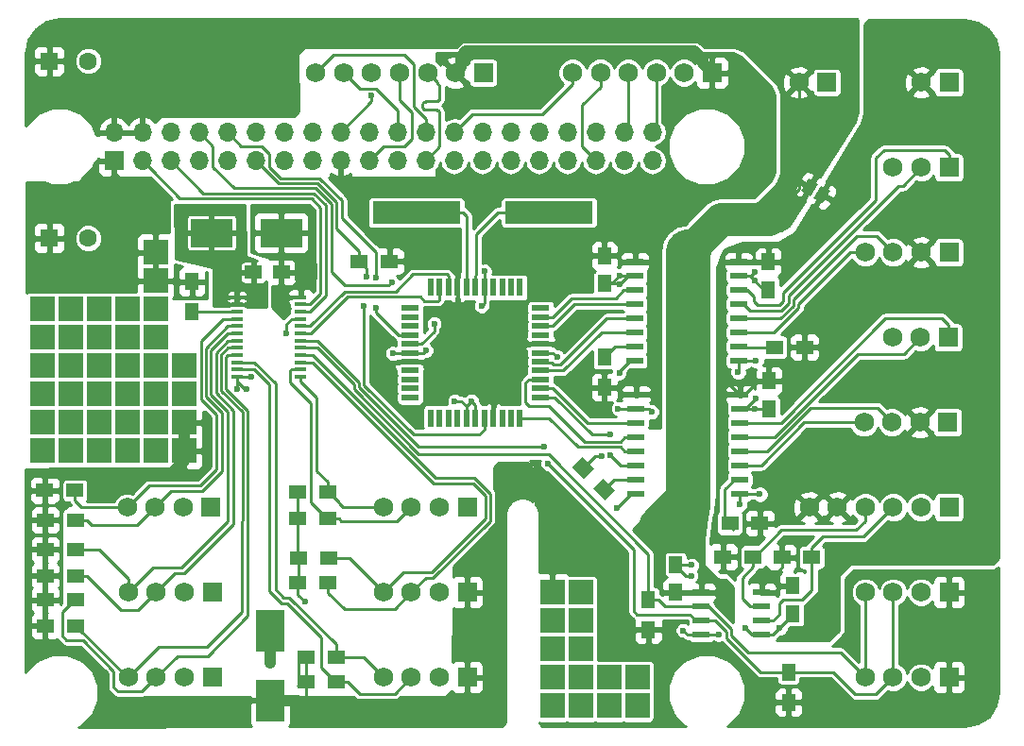
<source format=gtl>
G04 #@! TF.FileFunction,Copper,L1,Top,Signal*
%FSLAX46Y46*%
G04 Gerber Fmt 4.6, Leading zero omitted, Abs format (unit mm)*
G04 Created by KiCad (PCBNEW 4.0.7-e2-6376~61~ubuntu18.04.1) date Sun Dec  9 20:36:19 2018*
%MOMM*%
%LPD*%
G01*
G04 APERTURE LIST*
%ADD10C,0.100000*%
%ADD11R,2.235200X2.235200*%
%ADD12R,1.750000X1.750000*%
%ADD13C,1.750000*%
%ADD14R,1.100000X0.400000*%
%ADD15R,1.500000X1.250000*%
%ADD16R,1.250000X1.500000*%
%ADD17R,1.500000X1.300000*%
%ADD18R,1.300000X1.500000*%
%ADD19R,0.560000X1.600000*%
%ADD20R,1.600000X0.560000*%
%ADD21R,1.500000X0.600000*%
%ADD22R,1.550000X0.600000*%
%ADD23R,7.875000X2.000000*%
%ADD24R,1.700000X1.700000*%
%ADD25O,1.700000X1.700000*%
%ADD26R,1.600000X1.600000*%
%ADD27C,1.600000*%
%ADD28R,3.750000X2.500000*%
%ADD29R,2.500000X3.750000*%
%ADD30C,0.600000*%
%ADD31C,0.250000*%
%ADD32C,2.000000*%
%ADD33C,1.000000*%
%ADD34C,4.000000*%
%ADD35C,3.000000*%
%ADD36C,0.254000*%
G04 APERTURE END LIST*
D10*
D11*
X112435000Y-74335000D03*
X112435000Y-76875000D03*
X104815000Y-66715000D03*
X107355000Y-66715000D03*
X109895000Y-74335000D03*
X109895000Y-76875000D03*
X104815000Y-69255000D03*
X107355000Y-69255000D03*
X107355000Y-71795000D03*
X104815000Y-71795000D03*
X104815000Y-74335000D03*
X107355000Y-74335000D03*
X107355000Y-76875000D03*
X104815000Y-76875000D03*
X71795000Y-46395000D03*
X71795000Y-48935000D03*
X71795000Y-51475000D03*
X71795000Y-54015000D03*
X69255000Y-36235000D03*
X69255000Y-38775000D03*
X69255000Y-54015000D03*
X66715000Y-54015000D03*
X64175000Y-54015000D03*
X61635000Y-54015000D03*
X59095000Y-54015000D03*
X69255000Y-51475000D03*
X66715000Y-51475000D03*
X64175000Y-51475000D03*
X61635000Y-51475000D03*
X59095000Y-51475000D03*
X69255000Y-48935000D03*
X66715000Y-48935000D03*
X64175000Y-48935000D03*
X61635000Y-48935000D03*
X59095000Y-48935000D03*
X69255000Y-46395000D03*
X66715000Y-46395000D03*
X64175000Y-46395000D03*
X61635000Y-46395000D03*
X59095000Y-46395000D03*
X69255000Y-43855000D03*
X66715000Y-43855000D03*
X64175000Y-43855000D03*
X61635000Y-43855000D03*
X59095000Y-43855000D03*
X69255000Y-41315000D03*
X66715000Y-41315000D03*
X64175000Y-41315000D03*
X61635000Y-41315000D03*
D12*
X129435000Y-20995000D03*
D13*
X126935000Y-20995000D03*
D14*
X76567958Y-40260252D03*
X76567958Y-40910252D03*
X76567958Y-41560252D03*
X76567958Y-42210252D03*
X76567958Y-42860252D03*
X76567958Y-43510252D03*
X76567958Y-44160252D03*
X76567958Y-44810252D03*
X76567958Y-45460252D03*
X76567958Y-46110252D03*
X76567958Y-46760252D03*
X76567958Y-47410252D03*
X82267958Y-47410252D03*
X82267958Y-46760252D03*
X82267958Y-46110252D03*
X82267958Y-45460252D03*
X82267958Y-44810252D03*
X82267958Y-44160252D03*
X82267958Y-43510252D03*
X82267958Y-42860252D03*
X82267958Y-42210252D03*
X82267958Y-41560252D03*
X82267958Y-40910252D03*
X82267958Y-40260252D03*
D15*
X80535000Y-38035000D03*
X78035000Y-38035000D03*
D16*
X109480044Y-39036756D03*
X109480044Y-36536756D03*
X124185000Y-37085000D03*
X124185000Y-39585000D03*
X124235000Y-47735000D03*
X124235000Y-50235000D03*
D12*
X140375000Y-20995000D03*
D13*
X137875000Y-20995000D03*
D12*
X98635000Y-20135000D03*
D13*
X96135000Y-20135000D03*
X93635000Y-20135000D03*
X91135000Y-20135000D03*
X88635000Y-20135000D03*
X86135000Y-20135000D03*
X83635000Y-20135000D03*
D12*
X140375000Y-28615000D03*
D13*
X137875000Y-28615000D03*
X135375000Y-28615000D03*
D12*
X140375000Y-36235000D03*
D13*
X137875000Y-36235000D03*
X135375000Y-36235000D03*
X132875000Y-36235000D03*
D12*
X140375000Y-59095000D03*
D13*
X137875000Y-59095000D03*
X135375000Y-59095000D03*
X132875000Y-59095000D03*
X130375000Y-59095000D03*
X127875000Y-59095000D03*
D12*
X140295000Y-43855000D03*
D13*
X137795000Y-43855000D03*
X135295000Y-43855000D03*
D12*
X140255000Y-51475000D03*
D13*
X137755000Y-51475000D03*
X135255000Y-51475000D03*
X132755000Y-51475000D03*
D17*
X90235000Y-37035000D03*
X87535000Y-37035000D03*
D18*
X72535000Y-41585000D03*
X72535000Y-38885000D03*
D17*
X59385000Y-60235000D03*
X62085000Y-60235000D03*
X59385000Y-67385000D03*
X62085000Y-67385000D03*
X81985000Y-60135000D03*
X84685000Y-60135000D03*
X59335000Y-57585000D03*
X62035000Y-57585000D03*
X59385000Y-69735000D03*
X62085000Y-69735000D03*
X81985000Y-57735000D03*
X84685000Y-57735000D03*
X59385000Y-65235000D03*
X62085000Y-65235000D03*
X82785000Y-74735000D03*
X85485000Y-74735000D03*
X82035000Y-65885000D03*
X84735000Y-65885000D03*
X59385000Y-62885000D03*
X62085000Y-62885000D03*
X82785000Y-72535000D03*
X85485000Y-72535000D03*
X82085000Y-63685000D03*
X84785000Y-63685000D03*
D18*
X109485000Y-45635000D03*
X109485000Y-48335000D03*
D17*
X127435000Y-44735000D03*
X124735000Y-44735000D03*
D10*
G36*
X110479543Y-57560305D02*
X109560305Y-58479543D01*
X108499645Y-57418883D01*
X109418883Y-56499645D01*
X110479543Y-57560305D01*
X110479543Y-57560305D01*
G37*
G36*
X108570355Y-55651117D02*
X107651117Y-56570355D01*
X106590457Y-55509695D01*
X107509695Y-54590457D01*
X108570355Y-55651117D01*
X108570355Y-55651117D01*
G37*
D17*
X123435000Y-60535000D03*
X120735000Y-60535000D03*
D18*
X125985000Y-76585000D03*
X125985000Y-73885000D03*
X113435000Y-70085000D03*
X113435000Y-67385000D03*
D17*
X120135000Y-63535000D03*
X122835000Y-63535000D03*
X125385000Y-63585000D03*
X128085000Y-63585000D03*
D19*
X93930044Y-51095041D03*
X94730044Y-51095041D03*
X95530044Y-51095041D03*
X96330044Y-51095041D03*
X97130044Y-51095041D03*
X97930044Y-51095041D03*
X98730044Y-51095041D03*
X99530044Y-51095041D03*
X100330044Y-51095041D03*
X101130044Y-51095041D03*
X101930044Y-51095041D03*
D20*
X103780044Y-49245041D03*
X103780044Y-48445041D03*
X103780044Y-47645041D03*
X103780044Y-46845041D03*
X103780044Y-46045041D03*
X103780044Y-45245041D03*
X103780044Y-44445041D03*
X103780044Y-43645041D03*
X103780044Y-42845041D03*
X103780044Y-42045041D03*
X103780044Y-41245041D03*
D19*
X101930044Y-39395041D03*
X101130044Y-39395041D03*
X100330044Y-39395041D03*
X99530044Y-39395041D03*
X98730044Y-39395041D03*
X97930044Y-39395041D03*
X97130044Y-39395041D03*
X96330044Y-39395041D03*
X95530044Y-39395041D03*
X94730044Y-39395041D03*
X93930044Y-39395041D03*
D20*
X92080044Y-41245041D03*
X92080044Y-42045041D03*
X92080044Y-42845041D03*
X92080044Y-43645041D03*
X92080044Y-44445041D03*
X92080044Y-45245041D03*
X92080044Y-46045041D03*
X92080044Y-46845041D03*
X92080044Y-47645041D03*
X92080044Y-48445041D03*
X92080044Y-49245041D03*
D21*
X112230044Y-37086756D03*
X112230044Y-38356756D03*
X112230044Y-39626756D03*
X112230044Y-40896756D03*
X112230044Y-42166756D03*
X112230044Y-43436756D03*
X112230044Y-44706756D03*
X112230044Y-45976756D03*
X121530044Y-45976756D03*
X121530044Y-44706756D03*
X121530044Y-43436756D03*
X121530044Y-42166756D03*
X121530044Y-40896756D03*
X121530044Y-39626756D03*
X121530044Y-38356756D03*
X121530044Y-37086756D03*
X112330044Y-48986756D03*
X112330044Y-50256756D03*
X112330044Y-51526756D03*
X112330044Y-52796756D03*
X112330044Y-54066756D03*
X112330044Y-55336756D03*
X112330044Y-56606756D03*
X112330044Y-57876756D03*
X121630044Y-57876756D03*
X121630044Y-56606756D03*
X121630044Y-55336756D03*
X121630044Y-54066756D03*
X121630044Y-52796756D03*
X121630044Y-51526756D03*
X121630044Y-50256756D03*
X121630044Y-48986756D03*
D22*
X118185000Y-66730000D03*
X118185000Y-68000000D03*
X118185000Y-69270000D03*
X118185000Y-70540000D03*
X123585000Y-70540000D03*
X123585000Y-69270000D03*
X123585000Y-68000000D03*
X123585000Y-66730000D03*
D23*
X92647500Y-32685000D03*
X104522500Y-32685000D03*
D16*
X115885000Y-66735000D03*
X115885000Y-64235000D03*
X126385000Y-66135000D03*
X126385000Y-68635000D03*
D12*
X140375000Y-66715000D03*
D13*
X137875000Y-66715000D03*
X135375000Y-66715000D03*
X132875000Y-66715000D03*
D12*
X140375000Y-74335000D03*
D13*
X137875000Y-74335000D03*
X135375000Y-74335000D03*
X132875000Y-74335000D03*
D12*
X74215000Y-59095000D03*
D13*
X71715000Y-59095000D03*
X69215000Y-59095000D03*
X66715000Y-59095000D03*
D12*
X74335000Y-74335000D03*
D13*
X71835000Y-74335000D03*
X69335000Y-74335000D03*
X66835000Y-74335000D03*
D12*
X97195000Y-59095000D03*
D13*
X94695000Y-59095000D03*
X92195000Y-59095000D03*
X89695000Y-59095000D03*
D12*
X74335000Y-66715000D03*
D13*
X71835000Y-66715000D03*
X69335000Y-66715000D03*
X66835000Y-66715000D03*
D12*
X97195000Y-74335000D03*
D13*
X94695000Y-74335000D03*
X92195000Y-74335000D03*
X89695000Y-74335000D03*
D12*
X97195000Y-66715000D03*
D13*
X94695000Y-66715000D03*
X92195000Y-66715000D03*
X89695000Y-66715000D03*
D12*
X119135000Y-20135000D03*
D13*
X116635000Y-20135000D03*
X114135000Y-20135000D03*
X111635000Y-20135000D03*
X109135000Y-20135000D03*
X106635000Y-20135000D03*
D24*
X65535000Y-28010000D03*
D25*
X65535000Y-25470000D03*
X68075000Y-28010000D03*
X68075000Y-25470000D03*
X70615000Y-28010000D03*
X70615000Y-25470000D03*
X73155000Y-28010000D03*
X73155000Y-25470000D03*
X75695000Y-28010000D03*
X75695000Y-25470000D03*
X78235000Y-28010000D03*
X78235000Y-25470000D03*
X80775000Y-28010000D03*
X80775000Y-25470000D03*
X83315000Y-28010000D03*
X83315000Y-25470000D03*
X85855000Y-28010000D03*
X85855000Y-25470000D03*
X88395000Y-28010000D03*
X88395000Y-25470000D03*
X90935000Y-28010000D03*
X90935000Y-25470000D03*
X93475000Y-28010000D03*
X93475000Y-25470000D03*
X96015000Y-28010000D03*
X96015000Y-25470000D03*
X98555000Y-28010000D03*
X98555000Y-25470000D03*
X101095000Y-28010000D03*
X101095000Y-25470000D03*
X103635000Y-28010000D03*
X103635000Y-25470000D03*
X106175000Y-28010000D03*
X106175000Y-25470000D03*
X108715000Y-28010000D03*
X108715000Y-25470000D03*
X111255000Y-28010000D03*
X111255000Y-25470000D03*
X113795000Y-28010000D03*
X113795000Y-25470000D03*
D26*
X59730000Y-34965000D03*
D27*
X63230000Y-34965000D03*
D28*
X80535000Y-34485000D03*
X74285000Y-34485000D03*
D29*
X79535000Y-76410000D03*
X79535000Y-70160000D03*
D11*
X59095000Y-41315000D03*
D26*
X59730000Y-19090000D03*
D27*
X63230000Y-19090000D03*
D10*
G36*
X127983266Y-31207426D02*
X127143222Y-30722426D01*
X127778222Y-29622574D01*
X128618266Y-30107574D01*
X127983266Y-31207426D01*
X127983266Y-31207426D01*
G37*
G36*
X129091778Y-31847426D02*
X128251734Y-31362426D01*
X128886734Y-30262574D01*
X129726778Y-30747574D01*
X129091778Y-31847426D01*
X129091778Y-31847426D01*
G37*
D30*
X94635000Y-36785000D03*
X101685000Y-48435000D03*
X100085000Y-46935000D03*
X96235000Y-46385000D03*
X94685000Y-49085000D03*
X100435000Y-41585000D03*
X101485000Y-42735000D03*
X103535000Y-38435000D03*
X104835000Y-39535000D03*
X80535000Y-41185000D03*
X80535000Y-40235000D03*
X82735000Y-38485000D03*
X82735000Y-37435000D03*
X112585000Y-47535000D03*
X109235000Y-54485000D03*
X109585000Y-50235000D03*
X101485000Y-41585000D03*
X103585000Y-39534999D03*
X96335000Y-38035000D03*
X93485000Y-46385000D03*
X99785000Y-49685002D03*
X105185000Y-44485000D03*
X74285000Y-36735000D03*
X71385000Y-34435000D03*
X76484998Y-38985000D03*
X74985000Y-40185000D03*
X78185000Y-40135000D03*
X77435000Y-48535000D03*
X76585000Y-48535000D03*
X77885000Y-47435000D03*
X117335000Y-64285000D03*
X119785000Y-70535000D03*
X110735000Y-50235000D03*
X110835000Y-39135000D03*
X98485000Y-41035000D03*
X90535000Y-45285000D03*
X96085000Y-49585000D03*
X117285000Y-65235001D03*
X116535000Y-70135000D03*
X110585000Y-59135000D03*
X80985000Y-43535000D03*
X79535000Y-73085000D03*
X110835000Y-47035000D03*
X113735000Y-50535000D03*
X105253586Y-45610020D03*
X110835000Y-38335000D03*
X98735000Y-37935000D03*
X93485000Y-45035000D03*
X97585000Y-49585000D03*
X125485000Y-62285000D03*
X114685000Y-62185000D03*
X113584998Y-61835000D03*
X106885000Y-61885000D03*
X107885000Y-62885000D03*
X114535000Y-60884998D03*
X108834980Y-61835000D03*
X59885000Y-56035000D03*
X82685000Y-67585000D03*
X59835000Y-71785000D03*
X83585000Y-78085000D03*
X101935000Y-56935000D03*
X90439387Y-38914285D03*
X94235000Y-42635000D03*
X89035000Y-38485000D03*
X89035000Y-41185000D03*
X88634994Y-22185000D03*
X122085000Y-69935000D03*
X121635000Y-58835000D03*
X123035000Y-49385000D03*
X121485000Y-46985000D03*
X122935000Y-38035000D03*
X125205000Y-69940000D03*
X123085000Y-45935000D03*
X122935000Y-38785000D03*
X122985000Y-50235000D03*
X123435000Y-57935000D03*
X87934999Y-41085001D03*
X88135000Y-38435000D03*
X104085000Y-53635000D03*
X104435002Y-55185000D03*
X110035000Y-52585000D03*
X110034167Y-54448241D03*
D31*
X96330044Y-39395041D02*
X96330044Y-38345041D01*
X94770003Y-36785000D02*
X94635000Y-36785000D01*
X96330044Y-38345041D02*
X94770003Y-36785000D01*
X66760000Y-30335000D02*
X68685002Y-30335000D01*
X65535000Y-29110000D02*
X66760000Y-30335000D01*
X65535000Y-28010000D02*
X65535000Y-29110000D01*
X85885000Y-29985000D02*
X85855000Y-29955000D01*
X85855000Y-29955000D02*
X85855000Y-28010000D01*
X87830000Y-29985000D02*
X85885000Y-29985000D01*
X87985000Y-34410736D02*
X87985000Y-30140000D01*
X87985000Y-30140000D02*
X87830000Y-29985000D01*
X89035000Y-35460736D02*
X87985000Y-34410736D01*
X82267958Y-40260252D02*
X80560252Y-40260252D01*
X80560252Y-40260252D02*
X80535000Y-40235000D01*
D32*
X82735000Y-37435000D02*
X82735000Y-38485000D01*
D31*
X82267958Y-40260252D02*
X82267958Y-39810252D01*
X65535000Y-29735000D02*
X69485000Y-33685000D01*
X65535000Y-28010000D02*
X65535000Y-29735000D01*
D33*
X96135000Y-20135000D02*
X96665000Y-19605000D01*
X96665000Y-19605000D02*
X96665000Y-18665000D01*
X96665000Y-18665000D02*
X97105000Y-18225000D01*
X97105000Y-18225000D02*
X117565000Y-18225000D01*
X117565000Y-18225000D02*
X118275000Y-18935000D01*
X118275000Y-18935000D02*
X118275000Y-19275000D01*
X118275000Y-19275000D02*
X119135000Y-20135000D01*
D31*
X108675812Y-54485000D02*
X109235000Y-54485000D01*
X107580406Y-55580406D02*
X108675812Y-54485000D01*
X109585000Y-50235000D02*
X109585000Y-48435000D01*
X109585000Y-48435000D02*
X109485000Y-48335000D01*
X102730044Y-44445041D02*
X101485000Y-43199997D01*
X103780044Y-44445041D02*
X102730044Y-44445041D01*
X101485000Y-43199997D02*
X101485000Y-41585000D01*
X112330044Y-48986756D02*
X113833244Y-48986756D01*
X113833244Y-48986756D02*
X113835000Y-48985000D01*
X96330044Y-39395041D02*
X96330044Y-38039956D01*
X96330044Y-38039956D02*
X96335000Y-38035000D01*
X92080044Y-46045041D02*
X93145041Y-46045041D01*
X93145041Y-46045041D02*
X93485000Y-46385000D01*
X99530044Y-49939958D02*
X99785000Y-49685002D01*
X99530044Y-51095041D02*
X99530044Y-49939958D01*
X105185000Y-44485000D02*
X103820003Y-44485000D01*
X103820003Y-44485000D02*
X103780044Y-44445041D01*
X74285000Y-34485000D02*
X74285000Y-36735000D01*
X74285000Y-34485000D02*
X71435000Y-34485000D01*
X71435000Y-34485000D02*
X71385000Y-34435000D01*
X75060252Y-40260252D02*
X74985000Y-40185000D01*
X76567958Y-40260252D02*
X75060252Y-40260252D01*
X77409748Y-40910252D02*
X78185000Y-40135000D01*
X76567958Y-40910252D02*
X77409748Y-40910252D01*
X78059748Y-40260252D02*
X78185000Y-40135000D01*
X76567958Y-40260252D02*
X78059748Y-40260252D01*
X77242706Y-48535000D02*
X77435000Y-48535000D01*
X76567958Y-47860252D02*
X77242706Y-48535000D01*
X76567958Y-47410252D02*
X76567958Y-47860252D01*
X76567958Y-47410252D02*
X76567958Y-48517958D01*
X76567958Y-48517958D02*
X76585000Y-48535000D01*
X76567958Y-47410252D02*
X77860252Y-47410252D01*
X77860252Y-47410252D02*
X77885000Y-47435000D01*
X115885000Y-64235000D02*
X117285000Y-64235000D01*
X117285000Y-64235000D02*
X117335000Y-64285000D01*
X119780000Y-70540000D02*
X119785000Y-70535000D01*
X118185000Y-70540000D02*
X119780000Y-70540000D01*
X112330044Y-50256756D02*
X110756756Y-50256756D01*
X110756756Y-50256756D02*
X110735000Y-50235000D01*
X112230044Y-38356756D02*
X111613244Y-38356756D01*
X111613244Y-38356756D02*
X110835000Y-39135000D01*
X109480044Y-39036756D02*
X110736756Y-39036756D01*
X110736756Y-39036756D02*
X110835000Y-39135000D01*
X98730044Y-39395041D02*
X98730044Y-40789956D01*
X98730044Y-40789956D02*
X98485000Y-41035000D01*
X92080044Y-45245041D02*
X90574959Y-45245041D01*
X90574959Y-45245041D02*
X90535000Y-45285000D01*
X97130044Y-51095041D02*
X97130044Y-50045041D01*
X97130044Y-50045041D02*
X96670003Y-49585000D01*
X96670003Y-49585000D02*
X96085000Y-49585000D01*
X116760001Y-65235001D02*
X117285000Y-65235001D01*
X115885000Y-64360000D02*
X116760001Y-65235001D01*
X115885000Y-64235000D02*
X115885000Y-64360000D01*
X118185000Y-70540000D02*
X116940000Y-70540000D01*
X116940000Y-70540000D02*
X116535000Y-70135000D01*
X111880044Y-57876756D02*
X110621800Y-59135000D01*
X110621800Y-59135000D02*
X110585000Y-59135000D01*
X112330044Y-57876756D02*
X111880044Y-57876756D01*
X80985000Y-42693210D02*
X80985000Y-43535000D01*
X82267958Y-42210252D02*
X81467958Y-42210252D01*
X81467958Y-42210252D02*
X80985000Y-42693210D01*
D33*
X79535000Y-70160000D02*
X79535000Y-73085000D01*
D31*
X110835000Y-46921800D02*
X110835000Y-47035000D01*
X111780044Y-45976756D02*
X110835000Y-46921800D01*
X112230044Y-45976756D02*
X111780044Y-45976756D01*
X112330044Y-50256756D02*
X113456756Y-50256756D01*
X113456756Y-50256756D02*
X113735000Y-50535000D01*
X104888607Y-45245041D02*
X105253586Y-45610020D01*
X103780044Y-45245041D02*
X104888607Y-45245041D01*
X109480044Y-39036756D02*
X110133244Y-39036756D01*
X110133244Y-39036756D02*
X110835000Y-38335000D01*
X112230044Y-38356756D02*
X110856756Y-38356756D01*
X110856756Y-38356756D02*
X110835000Y-38335000D01*
X98730044Y-39395041D02*
X98730044Y-37939956D01*
X98730044Y-37939956D02*
X98735000Y-37935000D01*
X92080044Y-45245041D02*
X93274959Y-45245041D01*
X93274959Y-45245041D02*
X93485000Y-45035000D01*
X97130044Y-51095041D02*
X97130044Y-50039956D01*
X97130044Y-50039956D02*
X97585000Y-49585000D01*
X97930044Y-51095041D02*
X97930044Y-49930044D01*
X97930044Y-49930044D02*
X97585000Y-49585000D01*
X123331800Y-47735000D02*
X124235000Y-47735000D01*
X122080044Y-48986756D02*
X123331800Y-47735000D01*
X121630044Y-48986756D02*
X122080044Y-48986756D01*
X125035000Y-64835000D02*
X124930000Y-64835000D01*
X124930000Y-64835000D02*
X123585000Y-66180000D01*
X123585000Y-66180000D02*
X123585000Y-66730000D01*
X125385000Y-63585000D02*
X125385000Y-64485000D01*
X125385000Y-64485000D02*
X125035000Y-64835000D01*
X125385000Y-63585000D02*
X125385000Y-62385000D01*
X125385000Y-62385000D02*
X125485000Y-62285000D01*
X120385000Y-47885000D02*
X120528288Y-47885000D01*
X120528288Y-47885000D02*
X121630044Y-48986756D01*
X121530044Y-37086756D02*
X120436756Y-37086756D01*
X106885000Y-61885000D02*
X101935000Y-56935000D01*
X107885000Y-62885000D02*
X106885000Y-61885000D01*
X108035000Y-63035000D02*
X107885000Y-62885000D01*
X108834980Y-61835000D02*
X108834980Y-61935020D01*
X108834980Y-61935020D02*
X107885000Y-62885000D01*
X114959264Y-60884998D02*
X114535000Y-60884998D01*
X118185000Y-64110734D02*
X114959264Y-60884998D01*
X118185000Y-66730000D02*
X118185000Y-64110734D01*
D34*
X116935000Y-59035000D02*
X116384998Y-59035000D01*
X116384998Y-59035000D02*
X114535000Y-60884998D01*
D31*
X115885000Y-66735000D02*
X118180000Y-66735000D01*
X118180000Y-66735000D02*
X118185000Y-66730000D01*
D34*
X116935000Y-59035000D02*
X116935000Y-36235000D01*
X116935000Y-36235000D02*
X117035000Y-36135000D01*
X116935000Y-36135000D02*
X116935000Y-59035000D01*
D31*
X59335000Y-57585000D02*
X59335000Y-56585000D01*
X59335000Y-56585000D02*
X59885000Y-56035000D01*
X126935000Y-20995000D02*
X126935000Y-30585000D01*
X126935000Y-30585000D02*
X124235000Y-33285000D01*
D35*
X124435000Y-33085000D02*
X124235000Y-33285000D01*
X124235000Y-33285000D02*
X119885000Y-33285000D01*
X119885000Y-33285000D02*
X117035000Y-36135000D01*
X117035000Y-36135000D02*
X116935000Y-36135000D01*
D33*
X59885000Y-56035000D02*
X70730202Y-56035000D01*
X70730202Y-56035000D02*
X71795000Y-54970202D01*
X71795000Y-54970202D02*
X71795000Y-54015000D01*
X71795000Y-51475000D02*
X71795000Y-54015000D01*
D31*
X82035000Y-65885000D02*
X82035000Y-66935000D01*
X82035000Y-66935000D02*
X82685000Y-67585000D01*
X82085000Y-63685000D02*
X82085000Y-65835000D01*
X82085000Y-65835000D02*
X82035000Y-65885000D01*
X81985000Y-60135000D02*
X81985000Y-63585000D01*
X81985000Y-63585000D02*
X82085000Y-63685000D01*
X82785000Y-74735000D02*
X82785000Y-72535000D01*
D33*
X81835000Y-76460000D02*
X81960000Y-76460000D01*
X81960000Y-76460000D02*
X83585000Y-78085000D01*
X79535000Y-76410000D02*
X81785000Y-76410000D01*
X81785000Y-76410000D02*
X81835000Y-76460000D01*
D31*
X82785000Y-74735000D02*
X82785000Y-77285000D01*
X82785000Y-77285000D02*
X83585000Y-78085000D01*
X81985000Y-57735000D02*
X81985000Y-60135000D01*
X59335000Y-57585000D02*
X59335000Y-69685000D01*
X59335000Y-69685000D02*
X59385000Y-69735000D01*
X59335000Y-71285000D02*
X59385000Y-71235000D01*
X59385000Y-71235000D02*
X59385000Y-69735000D01*
X59835000Y-71785000D02*
X59335000Y-71285000D01*
X59335000Y-57585000D02*
X59335000Y-60185000D01*
X59335000Y-60185000D02*
X59385000Y-60235000D01*
X82085000Y-72385000D02*
X82085000Y-74585000D01*
X124435000Y-33085000D02*
X124435000Y-32035000D01*
X81985000Y-60135000D02*
X81885000Y-60135000D01*
X81985000Y-57735000D02*
X81885000Y-57735000D01*
X59435000Y-57535000D02*
X59435000Y-57685000D01*
X59435000Y-60335000D02*
X59385000Y-60335000D01*
X59415000Y-62845000D02*
X59325000Y-62845000D01*
X59415000Y-65145000D02*
X59225000Y-65145000D01*
X59385000Y-67385000D02*
X59335000Y-67385000D01*
X82085000Y-75135000D02*
X82035000Y-75085000D01*
X59535000Y-62725000D02*
X59415000Y-62845000D01*
D33*
X74215000Y-66595000D02*
X74335000Y-66715000D01*
D31*
X84060011Y-32210011D02*
X83235033Y-31385033D01*
X84060011Y-39918199D02*
X84060011Y-32210011D01*
X71450033Y-31385033D02*
X68924999Y-28859999D01*
X82267958Y-40910252D02*
X83067958Y-40910252D01*
X83067958Y-40910252D02*
X84060011Y-39918199D01*
X83235033Y-31385033D02*
X71450033Y-31385033D01*
X68924999Y-28859999D02*
X68075000Y-28010000D01*
X84510022Y-40118188D02*
X83067958Y-41560252D01*
X83067958Y-41560252D02*
X82267958Y-41560252D01*
X84510022Y-32023611D02*
X84510022Y-40118188D01*
X83421433Y-30935022D02*
X84510022Y-32023611D01*
X73540022Y-30935022D02*
X83421433Y-30935022D01*
X70615000Y-28010000D02*
X73540022Y-30935022D01*
X70885000Y-28280000D02*
X70615000Y-28010000D01*
X74410001Y-28582403D02*
X76312609Y-30485011D01*
X73155000Y-25470000D02*
X74410001Y-26725001D01*
X76312609Y-30485011D02*
X83607833Y-30485011D01*
X90139388Y-39214284D02*
X90439387Y-38914285D01*
X74410001Y-26725001D02*
X74410001Y-28582403D01*
X85034978Y-37984978D02*
X86264284Y-39214284D01*
X85034978Y-31912156D02*
X85034978Y-37984978D01*
X83607833Y-30485011D02*
X85034978Y-31912156D01*
X86264284Y-39214284D02*
X90139388Y-39214284D01*
X94235000Y-42635000D02*
X94235000Y-43299087D01*
X94235000Y-43299087D02*
X93089046Y-44445041D01*
X93089046Y-44445041D02*
X92080044Y-44445041D01*
X85985000Y-33185000D02*
X89035000Y-36235000D01*
X89035000Y-36235000D02*
X89035000Y-38060736D01*
X85985000Y-31589356D02*
X85985000Y-33185000D01*
X83980633Y-29584989D02*
X85985000Y-31589356D01*
X79490001Y-27407599D02*
X79490001Y-28582403D01*
X78807403Y-26725001D02*
X79490001Y-27407599D01*
X80492587Y-29584989D02*
X83980633Y-29584989D01*
X76950001Y-26725001D02*
X78807403Y-26725001D01*
X79490001Y-28582403D02*
X80492587Y-29584989D01*
X75695000Y-25470000D02*
X76950001Y-26725001D01*
X89035000Y-38060736D02*
X89035000Y-38485000D01*
X89035000Y-41649997D02*
X89035000Y-41185000D01*
X91030044Y-43645041D02*
X89035000Y-41649997D01*
X92080044Y-43645041D02*
X91030044Y-43645041D01*
X85855000Y-25470000D02*
X88634994Y-22690006D01*
X88634994Y-22690006D02*
X88634994Y-22185000D01*
X88395000Y-28010000D02*
X89670000Y-26735000D01*
X89670000Y-26735000D02*
X91585000Y-26735000D01*
X91585000Y-26735000D02*
X92235000Y-26085000D01*
X92235000Y-26085000D02*
X92235000Y-23664330D01*
X92235000Y-23664330D02*
X91135000Y-22564330D01*
X91135000Y-22564330D02*
X91135000Y-20135000D01*
X86135000Y-20135000D02*
X87559999Y-21559999D01*
X88985001Y-21559999D02*
X90935000Y-23509998D01*
X87559999Y-21559999D02*
X88985001Y-21559999D01*
X90935000Y-23509998D02*
X90935000Y-25470000D01*
X86135000Y-20670000D02*
X86135000Y-20135000D01*
X93635000Y-20135000D02*
X94509999Y-21009999D01*
X93349187Y-22747136D02*
X93278085Y-22791813D01*
X94509999Y-21009999D02*
X94509999Y-21059999D01*
X94360000Y-23460000D02*
X94443445Y-23469402D01*
X94735000Y-22335000D02*
X94725597Y-22418445D01*
X94697863Y-22497706D02*
X94653186Y-22568808D01*
X93278085Y-22791813D02*
X93218707Y-22851191D01*
X93428448Y-23450597D02*
X93511894Y-23460000D01*
X94509999Y-21059999D02*
X94735000Y-21285000D01*
X94522706Y-22672863D02*
X94443445Y-22700597D01*
X94653186Y-23601191D02*
X94697863Y-23672293D01*
X94735000Y-21285000D02*
X94735000Y-22335000D01*
X94360000Y-22710000D02*
X93511894Y-22710000D01*
X93428448Y-22719402D02*
X93349187Y-22747136D01*
X94725597Y-22418445D02*
X94697863Y-22497706D01*
X93146296Y-23001554D02*
X93136894Y-23085000D01*
X94653186Y-22568808D02*
X94593808Y-22628186D01*
X94593808Y-22628186D02*
X94522706Y-22672863D01*
X93136894Y-23085000D02*
X93146296Y-23168445D01*
X93218707Y-22851191D02*
X93174030Y-22922293D01*
X93511894Y-22710000D02*
X93428448Y-22719402D01*
X93218707Y-23318808D02*
X93278085Y-23378186D01*
X94443445Y-22700597D02*
X94360000Y-22710000D01*
X93174030Y-22922293D02*
X93146296Y-23001554D01*
X93278085Y-23378186D02*
X93349187Y-23422863D01*
X94735000Y-23835000D02*
X94735000Y-26750000D01*
X93146296Y-23168445D02*
X93174030Y-23247706D01*
X93174030Y-23247706D02*
X93218707Y-23318808D01*
X94522706Y-23497136D02*
X94593808Y-23541813D01*
X93349187Y-23422863D02*
X93428448Y-23450597D01*
X93511894Y-23460000D02*
X94360000Y-23460000D01*
X94443445Y-23469402D02*
X94522706Y-23497136D01*
X94593808Y-23541813D02*
X94653186Y-23601191D01*
X94697863Y-23672293D02*
X94725597Y-23751554D01*
X94725597Y-23751554D02*
X94735000Y-23835000D01*
X94735000Y-26750000D02*
X93475000Y-28010000D01*
X93475000Y-25470000D02*
X93475000Y-24267919D01*
X93475000Y-24267919D02*
X92385000Y-23177919D01*
X92385000Y-23177919D02*
X92385000Y-19385000D01*
X92385000Y-19385000D02*
X91535000Y-18535000D01*
X91535000Y-18535000D02*
X85235000Y-18535000D01*
X85235000Y-18535000D02*
X83635000Y-20135000D01*
X96015000Y-25470000D02*
X97650000Y-23835000D01*
X97650000Y-23835000D02*
X103935000Y-23835000D01*
X103935000Y-23835000D02*
X106635000Y-21135000D01*
X106635000Y-21135000D02*
X106635000Y-20135000D01*
X123585000Y-70540000D02*
X122690000Y-70540000D01*
X122690000Y-70540000D02*
X122085000Y-69935000D01*
X121630044Y-57876756D02*
X121630044Y-58830044D01*
X121630044Y-58830044D02*
X121635000Y-58835000D01*
X122163244Y-50256756D02*
X123035000Y-49385000D01*
X121630044Y-50256756D02*
X122163244Y-50256756D01*
X121530044Y-45976756D02*
X121530044Y-46939956D01*
X121530044Y-46939956D02*
X121485000Y-46985000D01*
X121530044Y-38356756D02*
X122613244Y-38356756D01*
X122613244Y-38356756D02*
X122935000Y-38035000D01*
X123585000Y-70540000D02*
X124605000Y-70540000D01*
X124605000Y-70540000D02*
X125205000Y-69940000D01*
X125205000Y-69940000D02*
X126385000Y-68760000D01*
X126385000Y-68760000D02*
X126385000Y-68635000D01*
X121530044Y-45976756D02*
X123043244Y-45976756D01*
X123043244Y-45976756D02*
X123085000Y-45935000D01*
X124185000Y-39585000D02*
X123735000Y-39585000D01*
X123735000Y-39585000D02*
X122935000Y-38785000D01*
X121530044Y-38356756D02*
X122506756Y-38356756D01*
X122506756Y-38356756D02*
X122935000Y-38785000D01*
X122985000Y-50235000D02*
X124235000Y-50235000D01*
X121630044Y-50256756D02*
X122963244Y-50256756D01*
X122963244Y-50256756D02*
X122985000Y-50235000D01*
X121530044Y-38356756D02*
X121063244Y-38356756D01*
X121630044Y-57876756D02*
X123376756Y-57876756D01*
X123376756Y-57876756D02*
X123435000Y-57935000D01*
X140375000Y-28615000D02*
X140375000Y-27490000D01*
X122885000Y-40635000D02*
X122885000Y-40235000D01*
X140375000Y-27490000D02*
X139970000Y-27085000D01*
X139970000Y-27085000D02*
X134535000Y-27085000D01*
X122885000Y-40235000D02*
X122276756Y-39626756D01*
X134535000Y-27085000D02*
X133835000Y-27785000D01*
X133835000Y-27785000D02*
X133835000Y-31535000D01*
X133835000Y-31535000D02*
X125535000Y-39835000D01*
X125535000Y-39835000D02*
X125535000Y-40635000D01*
X123235000Y-40985000D02*
X122885000Y-40635000D01*
X125535000Y-40635000D02*
X125185000Y-40985000D01*
X125185000Y-40985000D02*
X123235000Y-40985000D01*
X122276756Y-39626756D02*
X121530044Y-39626756D01*
X136224988Y-30265012D02*
X137875000Y-28615000D01*
X121530044Y-40896756D02*
X121980044Y-40896756D01*
X121980044Y-40896756D02*
X122530044Y-41446756D01*
X135804988Y-30265012D02*
X136224988Y-30265012D01*
X125985011Y-40821400D02*
X125985011Y-40084989D01*
X125985011Y-40084989D02*
X135804988Y-30265012D01*
X125359655Y-41446756D02*
X125985011Y-40821400D01*
X122530044Y-41446756D02*
X125359655Y-41446756D01*
X126435022Y-40434977D02*
X132085000Y-34785000D01*
X125276066Y-42166756D02*
X126435022Y-41007800D01*
X133925000Y-34785000D02*
X135375000Y-36235000D01*
X132085000Y-34785000D02*
X133925000Y-34785000D01*
X121530044Y-42166756D02*
X125276066Y-42166756D01*
X126435022Y-41007800D02*
X126435022Y-40434977D01*
X131535000Y-36235000D02*
X132875000Y-36235000D01*
X126885033Y-40884967D02*
X131535000Y-36235000D01*
X126885033Y-41194200D02*
X126885033Y-40884967D01*
X124642477Y-43436756D02*
X126885033Y-41194200D01*
X121530044Y-43436756D02*
X124642477Y-43436756D01*
X73785011Y-49205658D02*
X75235000Y-50655647D01*
X75235000Y-50655647D02*
X75235000Y-55885000D01*
X70635000Y-57675000D02*
X69215000Y-59095000D01*
X76567958Y-42860252D02*
X75767958Y-42860252D01*
X73445000Y-57675000D02*
X70635000Y-57675000D01*
X73785011Y-44843199D02*
X73785011Y-49205658D01*
X75767958Y-42860252D02*
X73785011Y-44843199D01*
X75235000Y-55885000D02*
X73445000Y-57675000D01*
X62085000Y-60235000D02*
X63085000Y-60235000D01*
X63085000Y-60235000D02*
X63535000Y-60685000D01*
X63535000Y-60685000D02*
X67625000Y-60685000D01*
X67625000Y-60685000D02*
X69215000Y-59095000D01*
X75270223Y-42210252D02*
X76567958Y-42210252D01*
X74735000Y-55685000D02*
X74735000Y-50792058D01*
X74735000Y-50792058D02*
X73335000Y-49392058D01*
X73335000Y-44145475D02*
X75270223Y-42210252D01*
X73285000Y-57135000D02*
X74735000Y-55685000D01*
X66715000Y-59095000D02*
X68675000Y-57135000D01*
X68675000Y-57135000D02*
X73285000Y-57135000D01*
X73335000Y-49392058D02*
X73335000Y-44145475D01*
X66715000Y-59095000D02*
X62645000Y-59095000D01*
X62645000Y-59095000D02*
X62035000Y-58485000D01*
X62035000Y-58485000D02*
X62035000Y-57585000D01*
X75585055Y-45643155D02*
X75767958Y-45460252D01*
X75767958Y-45460252D02*
X76567958Y-45460252D01*
X75585055Y-48460059D02*
X75585055Y-45643155D01*
X77535000Y-68835000D02*
X77535000Y-50410004D01*
X73935000Y-72435000D02*
X77535000Y-68835000D01*
X69335000Y-74335000D02*
X71235000Y-72435000D01*
X77535000Y-50410004D02*
X75585055Y-48460059D01*
X71235000Y-72435000D02*
X73935000Y-72435000D01*
X65485000Y-75235000D02*
X65865001Y-75615001D01*
X62735000Y-71035000D02*
X65485000Y-73785000D01*
X65485000Y-73785000D02*
X65485000Y-75235000D01*
X60879999Y-70629999D02*
X61285000Y-71035000D01*
X61285000Y-71035000D02*
X62735000Y-71035000D01*
X62085000Y-67385000D02*
X61985000Y-67385000D01*
X60879999Y-68490001D02*
X60879999Y-70629999D01*
X61985000Y-67385000D02*
X60879999Y-68490001D01*
X65865001Y-75615001D02*
X68054999Y-75615001D01*
X68054999Y-75615001D02*
X69335000Y-74335000D01*
X62385000Y-67385000D02*
X62085000Y-67385000D01*
X69565010Y-71604990D02*
X73865010Y-71604990D01*
X73865010Y-71604990D02*
X77004989Y-68465011D01*
X75767958Y-44810252D02*
X76567958Y-44810252D01*
X77004989Y-68465011D02*
X77004990Y-60314106D01*
X75135044Y-48646459D02*
X75135044Y-45443166D01*
X75135044Y-45443166D02*
X75767958Y-44810252D01*
X77004990Y-60314106D02*
X77045022Y-60274074D01*
X66835000Y-74335000D02*
X69565010Y-71604990D01*
X77045022Y-50556437D02*
X75135044Y-48646459D01*
X77045022Y-60274074D02*
X77045022Y-50556437D01*
X62035000Y-69735000D02*
X62135000Y-69735000D01*
X62135000Y-69735000D02*
X66735000Y-74335000D01*
X66735000Y-74335000D02*
X66835000Y-74335000D01*
X84685000Y-60135000D02*
X84585000Y-60135000D01*
X84585000Y-60135000D02*
X83140001Y-58690001D01*
X83140001Y-58690001D02*
X83140001Y-49761297D01*
X83140001Y-49761297D02*
X81312957Y-47934253D01*
X81312957Y-47934253D02*
X81312957Y-46886251D01*
X81312957Y-46886251D02*
X81438956Y-46760252D01*
X81438956Y-46760252D02*
X82267958Y-46760252D01*
X84685000Y-60135000D02*
X85685000Y-60135000D01*
X90914999Y-60375001D02*
X92195000Y-59095000D01*
X85685000Y-60135000D02*
X85925001Y-60375001D01*
X85925001Y-60375001D02*
X90914999Y-60375001D01*
X83685000Y-49277294D02*
X82267958Y-47860252D01*
X84685000Y-57735000D02*
X84685000Y-56835000D01*
X82267958Y-47860252D02*
X82267958Y-47410252D01*
X84685000Y-56835000D02*
X83685000Y-55835000D01*
X83685000Y-55835000D02*
X83685000Y-49277294D01*
X89695000Y-59095000D02*
X86045000Y-59095000D01*
X85685000Y-58635000D02*
X84785000Y-57735000D01*
X86045000Y-59095000D02*
X85685000Y-58735000D01*
X85685000Y-58735000D02*
X85685000Y-58635000D01*
X84785000Y-57735000D02*
X84685000Y-57735000D01*
X71015000Y-65035000D02*
X69335000Y-66715000D01*
X75767958Y-44160252D02*
X74685033Y-45243177D01*
X76567958Y-44160252D02*
X75767958Y-44160252D01*
X71834548Y-65035000D02*
X71015000Y-65035000D01*
X76265011Y-60604537D02*
X71834548Y-65035000D01*
X76265011Y-50412837D02*
X76265011Y-60604537D01*
X74685033Y-48832859D02*
X76265011Y-50412837D01*
X74685033Y-45243177D02*
X74685033Y-48832859D01*
X62085000Y-65235000D02*
X63085000Y-65235000D01*
X63085000Y-65235000D02*
X66185000Y-68335000D01*
X66185000Y-68335000D02*
X67715000Y-68335000D01*
X67715000Y-68335000D02*
X69335000Y-66715000D01*
X69045011Y-64504989D02*
X66835000Y-66715000D01*
X71615011Y-64504989D02*
X69045011Y-64504989D01*
X75735000Y-60385000D02*
X71615011Y-64504989D01*
X75735000Y-50519237D02*
X75735000Y-60385000D01*
X74235022Y-49019259D02*
X75735000Y-50519237D01*
X74235022Y-45043188D02*
X74235022Y-49019259D01*
X75767958Y-43510252D02*
X74235022Y-45043188D01*
X76567958Y-43510252D02*
X75767958Y-43510252D01*
X66835000Y-66715000D02*
X66835000Y-65477564D01*
X66835000Y-65477564D02*
X64242436Y-62885000D01*
X64242436Y-62885000D02*
X62085000Y-62885000D01*
X84135000Y-70785000D02*
X84135000Y-73485000D01*
X79485000Y-66635000D02*
X80535000Y-67685000D01*
X85385000Y-74735000D02*
X85485000Y-74735000D01*
X81035000Y-67685000D02*
X84135000Y-70785000D01*
X79485000Y-48109996D02*
X79485000Y-66635000D01*
X78135256Y-46760252D02*
X79485000Y-48109996D01*
X80535000Y-67685000D02*
X81035000Y-67685000D01*
X76567958Y-46760252D02*
X78135256Y-46760252D01*
X84135000Y-73485000D02*
X85385000Y-74735000D01*
X87585000Y-75835000D02*
X90695000Y-75835000D01*
X90695000Y-75835000D02*
X92195000Y-74335000D01*
X85485000Y-74735000D02*
X86485000Y-74735000D01*
X86485000Y-74735000D02*
X87585000Y-75835000D01*
X84785000Y-74585000D02*
X85785000Y-74585000D01*
X80735000Y-67185000D02*
X81271411Y-67185000D01*
X85485000Y-71398589D02*
X85485000Y-72535000D01*
X80015011Y-66465011D02*
X80735000Y-67185000D01*
X80015011Y-48003596D02*
X80015011Y-66465011D01*
X78121667Y-46110252D02*
X80015011Y-48003596D01*
X81271411Y-67185000D02*
X85485000Y-71398589D01*
X76567958Y-46110252D02*
X78121667Y-46110252D01*
X87895000Y-72535000D02*
X85485000Y-72535000D01*
X89695000Y-74335000D02*
X87895000Y-72535000D01*
X92195000Y-66715000D02*
X93475001Y-65434999D01*
X83067958Y-45460252D02*
X82267958Y-45460252D01*
X97821411Y-56435000D02*
X94325767Y-56435000D01*
X99255000Y-60315000D02*
X99255000Y-57868589D01*
X94325767Y-56435000D02*
X83351019Y-45460252D01*
X83351019Y-45460252D02*
X83067958Y-45460252D01*
X93475001Y-65434999D02*
X94135002Y-65434998D01*
X94135002Y-65434998D02*
X99255000Y-60315000D01*
X99255000Y-57868589D02*
X97821411Y-56435000D01*
X84735000Y-65885000D02*
X84735000Y-66785000D01*
X84735000Y-66785000D02*
X86185000Y-68235000D01*
X86185000Y-68235000D02*
X90675000Y-68235000D01*
X90675000Y-68235000D02*
X92195000Y-66715000D01*
X83067958Y-46110252D02*
X82267958Y-46110252D01*
X94219367Y-56965011D02*
X83364608Y-46110252D01*
X97715011Y-56965011D02*
X94219367Y-56965011D01*
X98804989Y-58054989D02*
X97715011Y-56965011D01*
X94015012Y-64904988D02*
X98804989Y-60115011D01*
X98804989Y-60115011D02*
X98804989Y-58054989D01*
X91505012Y-64904988D02*
X94015012Y-64904988D01*
X83364608Y-46110252D02*
X83067958Y-46110252D01*
X89695000Y-66715000D02*
X91505012Y-64904988D01*
X89695000Y-66715000D02*
X86665000Y-63685000D01*
X86665000Y-63685000D02*
X84785000Y-63685000D01*
X140295000Y-42730000D02*
X140295000Y-43855000D01*
X125343244Y-51526756D02*
X134685000Y-42185000D01*
X121630044Y-51526756D02*
X125343244Y-51526756D01*
X134685000Y-42185000D02*
X139750000Y-42185000D01*
X139750000Y-42185000D02*
X140295000Y-42730000D01*
X121630044Y-52796756D02*
X124709654Y-52796756D01*
X136315000Y-45335000D02*
X137795000Y-43855000D01*
X124709654Y-52796756D02*
X132171410Y-45335000D01*
X132171410Y-45335000D02*
X136315000Y-45335000D01*
X133974999Y-50194999D02*
X135255000Y-51475000D01*
X127947822Y-50194999D02*
X133974999Y-50194999D01*
X124076065Y-54066756D02*
X127947822Y-50194999D01*
X121630044Y-54066756D02*
X124076065Y-54066756D01*
X121630044Y-55336756D02*
X123533244Y-55336756D01*
X123533244Y-55336756D02*
X127395000Y-51475000D01*
X127395000Y-51475000D02*
X132755000Y-51475000D01*
X78235000Y-28010000D02*
X80260000Y-30035000D01*
X83794233Y-30035000D02*
X85484989Y-31725756D01*
X87535000Y-36135000D02*
X87535000Y-37035000D01*
X80260000Y-30035000D02*
X83794233Y-30035000D01*
X85484989Y-31725756D02*
X85484989Y-34084989D01*
X85484989Y-34084989D02*
X87535000Y-36135000D01*
X98730044Y-51095041D02*
X98730044Y-52145041D01*
X87934999Y-41509265D02*
X87934999Y-41085001D01*
X87934999Y-48134999D02*
X87934999Y-41509265D01*
X98730044Y-52145041D02*
X98290085Y-52585000D01*
X98290085Y-52585000D02*
X92385000Y-52585000D01*
X92385000Y-52585000D02*
X87934999Y-48134999D01*
X88135000Y-38435000D02*
X88135000Y-37635000D01*
X88135000Y-37635000D02*
X87535000Y-37035000D01*
X76543210Y-41585000D02*
X72535000Y-41585000D01*
X76543210Y-41585000D02*
X76567958Y-41560252D01*
X112230044Y-44706756D02*
X110413244Y-44706756D01*
X110413244Y-44706756D02*
X109485000Y-45635000D01*
X124735000Y-44735000D02*
X121558288Y-44735000D01*
X121558288Y-44735000D02*
X121530044Y-44706756D01*
X109489594Y-57489594D02*
X110372432Y-56606756D01*
X110372432Y-56606756D02*
X112330044Y-56606756D01*
X121035000Y-61085000D02*
X121035000Y-60935000D01*
X121035000Y-60935000D02*
X120285000Y-60185000D01*
X121630044Y-56606756D02*
X121180044Y-56606756D01*
X121180044Y-56606756D02*
X120285000Y-57501800D01*
X120285000Y-57501800D02*
X120285000Y-60185000D01*
X120285000Y-60185000D02*
X120685000Y-60585000D01*
X103660736Y-53635000D02*
X104085000Y-53635000D01*
X92798589Y-53635000D02*
X103660736Y-53635000D01*
X83773840Y-44160252D02*
X87484988Y-47871400D01*
X82267958Y-44160252D02*
X83773840Y-44160252D01*
X87484988Y-47871400D02*
X87484988Y-48321399D01*
X87484988Y-48321399D02*
X92798589Y-53635000D01*
X112420000Y-68720000D02*
X112135000Y-68435000D01*
X118185000Y-69270000D02*
X117710000Y-69270000D01*
X117160000Y-68720000D02*
X112420000Y-68720000D01*
X117710000Y-69270000D02*
X117160000Y-68720000D01*
X112135000Y-62884998D02*
X104435002Y-55185000D01*
X112135000Y-68435000D02*
X112135000Y-62884998D01*
X123485000Y-73885000D02*
X125985000Y-73885000D01*
X120410002Y-70810002D02*
X123485000Y-73885000D01*
X120410002Y-70234998D02*
X120410002Y-70810002D01*
X119445004Y-69270000D02*
X120410002Y-70234998D01*
X118185000Y-69270000D02*
X119445004Y-69270000D01*
X125985000Y-73885000D02*
X129985000Y-73885000D01*
X129985000Y-73885000D02*
X131985000Y-75885000D01*
X131985000Y-75885000D02*
X133825000Y-75885000D01*
X133825000Y-75885000D02*
X135375000Y-74335000D01*
X135375000Y-74335000D02*
X135375000Y-66715000D01*
X83787430Y-44810252D02*
X83067958Y-44810252D01*
X83067958Y-44810252D02*
X82267958Y-44810252D01*
X87034977Y-48057799D02*
X83787430Y-44810252D01*
X87034977Y-48507799D02*
X87034977Y-48057799D01*
X113435000Y-63285000D02*
X104485000Y-54335000D01*
X104485000Y-54335000D02*
X92862178Y-54335000D01*
X92862178Y-54335000D02*
X87034977Y-48507799D01*
X113435000Y-67385000D02*
X113435000Y-63285000D01*
X114935000Y-68000000D02*
X118185000Y-68000000D01*
X113435000Y-67385000D02*
X114335000Y-67385000D01*
X114335000Y-67385000D02*
X114935000Y-67985000D01*
X114935000Y-67985000D02*
X114935000Y-68000000D01*
X132875000Y-74335000D02*
X130635000Y-72095000D01*
X130635000Y-72095000D02*
X122395000Y-72095000D01*
X122395000Y-72095000D02*
X120885000Y-70585000D01*
X120885000Y-70585000D02*
X120885000Y-70035000D01*
X120885000Y-70035000D02*
X118850000Y-68000000D01*
X118850000Y-68000000D02*
X118185000Y-68000000D01*
X132875000Y-66715000D02*
X132875000Y-74335000D01*
X104545041Y-51095041D02*
X101930044Y-51095041D01*
X112330044Y-54066756D02*
X111330044Y-54066756D01*
X110923301Y-53660013D02*
X107110013Y-53660013D01*
X107110013Y-53660013D02*
X104545041Y-51095041D01*
X111330044Y-54066756D02*
X110923301Y-53660013D01*
X108398590Y-52585000D02*
X110035000Y-52585000D01*
X103780044Y-49245041D02*
X105058631Y-49245041D01*
X105058631Y-49245041D02*
X108398590Y-52585000D01*
X110922682Y-55336756D02*
X110034167Y-54448241D01*
X112330044Y-55336756D02*
X110922682Y-55336756D01*
X103780044Y-48445041D02*
X104895041Y-48445041D01*
X104895041Y-48445041D02*
X107976756Y-51526756D01*
X107976756Y-51526756D02*
X112330044Y-51526756D01*
X103780044Y-47645041D02*
X102730044Y-47645041D01*
X102730044Y-47645041D02*
X102435000Y-47940085D01*
X107710002Y-53210002D02*
X110916798Y-53210002D01*
X102435000Y-47940085D02*
X102435000Y-49708999D01*
X102435000Y-49708999D02*
X102761001Y-50035000D01*
X102761001Y-50035000D02*
X104535000Y-50035000D01*
X104535000Y-50035000D02*
X107710002Y-53210002D01*
X110916798Y-53210002D02*
X111330044Y-52796756D01*
X111330044Y-52796756D02*
X112330044Y-52796756D01*
X112230044Y-43436756D02*
X109233244Y-43436756D01*
X109233244Y-43436756D02*
X105824959Y-46845041D01*
X105824959Y-46845041D02*
X103780044Y-46845041D01*
X109703244Y-42166756D02*
X112230044Y-42166756D01*
X104810040Y-46160040D02*
X104965030Y-46315030D01*
X103780044Y-46045041D02*
X103895043Y-46160040D01*
X104965030Y-46315030D02*
X105554970Y-46315030D01*
X103895043Y-46160040D02*
X104810040Y-46160040D01*
X105554970Y-46315030D02*
X109703244Y-42166756D01*
X106778329Y-40896756D02*
X112230044Y-40896756D01*
X103780044Y-42845041D02*
X104830044Y-42845041D01*
X104830044Y-42845041D02*
X106778329Y-40896756D01*
X111230044Y-39626756D02*
X112230044Y-39626756D01*
X106558792Y-40366745D02*
X110490055Y-40366745D01*
X104880496Y-42045041D02*
X106558792Y-40366745D01*
X103780044Y-42045041D02*
X104880496Y-42045041D01*
X110490055Y-40366745D02*
X111230044Y-39626756D01*
X104522500Y-32685000D02*
X99935000Y-32685000D01*
X99935000Y-32685000D02*
X97985000Y-34635000D01*
X97985000Y-34635000D02*
X97985000Y-38290085D01*
X97985000Y-38290085D02*
X97930044Y-38345041D01*
X97930044Y-38345041D02*
X97930044Y-39395041D01*
X97130044Y-39395041D02*
X97130044Y-38345041D01*
X97130044Y-38345041D02*
X97135000Y-38340085D01*
X97135000Y-38340085D02*
X97135000Y-32985000D01*
X97135000Y-32985000D02*
X96835000Y-32685000D01*
X96835000Y-32685000D02*
X92647500Y-32685000D01*
X94730044Y-40445041D02*
X94730044Y-39395041D01*
X86485000Y-40235000D02*
X92961001Y-40235000D01*
X82267958Y-43510252D02*
X83209748Y-43510252D01*
X83209748Y-43510252D02*
X86485000Y-40235000D01*
X92961001Y-40235000D02*
X93326043Y-40600042D01*
X93326043Y-40600042D02*
X94575043Y-40600042D01*
X94575043Y-40600042D02*
X94730044Y-40445041D01*
X95530044Y-38345041D02*
X95530044Y-39395041D01*
X95375043Y-38190040D02*
X95530044Y-38345041D01*
X92351410Y-38190040D02*
X95375043Y-38190040D01*
X90756461Y-39784989D02*
X92351410Y-38190040D01*
X86185011Y-39784989D02*
X90756461Y-39784989D01*
X83109748Y-42860252D02*
X86185011Y-39784989D01*
X82267958Y-42860252D02*
X83109748Y-42860252D01*
X109135000Y-20135000D02*
X109135000Y-21372436D01*
X109135000Y-21372436D02*
X107459999Y-23047437D01*
X107459999Y-26754999D02*
X108715000Y-28010000D01*
X107459999Y-23047437D02*
X107459999Y-26754999D01*
X111635000Y-20135000D02*
X111635000Y-25090000D01*
X111635000Y-25090000D02*
X111255000Y-25470000D01*
X114135000Y-20135000D02*
X114135000Y-25130000D01*
X114135000Y-25130000D02*
X113795000Y-25470000D01*
X125530998Y-67385000D02*
X127239002Y-67385000D01*
X127239002Y-67385000D02*
X128085000Y-66539002D01*
X128085000Y-66539002D02*
X128085000Y-63585000D01*
X125185000Y-68695000D02*
X125185000Y-67730998D01*
X125185000Y-67730998D02*
X125530998Y-67385000D01*
X123585000Y-69270000D02*
X124610000Y-69270000D01*
X124610000Y-69270000D02*
X125185000Y-68695000D01*
X129035000Y-61735000D02*
X132735000Y-61735000D01*
X132735000Y-61735000D02*
X135375000Y-59095000D01*
X128085000Y-63585000D02*
X128085000Y-62685000D01*
X128085000Y-62685000D02*
X129035000Y-61735000D01*
X132072436Y-61135000D02*
X125335000Y-61135000D01*
X125335000Y-61135000D02*
X122935000Y-63535000D01*
X122935000Y-63535000D02*
X122835000Y-63535000D01*
X132875000Y-59095000D02*
X132875000Y-60332436D01*
X132875000Y-60332436D02*
X132072436Y-61135000D01*
X123585000Y-68000000D02*
X122560000Y-68000000D01*
X122560000Y-68000000D02*
X121835000Y-67275000D01*
X121835000Y-67275000D02*
X121835000Y-65435000D01*
X121835000Y-65435000D02*
X122835000Y-64435000D01*
X122835000Y-64435000D02*
X122835000Y-63535000D01*
D36*
G36*
X121730858Y-18668747D02*
X124503770Y-21480173D01*
X124788000Y-22173112D01*
X124788000Y-29046087D01*
X124502500Y-29735346D01*
X122899846Y-31338000D01*
X119885000Y-31338000D01*
X119139916Y-31486206D01*
X118508263Y-31908263D01*
X116677258Y-33739268D01*
X115998574Y-33874267D01*
X115204710Y-34404710D01*
X114674267Y-35198574D01*
X114488000Y-36135000D01*
X114488000Y-52008000D01*
X113497209Y-52008000D01*
X113499894Y-52004071D01*
X113535801Y-51826756D01*
X113535801Y-51261125D01*
X113585761Y-51281870D01*
X113882936Y-51282130D01*
X114157589Y-51168645D01*
X114367907Y-50958694D01*
X114481870Y-50684239D01*
X114482130Y-50387064D01*
X114368645Y-50112411D01*
X114158694Y-49902093D01*
X113884239Y-49788130D01*
X113765041Y-49788026D01*
X113675651Y-49728297D01*
X113559611Y-49705215D01*
X113618371Y-49646455D01*
X113715044Y-49413066D01*
X113715044Y-49272506D01*
X113556294Y-49113756D01*
X112457044Y-49113756D01*
X112457044Y-49133756D01*
X112203044Y-49133756D01*
X112203044Y-49113756D01*
X111103794Y-49113756D01*
X110945044Y-49272506D01*
X110945044Y-49413066D01*
X110995226Y-49534215D01*
X110884239Y-49488130D01*
X110630118Y-49487908D01*
X110673327Y-49444698D01*
X110770000Y-49211309D01*
X110770000Y-48620750D01*
X110709696Y-48560446D01*
X110945044Y-48560446D01*
X110945044Y-48701006D01*
X111103794Y-48859756D01*
X112203044Y-48859756D01*
X112203044Y-48210506D01*
X112457044Y-48210506D01*
X112457044Y-48859756D01*
X113556294Y-48859756D01*
X113715044Y-48701006D01*
X113715044Y-48560446D01*
X113618371Y-48327057D01*
X113439742Y-48148429D01*
X113206353Y-48051756D01*
X112615794Y-48051756D01*
X112457044Y-48210506D01*
X112203044Y-48210506D01*
X112044294Y-48051756D01*
X111453735Y-48051756D01*
X111220346Y-48148429D01*
X111041717Y-48327057D01*
X110945044Y-48560446D01*
X110709696Y-48560446D01*
X110611250Y-48462000D01*
X109612000Y-48462000D01*
X109612000Y-49561250D01*
X109770750Y-49720000D01*
X110193559Y-49720000D01*
X110102093Y-49811306D01*
X109988130Y-50085761D01*
X109987870Y-50382936D01*
X110101355Y-50657589D01*
X110311306Y-50867907D01*
X110520463Y-50954756D01*
X108213686Y-50954756D01*
X105879680Y-48620750D01*
X108200000Y-48620750D01*
X108200000Y-49211309D01*
X108296673Y-49444698D01*
X108475301Y-49623327D01*
X108708690Y-49720000D01*
X109199250Y-49720000D01*
X109358000Y-49561250D01*
X109358000Y-48462000D01*
X108358750Y-48462000D01*
X108200000Y-48620750D01*
X105879680Y-48620750D01*
X105299506Y-48040576D01*
X105113936Y-47916582D01*
X105035801Y-47901040D01*
X105035801Y-47458691D01*
X108200000Y-47458691D01*
X108200000Y-48049250D01*
X108358750Y-48208000D01*
X109358000Y-48208000D01*
X109358000Y-47108750D01*
X109199250Y-46950000D01*
X108708690Y-46950000D01*
X108475301Y-47046673D01*
X108296673Y-47225302D01*
X108200000Y-47458691D01*
X105035801Y-47458691D01*
X105035801Y-47417041D01*
X105824959Y-47417041D01*
X106043854Y-47373500D01*
X106229424Y-47249506D01*
X108379243Y-45099687D01*
X108379243Y-46385000D01*
X108410412Y-46550648D01*
X108508310Y-46702786D01*
X108657685Y-46804850D01*
X108835000Y-46840757D01*
X110106817Y-46840757D01*
X110088130Y-46885761D01*
X110088074Y-46950000D01*
X109770750Y-46950000D01*
X109612000Y-47108750D01*
X109612000Y-48208000D01*
X110611250Y-48208000D01*
X110770000Y-48049250D01*
X110770000Y-47781944D01*
X110982936Y-47782130D01*
X111257589Y-47668645D01*
X111467907Y-47458694D01*
X111581870Y-47184239D01*
X111582045Y-46983685D01*
X111833217Y-46732513D01*
X112980044Y-46732513D01*
X113145692Y-46701344D01*
X113297830Y-46603446D01*
X113399894Y-46454071D01*
X113435801Y-46276756D01*
X113435801Y-45676756D01*
X113404632Y-45511108D01*
X113306734Y-45358970D01*
X113283178Y-45342875D01*
X113297830Y-45333446D01*
X113399894Y-45184071D01*
X113435801Y-45006756D01*
X113435801Y-44406756D01*
X113404632Y-44241108D01*
X113306734Y-44088970D01*
X113283178Y-44072875D01*
X113297830Y-44063446D01*
X113399894Y-43914071D01*
X113435801Y-43736756D01*
X113435801Y-43136756D01*
X113404632Y-42971108D01*
X113306734Y-42818970D01*
X113283178Y-42802875D01*
X113297830Y-42793446D01*
X113399894Y-42644071D01*
X113435801Y-42466756D01*
X113435801Y-41866756D01*
X113404632Y-41701108D01*
X113306734Y-41548970D01*
X113283178Y-41532875D01*
X113297830Y-41523446D01*
X113399894Y-41374071D01*
X113435801Y-41196756D01*
X113435801Y-40596756D01*
X113404632Y-40431108D01*
X113306734Y-40278970D01*
X113283178Y-40262875D01*
X113297830Y-40253446D01*
X113399894Y-40104071D01*
X113435801Y-39926756D01*
X113435801Y-39326756D01*
X113404632Y-39161108D01*
X113306734Y-39008970D01*
X113283178Y-38992875D01*
X113297830Y-38983446D01*
X113399894Y-38834071D01*
X113435801Y-38656756D01*
X113435801Y-38056756D01*
X113404632Y-37891108D01*
X113392528Y-37872298D01*
X113518371Y-37746455D01*
X113615044Y-37513066D01*
X113615044Y-37372506D01*
X113456294Y-37213756D01*
X112357044Y-37213756D01*
X112357044Y-37233756D01*
X112103044Y-37233756D01*
X112103044Y-37213756D01*
X111003794Y-37213756D01*
X110845044Y-37372506D01*
X110845044Y-37513066D01*
X110876097Y-37588035D01*
X110687064Y-37587870D01*
X110663626Y-37597555D01*
X110740044Y-37413065D01*
X110740044Y-36822506D01*
X110581294Y-36663756D01*
X109607044Y-36663756D01*
X109607044Y-36683756D01*
X109353044Y-36683756D01*
X109353044Y-36663756D01*
X108378794Y-36663756D01*
X108220044Y-36822506D01*
X108220044Y-37413065D01*
X108316717Y-37646454D01*
X108495345Y-37825083D01*
X108648464Y-37888507D01*
X108537258Y-37960066D01*
X108435194Y-38109441D01*
X108399287Y-38286756D01*
X108399287Y-39786756D01*
X108400790Y-39794745D01*
X106558792Y-39794745D01*
X106339897Y-39838286D01*
X106154327Y-39962280D01*
X105035801Y-41080806D01*
X105035801Y-40965041D01*
X105004632Y-40799393D01*
X104906734Y-40647255D01*
X104757359Y-40545191D01*
X104580044Y-40509284D01*
X102980044Y-40509284D01*
X102814396Y-40540453D01*
X102662258Y-40638351D01*
X102560194Y-40787726D01*
X102524287Y-40965041D01*
X102524287Y-41525041D01*
X102547696Y-41649446D01*
X102524287Y-41765041D01*
X102524287Y-42325041D01*
X102547696Y-42449446D01*
X102524287Y-42565041D01*
X102524287Y-43125041D01*
X102547696Y-43249446D01*
X102524287Y-43365041D01*
X102524287Y-43722772D01*
X102441717Y-43805342D01*
X102345044Y-44038731D01*
X102345044Y-44159291D01*
X102503794Y-44318041D01*
X102763433Y-44318041D01*
X102802729Y-44344891D01*
X102980044Y-44380798D01*
X104580044Y-44380798D01*
X104745692Y-44349629D01*
X104794781Y-44318041D01*
X105056294Y-44318041D01*
X105215044Y-44159291D01*
X105215044Y-44038731D01*
X105118371Y-43805342D01*
X105035801Y-43722772D01*
X105035801Y-43376113D01*
X105048939Y-43373500D01*
X105234509Y-43249506D01*
X107015259Y-41468756D01*
X111123892Y-41468756D01*
X111153354Y-41514542D01*
X111176910Y-41530637D01*
X111162258Y-41540066D01*
X111124890Y-41594756D01*
X109703244Y-41594756D01*
X109484349Y-41638297D01*
X109298779Y-41762291D01*
X105880441Y-45180629D01*
X105677280Y-44977113D01*
X105402825Y-44863150D01*
X105315570Y-44863074D01*
X105293072Y-44840576D01*
X105215044Y-44788439D01*
X105215044Y-44730791D01*
X105056294Y-44572041D01*
X104796655Y-44572041D01*
X104757359Y-44545191D01*
X104580044Y-44509284D01*
X102980044Y-44509284D01*
X102814396Y-44540453D01*
X102765307Y-44572041D01*
X102503794Y-44572041D01*
X102345044Y-44730791D01*
X102345044Y-44851351D01*
X102441717Y-45084740D01*
X102524287Y-45167310D01*
X102524287Y-45525041D01*
X102547696Y-45649446D01*
X102524287Y-45765041D01*
X102524287Y-46325041D01*
X102547696Y-46449446D01*
X102524287Y-46565041D01*
X102524287Y-47113969D01*
X102511149Y-47116582D01*
X102325579Y-47240576D01*
X102030535Y-47535620D01*
X101906541Y-47721190D01*
X101863000Y-47940085D01*
X101863000Y-49708999D01*
X101888915Y-49839284D01*
X101650044Y-49839284D01*
X101525639Y-49862693D01*
X101410044Y-49839284D01*
X100850044Y-49839284D01*
X100725639Y-49862693D01*
X100610044Y-49839284D01*
X100252313Y-49839284D01*
X100169743Y-49756714D01*
X99936354Y-49660041D01*
X99815794Y-49660041D01*
X99657044Y-49818791D01*
X99657044Y-50078430D01*
X99630194Y-50117726D01*
X99594287Y-50295041D01*
X99594287Y-51242041D01*
X99465801Y-51242041D01*
X99465801Y-50295041D01*
X99434632Y-50129393D01*
X99403044Y-50080304D01*
X99403044Y-49818791D01*
X99244294Y-49660041D01*
X99123734Y-49660041D01*
X98890345Y-49756714D01*
X98807775Y-49839284D01*
X98483991Y-49839284D01*
X98458503Y-49711149D01*
X98334509Y-49525579D01*
X98332055Y-49523125D01*
X98332130Y-49437064D01*
X98218645Y-49162411D01*
X98008694Y-48952093D01*
X97734239Y-48838130D01*
X97437064Y-48837870D01*
X97162411Y-48951355D01*
X96989622Y-49123843D01*
X96888898Y-49056541D01*
X96670003Y-49013000D01*
X96569495Y-49013000D01*
X96508694Y-48952093D01*
X96234239Y-48838130D01*
X95937064Y-48837870D01*
X95662411Y-48951355D01*
X95452093Y-49161306D01*
X95338130Y-49435761D01*
X95337870Y-49732936D01*
X95381812Y-49839284D01*
X95250044Y-49839284D01*
X95125639Y-49862693D01*
X95010044Y-49839284D01*
X94450044Y-49839284D01*
X94325639Y-49862693D01*
X94210044Y-49839284D01*
X93650044Y-49839284D01*
X93484396Y-49870453D01*
X93332258Y-49968351D01*
X93230194Y-50117726D01*
X93194287Y-50295041D01*
X93194287Y-51895041D01*
X93215542Y-52008000D01*
X92616930Y-52008000D01*
X88506999Y-47898069D01*
X88506999Y-46330791D01*
X90645044Y-46330791D01*
X90645044Y-46451351D01*
X90741717Y-46684740D01*
X90824287Y-46767310D01*
X90824287Y-47125041D01*
X90847696Y-47249446D01*
X90824287Y-47365041D01*
X90824287Y-47925041D01*
X90847696Y-48049446D01*
X90824287Y-48165041D01*
X90824287Y-48725041D01*
X90847696Y-48849446D01*
X90824287Y-48965041D01*
X90824287Y-49525041D01*
X90855456Y-49690689D01*
X90953354Y-49842827D01*
X91102729Y-49944891D01*
X91280044Y-49980798D01*
X92880044Y-49980798D01*
X93045692Y-49949629D01*
X93197830Y-49851731D01*
X93299894Y-49702356D01*
X93335801Y-49525041D01*
X93335801Y-48965041D01*
X93312392Y-48840636D01*
X93335801Y-48725041D01*
X93335801Y-48165041D01*
X93312392Y-48040636D01*
X93335801Y-47925041D01*
X93335801Y-47365041D01*
X93312392Y-47240636D01*
X93335801Y-47125041D01*
X93335801Y-46767310D01*
X93418371Y-46684740D01*
X93515044Y-46451351D01*
X93515044Y-46330791D01*
X93356294Y-46172041D01*
X93096655Y-46172041D01*
X93057359Y-46145191D01*
X92880044Y-46109284D01*
X91280044Y-46109284D01*
X91114396Y-46140453D01*
X91065307Y-46172041D01*
X90803794Y-46172041D01*
X90645044Y-46330791D01*
X88506999Y-46330791D01*
X88506999Y-41869577D01*
X88630535Y-42054462D01*
X90625579Y-44049506D01*
X90811149Y-44173500D01*
X90824287Y-44176113D01*
X90824287Y-44596283D01*
X90684239Y-44538130D01*
X90387064Y-44537870D01*
X90112411Y-44651355D01*
X89902093Y-44861306D01*
X89788130Y-45135761D01*
X89787870Y-45432936D01*
X89901355Y-45707589D01*
X90111306Y-45917907D01*
X90385761Y-46031870D01*
X90682936Y-46032130D01*
X90957589Y-45918645D01*
X90958194Y-45918041D01*
X91063433Y-45918041D01*
X91102729Y-45944891D01*
X91280044Y-45980798D01*
X92880044Y-45980798D01*
X93045692Y-45949629D01*
X93094781Y-45918041D01*
X93356294Y-45918041D01*
X93492328Y-45782007D01*
X93632936Y-45782130D01*
X93907589Y-45668645D01*
X94117907Y-45458694D01*
X94231870Y-45184239D01*
X94232130Y-44887064D01*
X94118645Y-44612411D01*
X93924795Y-44418222D01*
X94639465Y-43703552D01*
X94763459Y-43517982D01*
X94807000Y-43299087D01*
X94807000Y-43119495D01*
X94867907Y-43058694D01*
X94981870Y-42784239D01*
X94982130Y-42487064D01*
X94868645Y-42212411D01*
X94658694Y-42002093D01*
X94384239Y-41888130D01*
X94087064Y-41887870D01*
X93812411Y-42001355D01*
X93602093Y-42211306D01*
X93488130Y-42485761D01*
X93487870Y-42782936D01*
X93601355Y-43057589D01*
X93634433Y-43090724D01*
X93335801Y-43389356D01*
X93335801Y-43365041D01*
X93312392Y-43240636D01*
X93335801Y-43125041D01*
X93335801Y-42565041D01*
X93312392Y-42440636D01*
X93335801Y-42325041D01*
X93335801Y-41765041D01*
X93312392Y-41640636D01*
X93335801Y-41525041D01*
X93335801Y-41172042D01*
X94575043Y-41172042D01*
X94793938Y-41128501D01*
X94979508Y-41004507D01*
X95134509Y-40849506D01*
X95154257Y-40819951D01*
X95258503Y-40663936D01*
X95261116Y-40650798D01*
X95607775Y-40650798D01*
X95690345Y-40733368D01*
X95923734Y-40830041D01*
X96044294Y-40830041D01*
X96203044Y-40671291D01*
X96203044Y-40411652D01*
X96229894Y-40372356D01*
X96265801Y-40195041D01*
X96265801Y-38595041D01*
X96234632Y-38429393D01*
X96203044Y-38380304D01*
X96203044Y-38118791D01*
X96044294Y-37960041D01*
X95947515Y-37960041D01*
X95934509Y-37940576D01*
X95779508Y-37785575D01*
X95593938Y-37661581D01*
X95375043Y-37618040D01*
X92351410Y-37618040D01*
X92132515Y-37661581D01*
X91962320Y-37775302D01*
X91946945Y-37785575D01*
X91122092Y-38610428D01*
X91073032Y-38491696D01*
X90901636Y-38320000D01*
X91111309Y-38320000D01*
X91344698Y-38223327D01*
X91523327Y-38044699D01*
X91620000Y-37811310D01*
X91620000Y-37320750D01*
X91461250Y-37162000D01*
X90362000Y-37162000D01*
X90362000Y-37182000D01*
X90108000Y-37182000D01*
X90108000Y-37162000D01*
X90088000Y-37162000D01*
X90088000Y-36908000D01*
X90108000Y-36908000D01*
X90108000Y-35908750D01*
X90362000Y-35908750D01*
X90362000Y-36908000D01*
X91461250Y-36908000D01*
X91620000Y-36749250D01*
X91620000Y-36258690D01*
X91523327Y-36025301D01*
X91344698Y-35846673D01*
X91111309Y-35750000D01*
X90520750Y-35750000D01*
X90362000Y-35908750D01*
X90108000Y-35908750D01*
X89949250Y-35750000D01*
X89358930Y-35750000D01*
X86557000Y-32948070D01*
X86557000Y-31685000D01*
X88254243Y-31685000D01*
X88254243Y-33685000D01*
X88285412Y-33850648D01*
X88383310Y-34002786D01*
X88532685Y-34104850D01*
X88710000Y-34140757D01*
X96563000Y-34140757D01*
X96563000Y-38012835D01*
X96457044Y-38118791D01*
X96457044Y-38378430D01*
X96430194Y-38417726D01*
X96394287Y-38595041D01*
X96394287Y-40195041D01*
X96425456Y-40360689D01*
X96457044Y-40409778D01*
X96457044Y-40671291D01*
X96615794Y-40830041D01*
X96736354Y-40830041D01*
X96969743Y-40733368D01*
X97052313Y-40650798D01*
X97410044Y-40650798D01*
X97534449Y-40627389D01*
X97650044Y-40650798D01*
X97835695Y-40650798D01*
X97738130Y-40885761D01*
X97737870Y-41182936D01*
X97851355Y-41457589D01*
X98061306Y-41667907D01*
X98335761Y-41781870D01*
X98632936Y-41782130D01*
X98907589Y-41668645D01*
X99117907Y-41458694D01*
X99231870Y-41184239D01*
X99231989Y-41048532D01*
X99258503Y-41008851D01*
X99302044Y-40789956D01*
X99302044Y-40650798D01*
X99810044Y-40650798D01*
X99934449Y-40627389D01*
X100050044Y-40650798D01*
X100610044Y-40650798D01*
X100734449Y-40627389D01*
X100850044Y-40650798D01*
X101410044Y-40650798D01*
X101534449Y-40627389D01*
X101650044Y-40650798D01*
X102210044Y-40650798D01*
X102375692Y-40619629D01*
X102527830Y-40521731D01*
X102629894Y-40372356D01*
X102665801Y-40195041D01*
X102665801Y-38595041D01*
X102634632Y-38429393D01*
X102536734Y-38277255D01*
X102387359Y-38175191D01*
X102210044Y-38139284D01*
X101650044Y-38139284D01*
X101525639Y-38162693D01*
X101410044Y-38139284D01*
X100850044Y-38139284D01*
X100725639Y-38162693D01*
X100610044Y-38139284D01*
X100050044Y-38139284D01*
X99925639Y-38162693D01*
X99810044Y-38139284D01*
X99459013Y-38139284D01*
X99481870Y-38084239D01*
X99482130Y-37787064D01*
X99368645Y-37512411D01*
X99158694Y-37302093D01*
X98884239Y-37188130D01*
X98587064Y-37187870D01*
X98557000Y-37200292D01*
X98557000Y-36660446D01*
X110845044Y-36660446D01*
X110845044Y-36801006D01*
X111003794Y-36959756D01*
X112103044Y-36959756D01*
X112103044Y-36310506D01*
X112357044Y-36310506D01*
X112357044Y-36959756D01*
X113456294Y-36959756D01*
X113615044Y-36801006D01*
X113615044Y-36660446D01*
X113518371Y-36427057D01*
X113339742Y-36248429D01*
X113106353Y-36151756D01*
X112515794Y-36151756D01*
X112357044Y-36310506D01*
X112103044Y-36310506D01*
X111944294Y-36151756D01*
X111353735Y-36151756D01*
X111120346Y-36248429D01*
X110941717Y-36427057D01*
X110845044Y-36660446D01*
X98557000Y-36660446D01*
X98557000Y-35660447D01*
X108220044Y-35660447D01*
X108220044Y-36251006D01*
X108378794Y-36409756D01*
X109353044Y-36409756D01*
X109353044Y-35310506D01*
X109607044Y-35310506D01*
X109607044Y-36409756D01*
X110581294Y-36409756D01*
X110740044Y-36251006D01*
X110740044Y-35660447D01*
X110643371Y-35427058D01*
X110464743Y-35248429D01*
X110231354Y-35151756D01*
X109765794Y-35151756D01*
X109607044Y-35310506D01*
X109353044Y-35310506D01*
X109194294Y-35151756D01*
X108728734Y-35151756D01*
X108495345Y-35248429D01*
X108316717Y-35427058D01*
X108220044Y-35660447D01*
X98557000Y-35660447D01*
X98557000Y-34871930D01*
X100129243Y-33299687D01*
X100129243Y-33685000D01*
X100160412Y-33850648D01*
X100258310Y-34002786D01*
X100407685Y-34104850D01*
X100585000Y-34140757D01*
X108460000Y-34140757D01*
X108625648Y-34109588D01*
X108777786Y-34011690D01*
X108879850Y-33862315D01*
X108915757Y-33685000D01*
X108915757Y-31685000D01*
X108884588Y-31519352D01*
X108786690Y-31367214D01*
X108637315Y-31265150D01*
X108460000Y-31229243D01*
X100585000Y-31229243D01*
X100419352Y-31260412D01*
X100267214Y-31358310D01*
X100165150Y-31507685D01*
X100129243Y-31685000D01*
X100129243Y-32113000D01*
X99935000Y-32113000D01*
X99716105Y-32156541D01*
X99530535Y-32280535D01*
X97707000Y-34104070D01*
X97707000Y-32985000D01*
X97663459Y-32766105D01*
X97539465Y-32580535D01*
X97239465Y-32280535D01*
X97053895Y-32156541D01*
X97040757Y-32153928D01*
X97040757Y-31685000D01*
X97009588Y-31519352D01*
X96911690Y-31367214D01*
X96762315Y-31265150D01*
X96585000Y-31229243D01*
X88710000Y-31229243D01*
X88544352Y-31260412D01*
X88392214Y-31358310D01*
X88290150Y-31507685D01*
X88254243Y-31685000D01*
X86557000Y-31685000D01*
X86557000Y-31589356D01*
X86513459Y-31370461D01*
X86389465Y-31184891D01*
X84766574Y-29562000D01*
X84835000Y-29562000D01*
X84884410Y-29551994D01*
X84926035Y-29523553D01*
X84953315Y-29481159D01*
X84962000Y-29435000D01*
X84962000Y-29166748D01*
X85088076Y-29281645D01*
X85498110Y-29451476D01*
X85728000Y-29330155D01*
X85728000Y-28137000D01*
X85708000Y-28137000D01*
X85708000Y-28062000D01*
X86002000Y-28062000D01*
X86002000Y-28137000D01*
X85982000Y-28137000D01*
X85982000Y-29330155D01*
X86211890Y-29451476D01*
X86621924Y-29281645D01*
X86708000Y-29203201D01*
X86708000Y-29435000D01*
X86718006Y-29484410D01*
X86746447Y-29526035D01*
X86788841Y-29553315D01*
X86835000Y-29562000D01*
X94335000Y-29562000D01*
X94384410Y-29551994D01*
X94426035Y-29523553D01*
X94453315Y-29481159D01*
X94462000Y-29435000D01*
X94462000Y-28847940D01*
X94673272Y-28531750D01*
X94745000Y-28171148D01*
X94816728Y-28531750D01*
X95097883Y-28952527D01*
X95518660Y-29233682D01*
X96015000Y-29332410D01*
X96511340Y-29233682D01*
X96932117Y-28952527D01*
X97213272Y-28531750D01*
X97285000Y-28171148D01*
X97356728Y-28531750D01*
X97637883Y-28952527D01*
X98058660Y-29233682D01*
X98555000Y-29332410D01*
X99051340Y-29233682D01*
X99472117Y-28952527D01*
X99753272Y-28531750D01*
X99825000Y-28171148D01*
X99896728Y-28531750D01*
X100177883Y-28952527D01*
X100598660Y-29233682D01*
X101095000Y-29332410D01*
X101591340Y-29233682D01*
X102012117Y-28952527D01*
X102293272Y-28531750D01*
X102365000Y-28171148D01*
X102436728Y-28531750D01*
X102717883Y-28952527D01*
X103138660Y-29233682D01*
X103635000Y-29332410D01*
X104131340Y-29233682D01*
X104552117Y-28952527D01*
X104833272Y-28531750D01*
X104905000Y-28171148D01*
X104976728Y-28531750D01*
X105257883Y-28952527D01*
X105678660Y-29233682D01*
X106175000Y-29332410D01*
X106671340Y-29233682D01*
X107092117Y-28952527D01*
X107373272Y-28531750D01*
X107445000Y-28171148D01*
X107516728Y-28531750D01*
X107797883Y-28952527D01*
X108218660Y-29233682D01*
X108715000Y-29332410D01*
X109211340Y-29233682D01*
X109632117Y-28952527D01*
X109913272Y-28531750D01*
X109985000Y-28171148D01*
X110056728Y-28531750D01*
X110337883Y-28952527D01*
X110758660Y-29233682D01*
X111255000Y-29332410D01*
X111751340Y-29233682D01*
X112172117Y-28952527D01*
X112453272Y-28531750D01*
X112525000Y-28171148D01*
X112596728Y-28531750D01*
X112877883Y-28952527D01*
X113298660Y-29233682D01*
X113795000Y-29332410D01*
X114291340Y-29233682D01*
X114712117Y-28952527D01*
X114993272Y-28531750D01*
X115092000Y-28035410D01*
X115092000Y-27984590D01*
X114993272Y-27488250D01*
X114950064Y-27423584D01*
X115157398Y-27423584D01*
X115685624Y-28701989D01*
X116662866Y-29680938D01*
X117940348Y-30211395D01*
X119323584Y-30212602D01*
X120601989Y-29684376D01*
X121580938Y-28707134D01*
X122111395Y-27429652D01*
X122112602Y-26046416D01*
X121584376Y-24768011D01*
X120607134Y-23789062D01*
X119329652Y-23258605D01*
X117946416Y-23257398D01*
X116668011Y-23785624D01*
X115689062Y-24762866D01*
X115158605Y-26040348D01*
X115157398Y-27423584D01*
X114950064Y-27423584D01*
X114712117Y-27067473D01*
X114291340Y-26786318D01*
X114058483Y-26740000D01*
X114291340Y-26693682D01*
X114712117Y-26412527D01*
X114993272Y-25991750D01*
X115092000Y-25495410D01*
X115092000Y-25444590D01*
X114993272Y-24948250D01*
X114712117Y-24527473D01*
X114707000Y-24524054D01*
X114707000Y-21329061D01*
X114882875Y-21256391D01*
X115255084Y-20884831D01*
X115385071Y-20571787D01*
X115513609Y-20882875D01*
X115885169Y-21255084D01*
X116370884Y-21456770D01*
X116896808Y-21457229D01*
X117382875Y-21256391D01*
X117625000Y-21014688D01*
X117625000Y-21136310D01*
X117721673Y-21369699D01*
X117900302Y-21548327D01*
X118133691Y-21645000D01*
X118849250Y-21645000D01*
X119008000Y-21486250D01*
X119008000Y-20262000D01*
X119262000Y-20262000D01*
X119262000Y-21486250D01*
X119420750Y-21645000D01*
X120136309Y-21645000D01*
X120369698Y-21548327D01*
X120548327Y-21369699D01*
X120645000Y-21136310D01*
X120645000Y-20420750D01*
X120486250Y-20262000D01*
X119262000Y-20262000D01*
X119008000Y-20262000D01*
X118988000Y-20262000D01*
X118988000Y-20008000D01*
X119008000Y-20008000D01*
X119008000Y-18783750D01*
X119262000Y-18783750D01*
X119262000Y-20008000D01*
X120486250Y-20008000D01*
X120645000Y-19849250D01*
X120645000Y-19133690D01*
X120548327Y-18900301D01*
X120369698Y-18721673D01*
X120136309Y-18625000D01*
X119420750Y-18625000D01*
X119262000Y-18783750D01*
X119008000Y-18783750D01*
X118849250Y-18625000D01*
X118133691Y-18625000D01*
X117900302Y-18721673D01*
X117721673Y-18900301D01*
X117625000Y-19133690D01*
X117625000Y-19255505D01*
X117384831Y-19014916D01*
X116899116Y-18813230D01*
X116373192Y-18812771D01*
X115887125Y-19013609D01*
X115514916Y-19385169D01*
X115384929Y-19698213D01*
X115256391Y-19387125D01*
X114884831Y-19014916D01*
X114399116Y-18813230D01*
X113873192Y-18812771D01*
X113387125Y-19013609D01*
X113014916Y-19385169D01*
X112884929Y-19698213D01*
X112756391Y-19387125D01*
X112384831Y-19014916D01*
X111899116Y-18813230D01*
X111373192Y-18812771D01*
X110887125Y-19013609D01*
X110514916Y-19385169D01*
X110384929Y-19698213D01*
X110256391Y-19387125D01*
X109884831Y-19014916D01*
X109399116Y-18813230D01*
X108873192Y-18812771D01*
X108387125Y-19013609D01*
X108014916Y-19385169D01*
X107884929Y-19698213D01*
X107756391Y-19387125D01*
X107384831Y-19014916D01*
X106899116Y-18813230D01*
X106373192Y-18812771D01*
X105887125Y-19013609D01*
X105514916Y-19385169D01*
X105313230Y-19870884D01*
X105312771Y-20396808D01*
X105513609Y-20882875D01*
X105795656Y-21165414D01*
X103698070Y-23263000D01*
X97650000Y-23263000D01*
X97431105Y-23306541D01*
X97245535Y-23430535D01*
X96443288Y-24232782D01*
X96015000Y-24147590D01*
X95518660Y-24246318D01*
X95307000Y-24387745D01*
X95307000Y-23835000D01*
X95300680Y-23803230D01*
X95303403Y-23770950D01*
X95294000Y-23687504D01*
X95274483Y-23626273D01*
X95265500Y-23562638D01*
X95237766Y-23483377D01*
X95205108Y-23428013D01*
X95182187Y-23367967D01*
X95137510Y-23296865D01*
X95093356Y-23250163D01*
X95057651Y-23196726D01*
X94998273Y-23137348D01*
X94944834Y-23101641D01*
X94927232Y-23085000D01*
X94944834Y-23068358D01*
X94998273Y-23032651D01*
X95057651Y-22973273D01*
X95093356Y-22919836D01*
X95137510Y-22873134D01*
X95182187Y-22802032D01*
X95205108Y-22741986D01*
X95237766Y-22686622D01*
X95265500Y-22607361D01*
X95274483Y-22543724D01*
X95294000Y-22482495D01*
X95303403Y-22399051D01*
X95300680Y-22366771D01*
X95307000Y-22335000D01*
X95307000Y-21362958D01*
X95335884Y-21450953D01*
X95900306Y-21656590D01*
X96500458Y-21630579D01*
X96934116Y-21450953D01*
X97017455Y-21197060D01*
X96135000Y-20314605D01*
X96120858Y-20328748D01*
X95941253Y-20149143D01*
X95955395Y-20135000D01*
X96314605Y-20135000D01*
X97197060Y-21017455D01*
X97304243Y-20982273D01*
X97304243Y-21010000D01*
X97335412Y-21175648D01*
X97433310Y-21327786D01*
X97582685Y-21429850D01*
X97760000Y-21465757D01*
X99510000Y-21465757D01*
X99675648Y-21434588D01*
X99827786Y-21336690D01*
X99929850Y-21187315D01*
X99965757Y-21010000D01*
X99965757Y-19260000D01*
X99934588Y-19094352D01*
X99836690Y-18942214D01*
X99687315Y-18840150D01*
X99510000Y-18804243D01*
X97760000Y-18804243D01*
X97594352Y-18835412D01*
X97442214Y-18933310D01*
X97340150Y-19082685D01*
X97304243Y-19260000D01*
X97304243Y-19287727D01*
X97197060Y-19252545D01*
X96314605Y-20135000D01*
X95955395Y-20135000D01*
X95072940Y-19252545D01*
X94819047Y-19335884D01*
X94779767Y-19443699D01*
X94756391Y-19387125D01*
X94462000Y-19092220D01*
X94462000Y-19072940D01*
X95252545Y-19072940D01*
X96135000Y-19955395D01*
X97017455Y-19072940D01*
X96934116Y-18819047D01*
X96369694Y-18613410D01*
X95769542Y-18639421D01*
X95335884Y-18819047D01*
X95252545Y-19072940D01*
X94462000Y-19072940D01*
X94462000Y-18382000D01*
X121045285Y-18382000D01*
X121730858Y-18668747D01*
X121730858Y-18668747D01*
G37*
X121730858Y-18668747D02*
X124503770Y-21480173D01*
X124788000Y-22173112D01*
X124788000Y-29046087D01*
X124502500Y-29735346D01*
X122899846Y-31338000D01*
X119885000Y-31338000D01*
X119139916Y-31486206D01*
X118508263Y-31908263D01*
X116677258Y-33739268D01*
X115998574Y-33874267D01*
X115204710Y-34404710D01*
X114674267Y-35198574D01*
X114488000Y-36135000D01*
X114488000Y-52008000D01*
X113497209Y-52008000D01*
X113499894Y-52004071D01*
X113535801Y-51826756D01*
X113535801Y-51261125D01*
X113585761Y-51281870D01*
X113882936Y-51282130D01*
X114157589Y-51168645D01*
X114367907Y-50958694D01*
X114481870Y-50684239D01*
X114482130Y-50387064D01*
X114368645Y-50112411D01*
X114158694Y-49902093D01*
X113884239Y-49788130D01*
X113765041Y-49788026D01*
X113675651Y-49728297D01*
X113559611Y-49705215D01*
X113618371Y-49646455D01*
X113715044Y-49413066D01*
X113715044Y-49272506D01*
X113556294Y-49113756D01*
X112457044Y-49113756D01*
X112457044Y-49133756D01*
X112203044Y-49133756D01*
X112203044Y-49113756D01*
X111103794Y-49113756D01*
X110945044Y-49272506D01*
X110945044Y-49413066D01*
X110995226Y-49534215D01*
X110884239Y-49488130D01*
X110630118Y-49487908D01*
X110673327Y-49444698D01*
X110770000Y-49211309D01*
X110770000Y-48620750D01*
X110709696Y-48560446D01*
X110945044Y-48560446D01*
X110945044Y-48701006D01*
X111103794Y-48859756D01*
X112203044Y-48859756D01*
X112203044Y-48210506D01*
X112457044Y-48210506D01*
X112457044Y-48859756D01*
X113556294Y-48859756D01*
X113715044Y-48701006D01*
X113715044Y-48560446D01*
X113618371Y-48327057D01*
X113439742Y-48148429D01*
X113206353Y-48051756D01*
X112615794Y-48051756D01*
X112457044Y-48210506D01*
X112203044Y-48210506D01*
X112044294Y-48051756D01*
X111453735Y-48051756D01*
X111220346Y-48148429D01*
X111041717Y-48327057D01*
X110945044Y-48560446D01*
X110709696Y-48560446D01*
X110611250Y-48462000D01*
X109612000Y-48462000D01*
X109612000Y-49561250D01*
X109770750Y-49720000D01*
X110193559Y-49720000D01*
X110102093Y-49811306D01*
X109988130Y-50085761D01*
X109987870Y-50382936D01*
X110101355Y-50657589D01*
X110311306Y-50867907D01*
X110520463Y-50954756D01*
X108213686Y-50954756D01*
X105879680Y-48620750D01*
X108200000Y-48620750D01*
X108200000Y-49211309D01*
X108296673Y-49444698D01*
X108475301Y-49623327D01*
X108708690Y-49720000D01*
X109199250Y-49720000D01*
X109358000Y-49561250D01*
X109358000Y-48462000D01*
X108358750Y-48462000D01*
X108200000Y-48620750D01*
X105879680Y-48620750D01*
X105299506Y-48040576D01*
X105113936Y-47916582D01*
X105035801Y-47901040D01*
X105035801Y-47458691D01*
X108200000Y-47458691D01*
X108200000Y-48049250D01*
X108358750Y-48208000D01*
X109358000Y-48208000D01*
X109358000Y-47108750D01*
X109199250Y-46950000D01*
X108708690Y-46950000D01*
X108475301Y-47046673D01*
X108296673Y-47225302D01*
X108200000Y-47458691D01*
X105035801Y-47458691D01*
X105035801Y-47417041D01*
X105824959Y-47417041D01*
X106043854Y-47373500D01*
X106229424Y-47249506D01*
X108379243Y-45099687D01*
X108379243Y-46385000D01*
X108410412Y-46550648D01*
X108508310Y-46702786D01*
X108657685Y-46804850D01*
X108835000Y-46840757D01*
X110106817Y-46840757D01*
X110088130Y-46885761D01*
X110088074Y-46950000D01*
X109770750Y-46950000D01*
X109612000Y-47108750D01*
X109612000Y-48208000D01*
X110611250Y-48208000D01*
X110770000Y-48049250D01*
X110770000Y-47781944D01*
X110982936Y-47782130D01*
X111257589Y-47668645D01*
X111467907Y-47458694D01*
X111581870Y-47184239D01*
X111582045Y-46983685D01*
X111833217Y-46732513D01*
X112980044Y-46732513D01*
X113145692Y-46701344D01*
X113297830Y-46603446D01*
X113399894Y-46454071D01*
X113435801Y-46276756D01*
X113435801Y-45676756D01*
X113404632Y-45511108D01*
X113306734Y-45358970D01*
X113283178Y-45342875D01*
X113297830Y-45333446D01*
X113399894Y-45184071D01*
X113435801Y-45006756D01*
X113435801Y-44406756D01*
X113404632Y-44241108D01*
X113306734Y-44088970D01*
X113283178Y-44072875D01*
X113297830Y-44063446D01*
X113399894Y-43914071D01*
X113435801Y-43736756D01*
X113435801Y-43136756D01*
X113404632Y-42971108D01*
X113306734Y-42818970D01*
X113283178Y-42802875D01*
X113297830Y-42793446D01*
X113399894Y-42644071D01*
X113435801Y-42466756D01*
X113435801Y-41866756D01*
X113404632Y-41701108D01*
X113306734Y-41548970D01*
X113283178Y-41532875D01*
X113297830Y-41523446D01*
X113399894Y-41374071D01*
X113435801Y-41196756D01*
X113435801Y-40596756D01*
X113404632Y-40431108D01*
X113306734Y-40278970D01*
X113283178Y-40262875D01*
X113297830Y-40253446D01*
X113399894Y-40104071D01*
X113435801Y-39926756D01*
X113435801Y-39326756D01*
X113404632Y-39161108D01*
X113306734Y-39008970D01*
X113283178Y-38992875D01*
X113297830Y-38983446D01*
X113399894Y-38834071D01*
X113435801Y-38656756D01*
X113435801Y-38056756D01*
X113404632Y-37891108D01*
X113392528Y-37872298D01*
X113518371Y-37746455D01*
X113615044Y-37513066D01*
X113615044Y-37372506D01*
X113456294Y-37213756D01*
X112357044Y-37213756D01*
X112357044Y-37233756D01*
X112103044Y-37233756D01*
X112103044Y-37213756D01*
X111003794Y-37213756D01*
X110845044Y-37372506D01*
X110845044Y-37513066D01*
X110876097Y-37588035D01*
X110687064Y-37587870D01*
X110663626Y-37597555D01*
X110740044Y-37413065D01*
X110740044Y-36822506D01*
X110581294Y-36663756D01*
X109607044Y-36663756D01*
X109607044Y-36683756D01*
X109353044Y-36683756D01*
X109353044Y-36663756D01*
X108378794Y-36663756D01*
X108220044Y-36822506D01*
X108220044Y-37413065D01*
X108316717Y-37646454D01*
X108495345Y-37825083D01*
X108648464Y-37888507D01*
X108537258Y-37960066D01*
X108435194Y-38109441D01*
X108399287Y-38286756D01*
X108399287Y-39786756D01*
X108400790Y-39794745D01*
X106558792Y-39794745D01*
X106339897Y-39838286D01*
X106154327Y-39962280D01*
X105035801Y-41080806D01*
X105035801Y-40965041D01*
X105004632Y-40799393D01*
X104906734Y-40647255D01*
X104757359Y-40545191D01*
X104580044Y-40509284D01*
X102980044Y-40509284D01*
X102814396Y-40540453D01*
X102662258Y-40638351D01*
X102560194Y-40787726D01*
X102524287Y-40965041D01*
X102524287Y-41525041D01*
X102547696Y-41649446D01*
X102524287Y-41765041D01*
X102524287Y-42325041D01*
X102547696Y-42449446D01*
X102524287Y-42565041D01*
X102524287Y-43125041D01*
X102547696Y-43249446D01*
X102524287Y-43365041D01*
X102524287Y-43722772D01*
X102441717Y-43805342D01*
X102345044Y-44038731D01*
X102345044Y-44159291D01*
X102503794Y-44318041D01*
X102763433Y-44318041D01*
X102802729Y-44344891D01*
X102980044Y-44380798D01*
X104580044Y-44380798D01*
X104745692Y-44349629D01*
X104794781Y-44318041D01*
X105056294Y-44318041D01*
X105215044Y-44159291D01*
X105215044Y-44038731D01*
X105118371Y-43805342D01*
X105035801Y-43722772D01*
X105035801Y-43376113D01*
X105048939Y-43373500D01*
X105234509Y-43249506D01*
X107015259Y-41468756D01*
X111123892Y-41468756D01*
X111153354Y-41514542D01*
X111176910Y-41530637D01*
X111162258Y-41540066D01*
X111124890Y-41594756D01*
X109703244Y-41594756D01*
X109484349Y-41638297D01*
X109298779Y-41762291D01*
X105880441Y-45180629D01*
X105677280Y-44977113D01*
X105402825Y-44863150D01*
X105315570Y-44863074D01*
X105293072Y-44840576D01*
X105215044Y-44788439D01*
X105215044Y-44730791D01*
X105056294Y-44572041D01*
X104796655Y-44572041D01*
X104757359Y-44545191D01*
X104580044Y-44509284D01*
X102980044Y-44509284D01*
X102814396Y-44540453D01*
X102765307Y-44572041D01*
X102503794Y-44572041D01*
X102345044Y-44730791D01*
X102345044Y-44851351D01*
X102441717Y-45084740D01*
X102524287Y-45167310D01*
X102524287Y-45525041D01*
X102547696Y-45649446D01*
X102524287Y-45765041D01*
X102524287Y-46325041D01*
X102547696Y-46449446D01*
X102524287Y-46565041D01*
X102524287Y-47113969D01*
X102511149Y-47116582D01*
X102325579Y-47240576D01*
X102030535Y-47535620D01*
X101906541Y-47721190D01*
X101863000Y-47940085D01*
X101863000Y-49708999D01*
X101888915Y-49839284D01*
X101650044Y-49839284D01*
X101525639Y-49862693D01*
X101410044Y-49839284D01*
X100850044Y-49839284D01*
X100725639Y-49862693D01*
X100610044Y-49839284D01*
X100252313Y-49839284D01*
X100169743Y-49756714D01*
X99936354Y-49660041D01*
X99815794Y-49660041D01*
X99657044Y-49818791D01*
X99657044Y-50078430D01*
X99630194Y-50117726D01*
X99594287Y-50295041D01*
X99594287Y-51242041D01*
X99465801Y-51242041D01*
X99465801Y-50295041D01*
X99434632Y-50129393D01*
X99403044Y-50080304D01*
X99403044Y-49818791D01*
X99244294Y-49660041D01*
X99123734Y-49660041D01*
X98890345Y-49756714D01*
X98807775Y-49839284D01*
X98483991Y-49839284D01*
X98458503Y-49711149D01*
X98334509Y-49525579D01*
X98332055Y-49523125D01*
X98332130Y-49437064D01*
X98218645Y-49162411D01*
X98008694Y-48952093D01*
X97734239Y-48838130D01*
X97437064Y-48837870D01*
X97162411Y-48951355D01*
X96989622Y-49123843D01*
X96888898Y-49056541D01*
X96670003Y-49013000D01*
X96569495Y-49013000D01*
X96508694Y-48952093D01*
X96234239Y-48838130D01*
X95937064Y-48837870D01*
X95662411Y-48951355D01*
X95452093Y-49161306D01*
X95338130Y-49435761D01*
X95337870Y-49732936D01*
X95381812Y-49839284D01*
X95250044Y-49839284D01*
X95125639Y-49862693D01*
X95010044Y-49839284D01*
X94450044Y-49839284D01*
X94325639Y-49862693D01*
X94210044Y-49839284D01*
X93650044Y-49839284D01*
X93484396Y-49870453D01*
X93332258Y-49968351D01*
X93230194Y-50117726D01*
X93194287Y-50295041D01*
X93194287Y-51895041D01*
X93215542Y-52008000D01*
X92616930Y-52008000D01*
X88506999Y-47898069D01*
X88506999Y-46330791D01*
X90645044Y-46330791D01*
X90645044Y-46451351D01*
X90741717Y-46684740D01*
X90824287Y-46767310D01*
X90824287Y-47125041D01*
X90847696Y-47249446D01*
X90824287Y-47365041D01*
X90824287Y-47925041D01*
X90847696Y-48049446D01*
X90824287Y-48165041D01*
X90824287Y-48725041D01*
X90847696Y-48849446D01*
X90824287Y-48965041D01*
X90824287Y-49525041D01*
X90855456Y-49690689D01*
X90953354Y-49842827D01*
X91102729Y-49944891D01*
X91280044Y-49980798D01*
X92880044Y-49980798D01*
X93045692Y-49949629D01*
X93197830Y-49851731D01*
X93299894Y-49702356D01*
X93335801Y-49525041D01*
X93335801Y-48965041D01*
X93312392Y-48840636D01*
X93335801Y-48725041D01*
X93335801Y-48165041D01*
X93312392Y-48040636D01*
X93335801Y-47925041D01*
X93335801Y-47365041D01*
X93312392Y-47240636D01*
X93335801Y-47125041D01*
X93335801Y-46767310D01*
X93418371Y-46684740D01*
X93515044Y-46451351D01*
X93515044Y-46330791D01*
X93356294Y-46172041D01*
X93096655Y-46172041D01*
X93057359Y-46145191D01*
X92880044Y-46109284D01*
X91280044Y-46109284D01*
X91114396Y-46140453D01*
X91065307Y-46172041D01*
X90803794Y-46172041D01*
X90645044Y-46330791D01*
X88506999Y-46330791D01*
X88506999Y-41869577D01*
X88630535Y-42054462D01*
X90625579Y-44049506D01*
X90811149Y-44173500D01*
X90824287Y-44176113D01*
X90824287Y-44596283D01*
X90684239Y-44538130D01*
X90387064Y-44537870D01*
X90112411Y-44651355D01*
X89902093Y-44861306D01*
X89788130Y-45135761D01*
X89787870Y-45432936D01*
X89901355Y-45707589D01*
X90111306Y-45917907D01*
X90385761Y-46031870D01*
X90682936Y-46032130D01*
X90957589Y-45918645D01*
X90958194Y-45918041D01*
X91063433Y-45918041D01*
X91102729Y-45944891D01*
X91280044Y-45980798D01*
X92880044Y-45980798D01*
X93045692Y-45949629D01*
X93094781Y-45918041D01*
X93356294Y-45918041D01*
X93492328Y-45782007D01*
X93632936Y-45782130D01*
X93907589Y-45668645D01*
X94117907Y-45458694D01*
X94231870Y-45184239D01*
X94232130Y-44887064D01*
X94118645Y-44612411D01*
X93924795Y-44418222D01*
X94639465Y-43703552D01*
X94763459Y-43517982D01*
X94807000Y-43299087D01*
X94807000Y-43119495D01*
X94867907Y-43058694D01*
X94981870Y-42784239D01*
X94982130Y-42487064D01*
X94868645Y-42212411D01*
X94658694Y-42002093D01*
X94384239Y-41888130D01*
X94087064Y-41887870D01*
X93812411Y-42001355D01*
X93602093Y-42211306D01*
X93488130Y-42485761D01*
X93487870Y-42782936D01*
X93601355Y-43057589D01*
X93634433Y-43090724D01*
X93335801Y-43389356D01*
X93335801Y-43365041D01*
X93312392Y-43240636D01*
X93335801Y-43125041D01*
X93335801Y-42565041D01*
X93312392Y-42440636D01*
X93335801Y-42325041D01*
X93335801Y-41765041D01*
X93312392Y-41640636D01*
X93335801Y-41525041D01*
X93335801Y-41172042D01*
X94575043Y-41172042D01*
X94793938Y-41128501D01*
X94979508Y-41004507D01*
X95134509Y-40849506D01*
X95154257Y-40819951D01*
X95258503Y-40663936D01*
X95261116Y-40650798D01*
X95607775Y-40650798D01*
X95690345Y-40733368D01*
X95923734Y-40830041D01*
X96044294Y-40830041D01*
X96203044Y-40671291D01*
X96203044Y-40411652D01*
X96229894Y-40372356D01*
X96265801Y-40195041D01*
X96265801Y-38595041D01*
X96234632Y-38429393D01*
X96203044Y-38380304D01*
X96203044Y-38118791D01*
X96044294Y-37960041D01*
X95947515Y-37960041D01*
X95934509Y-37940576D01*
X95779508Y-37785575D01*
X95593938Y-37661581D01*
X95375043Y-37618040D01*
X92351410Y-37618040D01*
X92132515Y-37661581D01*
X91962320Y-37775302D01*
X91946945Y-37785575D01*
X91122092Y-38610428D01*
X91073032Y-38491696D01*
X90901636Y-38320000D01*
X91111309Y-38320000D01*
X91344698Y-38223327D01*
X91523327Y-38044699D01*
X91620000Y-37811310D01*
X91620000Y-37320750D01*
X91461250Y-37162000D01*
X90362000Y-37162000D01*
X90362000Y-37182000D01*
X90108000Y-37182000D01*
X90108000Y-37162000D01*
X90088000Y-37162000D01*
X90088000Y-36908000D01*
X90108000Y-36908000D01*
X90108000Y-35908750D01*
X90362000Y-35908750D01*
X90362000Y-36908000D01*
X91461250Y-36908000D01*
X91620000Y-36749250D01*
X91620000Y-36258690D01*
X91523327Y-36025301D01*
X91344698Y-35846673D01*
X91111309Y-35750000D01*
X90520750Y-35750000D01*
X90362000Y-35908750D01*
X90108000Y-35908750D01*
X89949250Y-35750000D01*
X89358930Y-35750000D01*
X86557000Y-32948070D01*
X86557000Y-31685000D01*
X88254243Y-31685000D01*
X88254243Y-33685000D01*
X88285412Y-33850648D01*
X88383310Y-34002786D01*
X88532685Y-34104850D01*
X88710000Y-34140757D01*
X96563000Y-34140757D01*
X96563000Y-38012835D01*
X96457044Y-38118791D01*
X96457044Y-38378430D01*
X96430194Y-38417726D01*
X96394287Y-38595041D01*
X96394287Y-40195041D01*
X96425456Y-40360689D01*
X96457044Y-40409778D01*
X96457044Y-40671291D01*
X96615794Y-40830041D01*
X96736354Y-40830041D01*
X96969743Y-40733368D01*
X97052313Y-40650798D01*
X97410044Y-40650798D01*
X97534449Y-40627389D01*
X97650044Y-40650798D01*
X97835695Y-40650798D01*
X97738130Y-40885761D01*
X97737870Y-41182936D01*
X97851355Y-41457589D01*
X98061306Y-41667907D01*
X98335761Y-41781870D01*
X98632936Y-41782130D01*
X98907589Y-41668645D01*
X99117907Y-41458694D01*
X99231870Y-41184239D01*
X99231989Y-41048532D01*
X99258503Y-41008851D01*
X99302044Y-40789956D01*
X99302044Y-40650798D01*
X99810044Y-40650798D01*
X99934449Y-40627389D01*
X100050044Y-40650798D01*
X100610044Y-40650798D01*
X100734449Y-40627389D01*
X100850044Y-40650798D01*
X101410044Y-40650798D01*
X101534449Y-40627389D01*
X101650044Y-40650798D01*
X102210044Y-40650798D01*
X102375692Y-40619629D01*
X102527830Y-40521731D01*
X102629894Y-40372356D01*
X102665801Y-40195041D01*
X102665801Y-38595041D01*
X102634632Y-38429393D01*
X102536734Y-38277255D01*
X102387359Y-38175191D01*
X102210044Y-38139284D01*
X101650044Y-38139284D01*
X101525639Y-38162693D01*
X101410044Y-38139284D01*
X100850044Y-38139284D01*
X100725639Y-38162693D01*
X100610044Y-38139284D01*
X100050044Y-38139284D01*
X99925639Y-38162693D01*
X99810044Y-38139284D01*
X99459013Y-38139284D01*
X99481870Y-38084239D01*
X99482130Y-37787064D01*
X99368645Y-37512411D01*
X99158694Y-37302093D01*
X98884239Y-37188130D01*
X98587064Y-37187870D01*
X98557000Y-37200292D01*
X98557000Y-36660446D01*
X110845044Y-36660446D01*
X110845044Y-36801006D01*
X111003794Y-36959756D01*
X112103044Y-36959756D01*
X112103044Y-36310506D01*
X112357044Y-36310506D01*
X112357044Y-36959756D01*
X113456294Y-36959756D01*
X113615044Y-36801006D01*
X113615044Y-36660446D01*
X113518371Y-36427057D01*
X113339742Y-36248429D01*
X113106353Y-36151756D01*
X112515794Y-36151756D01*
X112357044Y-36310506D01*
X112103044Y-36310506D01*
X111944294Y-36151756D01*
X111353735Y-36151756D01*
X111120346Y-36248429D01*
X110941717Y-36427057D01*
X110845044Y-36660446D01*
X98557000Y-36660446D01*
X98557000Y-35660447D01*
X108220044Y-35660447D01*
X108220044Y-36251006D01*
X108378794Y-36409756D01*
X109353044Y-36409756D01*
X109353044Y-35310506D01*
X109607044Y-35310506D01*
X109607044Y-36409756D01*
X110581294Y-36409756D01*
X110740044Y-36251006D01*
X110740044Y-35660447D01*
X110643371Y-35427058D01*
X110464743Y-35248429D01*
X110231354Y-35151756D01*
X109765794Y-35151756D01*
X109607044Y-35310506D01*
X109353044Y-35310506D01*
X109194294Y-35151756D01*
X108728734Y-35151756D01*
X108495345Y-35248429D01*
X108316717Y-35427058D01*
X108220044Y-35660447D01*
X98557000Y-35660447D01*
X98557000Y-34871930D01*
X100129243Y-33299687D01*
X100129243Y-33685000D01*
X100160412Y-33850648D01*
X100258310Y-34002786D01*
X100407685Y-34104850D01*
X100585000Y-34140757D01*
X108460000Y-34140757D01*
X108625648Y-34109588D01*
X108777786Y-34011690D01*
X108879850Y-33862315D01*
X108915757Y-33685000D01*
X108915757Y-31685000D01*
X108884588Y-31519352D01*
X108786690Y-31367214D01*
X108637315Y-31265150D01*
X108460000Y-31229243D01*
X100585000Y-31229243D01*
X100419352Y-31260412D01*
X100267214Y-31358310D01*
X100165150Y-31507685D01*
X100129243Y-31685000D01*
X100129243Y-32113000D01*
X99935000Y-32113000D01*
X99716105Y-32156541D01*
X99530535Y-32280535D01*
X97707000Y-34104070D01*
X97707000Y-32985000D01*
X97663459Y-32766105D01*
X97539465Y-32580535D01*
X97239465Y-32280535D01*
X97053895Y-32156541D01*
X97040757Y-32153928D01*
X97040757Y-31685000D01*
X97009588Y-31519352D01*
X96911690Y-31367214D01*
X96762315Y-31265150D01*
X96585000Y-31229243D01*
X88710000Y-31229243D01*
X88544352Y-31260412D01*
X88392214Y-31358310D01*
X88290150Y-31507685D01*
X88254243Y-31685000D01*
X86557000Y-31685000D01*
X86557000Y-31589356D01*
X86513459Y-31370461D01*
X86389465Y-31184891D01*
X84766574Y-29562000D01*
X84835000Y-29562000D01*
X84884410Y-29551994D01*
X84926035Y-29523553D01*
X84953315Y-29481159D01*
X84962000Y-29435000D01*
X84962000Y-29166748D01*
X85088076Y-29281645D01*
X85498110Y-29451476D01*
X85728000Y-29330155D01*
X85728000Y-28137000D01*
X85708000Y-28137000D01*
X85708000Y-28062000D01*
X86002000Y-28062000D01*
X86002000Y-28137000D01*
X85982000Y-28137000D01*
X85982000Y-29330155D01*
X86211890Y-29451476D01*
X86621924Y-29281645D01*
X86708000Y-29203201D01*
X86708000Y-29435000D01*
X86718006Y-29484410D01*
X86746447Y-29526035D01*
X86788841Y-29553315D01*
X86835000Y-29562000D01*
X94335000Y-29562000D01*
X94384410Y-29551994D01*
X94426035Y-29523553D01*
X94453315Y-29481159D01*
X94462000Y-29435000D01*
X94462000Y-28847940D01*
X94673272Y-28531750D01*
X94745000Y-28171148D01*
X94816728Y-28531750D01*
X95097883Y-28952527D01*
X95518660Y-29233682D01*
X96015000Y-29332410D01*
X96511340Y-29233682D01*
X96932117Y-28952527D01*
X97213272Y-28531750D01*
X97285000Y-28171148D01*
X97356728Y-28531750D01*
X97637883Y-28952527D01*
X98058660Y-29233682D01*
X98555000Y-29332410D01*
X99051340Y-29233682D01*
X99472117Y-28952527D01*
X99753272Y-28531750D01*
X99825000Y-28171148D01*
X99896728Y-28531750D01*
X100177883Y-28952527D01*
X100598660Y-29233682D01*
X101095000Y-29332410D01*
X101591340Y-29233682D01*
X102012117Y-28952527D01*
X102293272Y-28531750D01*
X102365000Y-28171148D01*
X102436728Y-28531750D01*
X102717883Y-28952527D01*
X103138660Y-29233682D01*
X103635000Y-29332410D01*
X104131340Y-29233682D01*
X104552117Y-28952527D01*
X104833272Y-28531750D01*
X104905000Y-28171148D01*
X104976728Y-28531750D01*
X105257883Y-28952527D01*
X105678660Y-29233682D01*
X106175000Y-29332410D01*
X106671340Y-29233682D01*
X107092117Y-28952527D01*
X107373272Y-28531750D01*
X107445000Y-28171148D01*
X107516728Y-28531750D01*
X107797883Y-28952527D01*
X108218660Y-29233682D01*
X108715000Y-29332410D01*
X109211340Y-29233682D01*
X109632117Y-28952527D01*
X109913272Y-28531750D01*
X109985000Y-28171148D01*
X110056728Y-28531750D01*
X110337883Y-28952527D01*
X110758660Y-29233682D01*
X111255000Y-29332410D01*
X111751340Y-29233682D01*
X112172117Y-28952527D01*
X112453272Y-28531750D01*
X112525000Y-28171148D01*
X112596728Y-28531750D01*
X112877883Y-28952527D01*
X113298660Y-29233682D01*
X113795000Y-29332410D01*
X114291340Y-29233682D01*
X114712117Y-28952527D01*
X114993272Y-28531750D01*
X115092000Y-28035410D01*
X115092000Y-27984590D01*
X114993272Y-27488250D01*
X114950064Y-27423584D01*
X115157398Y-27423584D01*
X115685624Y-28701989D01*
X116662866Y-29680938D01*
X117940348Y-30211395D01*
X119323584Y-30212602D01*
X120601989Y-29684376D01*
X121580938Y-28707134D01*
X122111395Y-27429652D01*
X122112602Y-26046416D01*
X121584376Y-24768011D01*
X120607134Y-23789062D01*
X119329652Y-23258605D01*
X117946416Y-23257398D01*
X116668011Y-23785624D01*
X115689062Y-24762866D01*
X115158605Y-26040348D01*
X115157398Y-27423584D01*
X114950064Y-27423584D01*
X114712117Y-27067473D01*
X114291340Y-26786318D01*
X114058483Y-26740000D01*
X114291340Y-26693682D01*
X114712117Y-26412527D01*
X114993272Y-25991750D01*
X115092000Y-25495410D01*
X115092000Y-25444590D01*
X114993272Y-24948250D01*
X114712117Y-24527473D01*
X114707000Y-24524054D01*
X114707000Y-21329061D01*
X114882875Y-21256391D01*
X115255084Y-20884831D01*
X115385071Y-20571787D01*
X115513609Y-20882875D01*
X115885169Y-21255084D01*
X116370884Y-21456770D01*
X116896808Y-21457229D01*
X117382875Y-21256391D01*
X117625000Y-21014688D01*
X117625000Y-21136310D01*
X117721673Y-21369699D01*
X117900302Y-21548327D01*
X118133691Y-21645000D01*
X118849250Y-21645000D01*
X119008000Y-21486250D01*
X119008000Y-20262000D01*
X119262000Y-20262000D01*
X119262000Y-21486250D01*
X119420750Y-21645000D01*
X120136309Y-21645000D01*
X120369698Y-21548327D01*
X120548327Y-21369699D01*
X120645000Y-21136310D01*
X120645000Y-20420750D01*
X120486250Y-20262000D01*
X119262000Y-20262000D01*
X119008000Y-20262000D01*
X118988000Y-20262000D01*
X118988000Y-20008000D01*
X119008000Y-20008000D01*
X119008000Y-18783750D01*
X119262000Y-18783750D01*
X119262000Y-20008000D01*
X120486250Y-20008000D01*
X120645000Y-19849250D01*
X120645000Y-19133690D01*
X120548327Y-18900301D01*
X120369698Y-18721673D01*
X120136309Y-18625000D01*
X119420750Y-18625000D01*
X119262000Y-18783750D01*
X119008000Y-18783750D01*
X118849250Y-18625000D01*
X118133691Y-18625000D01*
X117900302Y-18721673D01*
X117721673Y-18900301D01*
X117625000Y-19133690D01*
X117625000Y-19255505D01*
X117384831Y-19014916D01*
X116899116Y-18813230D01*
X116373192Y-18812771D01*
X115887125Y-19013609D01*
X115514916Y-19385169D01*
X115384929Y-19698213D01*
X115256391Y-19387125D01*
X114884831Y-19014916D01*
X114399116Y-18813230D01*
X113873192Y-18812771D01*
X113387125Y-19013609D01*
X113014916Y-19385169D01*
X112884929Y-19698213D01*
X112756391Y-19387125D01*
X112384831Y-19014916D01*
X111899116Y-18813230D01*
X111373192Y-18812771D01*
X110887125Y-19013609D01*
X110514916Y-19385169D01*
X110384929Y-19698213D01*
X110256391Y-19387125D01*
X109884831Y-19014916D01*
X109399116Y-18813230D01*
X108873192Y-18812771D01*
X108387125Y-19013609D01*
X108014916Y-19385169D01*
X107884929Y-19698213D01*
X107756391Y-19387125D01*
X107384831Y-19014916D01*
X106899116Y-18813230D01*
X106373192Y-18812771D01*
X105887125Y-19013609D01*
X105514916Y-19385169D01*
X105313230Y-19870884D01*
X105312771Y-20396808D01*
X105513609Y-20882875D01*
X105795656Y-21165414D01*
X103698070Y-23263000D01*
X97650000Y-23263000D01*
X97431105Y-23306541D01*
X97245535Y-23430535D01*
X96443288Y-24232782D01*
X96015000Y-24147590D01*
X95518660Y-24246318D01*
X95307000Y-24387745D01*
X95307000Y-23835000D01*
X95300680Y-23803230D01*
X95303403Y-23770950D01*
X95294000Y-23687504D01*
X95274483Y-23626273D01*
X95265500Y-23562638D01*
X95237766Y-23483377D01*
X95205108Y-23428013D01*
X95182187Y-23367967D01*
X95137510Y-23296865D01*
X95093356Y-23250163D01*
X95057651Y-23196726D01*
X94998273Y-23137348D01*
X94944834Y-23101641D01*
X94927232Y-23085000D01*
X94944834Y-23068358D01*
X94998273Y-23032651D01*
X95057651Y-22973273D01*
X95093356Y-22919836D01*
X95137510Y-22873134D01*
X95182187Y-22802032D01*
X95205108Y-22741986D01*
X95237766Y-22686622D01*
X95265500Y-22607361D01*
X95274483Y-22543724D01*
X95294000Y-22482495D01*
X95303403Y-22399051D01*
X95300680Y-22366771D01*
X95307000Y-22335000D01*
X95307000Y-21362958D01*
X95335884Y-21450953D01*
X95900306Y-21656590D01*
X96500458Y-21630579D01*
X96934116Y-21450953D01*
X97017455Y-21197060D01*
X96135000Y-20314605D01*
X96120858Y-20328748D01*
X95941253Y-20149143D01*
X95955395Y-20135000D01*
X96314605Y-20135000D01*
X97197060Y-21017455D01*
X97304243Y-20982273D01*
X97304243Y-21010000D01*
X97335412Y-21175648D01*
X97433310Y-21327786D01*
X97582685Y-21429850D01*
X97760000Y-21465757D01*
X99510000Y-21465757D01*
X99675648Y-21434588D01*
X99827786Y-21336690D01*
X99929850Y-21187315D01*
X99965757Y-21010000D01*
X99965757Y-19260000D01*
X99934588Y-19094352D01*
X99836690Y-18942214D01*
X99687315Y-18840150D01*
X99510000Y-18804243D01*
X97760000Y-18804243D01*
X97594352Y-18835412D01*
X97442214Y-18933310D01*
X97340150Y-19082685D01*
X97304243Y-19260000D01*
X97304243Y-19287727D01*
X97197060Y-19252545D01*
X96314605Y-20135000D01*
X95955395Y-20135000D01*
X95072940Y-19252545D01*
X94819047Y-19335884D01*
X94779767Y-19443699D01*
X94756391Y-19387125D01*
X94462000Y-19092220D01*
X94462000Y-19072940D01*
X95252545Y-19072940D01*
X96135000Y-19955395D01*
X97017455Y-19072940D01*
X96934116Y-18819047D01*
X96369694Y-18613410D01*
X95769542Y-18639421D01*
X95335884Y-18819047D01*
X95252545Y-19072940D01*
X94462000Y-19072940D01*
X94462000Y-18382000D01*
X121045285Y-18382000D01*
X121730858Y-18668747D01*
G36*
X83488011Y-32446941D02*
X83488011Y-39681269D01*
X83389219Y-39780061D01*
X83356285Y-39700553D01*
X83177656Y-39521925D01*
X82944267Y-39425252D01*
X82553708Y-39425252D01*
X82394958Y-39584002D01*
X82394958Y-40160252D01*
X82414958Y-40160252D01*
X82414958Y-40254495D01*
X81717958Y-40254495D01*
X81552310Y-40285664D01*
X81436397Y-40360252D01*
X81241708Y-40360252D01*
X81082958Y-40519002D01*
X81082958Y-40586562D01*
X81179631Y-40819951D01*
X81262201Y-40902521D01*
X81262201Y-41110252D01*
X81286585Y-41239840D01*
X81262201Y-41360252D01*
X81262201Y-41679180D01*
X81249063Y-41681793D01*
X81063493Y-41805787D01*
X80710156Y-42159124D01*
X79732000Y-41103984D01*
X79732000Y-39933942D01*
X81082958Y-39933942D01*
X81082958Y-40001502D01*
X81241708Y-40160252D01*
X82140958Y-40160252D01*
X82140958Y-39584002D01*
X81982208Y-39425252D01*
X81591649Y-39425252D01*
X81358260Y-39521925D01*
X81179631Y-39700553D01*
X81082958Y-39933942D01*
X79732000Y-39933942D01*
X79732000Y-39295000D01*
X80249250Y-39295000D01*
X80408000Y-39136250D01*
X80408000Y-38162000D01*
X80662000Y-38162000D01*
X80662000Y-39136250D01*
X80820750Y-39295000D01*
X81411309Y-39295000D01*
X81644698Y-39198327D01*
X81823327Y-39019699D01*
X81920000Y-38786310D01*
X81920000Y-38320750D01*
X81761250Y-38162000D01*
X80662000Y-38162000D01*
X80408000Y-38162000D01*
X80388000Y-38162000D01*
X80388000Y-37908000D01*
X80408000Y-37908000D01*
X80408000Y-36933750D01*
X80662000Y-36933750D01*
X80662000Y-37908000D01*
X81761250Y-37908000D01*
X81920000Y-37749250D01*
X81920000Y-37283690D01*
X81823327Y-37050301D01*
X81644698Y-36871673D01*
X81411309Y-36775000D01*
X80820750Y-36775000D01*
X80662000Y-36933750D01*
X80408000Y-36933750D01*
X80249250Y-36775000D01*
X79658691Y-36775000D01*
X79537221Y-36825315D01*
X79433174Y-36763273D01*
X77878644Y-36217087D01*
X77863258Y-34770750D01*
X78025000Y-34770750D01*
X78025000Y-35861310D01*
X78121673Y-36094699D01*
X78300302Y-36273327D01*
X78533691Y-36370000D01*
X80249250Y-36370000D01*
X80408000Y-36211250D01*
X80408000Y-34612000D01*
X80662000Y-34612000D01*
X80662000Y-36211250D01*
X80820750Y-36370000D01*
X82536309Y-36370000D01*
X82769698Y-36273327D01*
X82948327Y-36094699D01*
X83045000Y-35861310D01*
X83045000Y-34770750D01*
X82886250Y-34612000D01*
X80662000Y-34612000D01*
X80408000Y-34612000D01*
X78183750Y-34612000D01*
X78025000Y-34770750D01*
X77863258Y-34770750D01*
X77845577Y-33108690D01*
X78025000Y-33108690D01*
X78025000Y-34199250D01*
X78183750Y-34358000D01*
X80408000Y-34358000D01*
X80408000Y-32758750D01*
X80662000Y-32758750D01*
X80662000Y-34358000D01*
X82886250Y-34358000D01*
X83045000Y-34199250D01*
X83045000Y-33108690D01*
X82948327Y-32875301D01*
X82769698Y-32696673D01*
X82536309Y-32600000D01*
X80820750Y-32600000D01*
X80662000Y-32758750D01*
X80408000Y-32758750D01*
X80249250Y-32600000D01*
X78533691Y-32600000D01*
X78300302Y-32696673D01*
X78121673Y-32875301D01*
X78025000Y-33108690D01*
X77845577Y-33108690D01*
X77833324Y-31957033D01*
X82998103Y-31957033D01*
X83488011Y-32446941D01*
X83488011Y-32446941D01*
G37*
X83488011Y-32446941D02*
X83488011Y-39681269D01*
X83389219Y-39780061D01*
X83356285Y-39700553D01*
X83177656Y-39521925D01*
X82944267Y-39425252D01*
X82553708Y-39425252D01*
X82394958Y-39584002D01*
X82394958Y-40160252D01*
X82414958Y-40160252D01*
X82414958Y-40254495D01*
X81717958Y-40254495D01*
X81552310Y-40285664D01*
X81436397Y-40360252D01*
X81241708Y-40360252D01*
X81082958Y-40519002D01*
X81082958Y-40586562D01*
X81179631Y-40819951D01*
X81262201Y-40902521D01*
X81262201Y-41110252D01*
X81286585Y-41239840D01*
X81262201Y-41360252D01*
X81262201Y-41679180D01*
X81249063Y-41681793D01*
X81063493Y-41805787D01*
X80710156Y-42159124D01*
X79732000Y-41103984D01*
X79732000Y-39933942D01*
X81082958Y-39933942D01*
X81082958Y-40001502D01*
X81241708Y-40160252D01*
X82140958Y-40160252D01*
X82140958Y-39584002D01*
X81982208Y-39425252D01*
X81591649Y-39425252D01*
X81358260Y-39521925D01*
X81179631Y-39700553D01*
X81082958Y-39933942D01*
X79732000Y-39933942D01*
X79732000Y-39295000D01*
X80249250Y-39295000D01*
X80408000Y-39136250D01*
X80408000Y-38162000D01*
X80662000Y-38162000D01*
X80662000Y-39136250D01*
X80820750Y-39295000D01*
X81411309Y-39295000D01*
X81644698Y-39198327D01*
X81823327Y-39019699D01*
X81920000Y-38786310D01*
X81920000Y-38320750D01*
X81761250Y-38162000D01*
X80662000Y-38162000D01*
X80408000Y-38162000D01*
X80388000Y-38162000D01*
X80388000Y-37908000D01*
X80408000Y-37908000D01*
X80408000Y-36933750D01*
X80662000Y-36933750D01*
X80662000Y-37908000D01*
X81761250Y-37908000D01*
X81920000Y-37749250D01*
X81920000Y-37283690D01*
X81823327Y-37050301D01*
X81644698Y-36871673D01*
X81411309Y-36775000D01*
X80820750Y-36775000D01*
X80662000Y-36933750D01*
X80408000Y-36933750D01*
X80249250Y-36775000D01*
X79658691Y-36775000D01*
X79537221Y-36825315D01*
X79433174Y-36763273D01*
X77878644Y-36217087D01*
X77863258Y-34770750D01*
X78025000Y-34770750D01*
X78025000Y-35861310D01*
X78121673Y-36094699D01*
X78300302Y-36273327D01*
X78533691Y-36370000D01*
X80249250Y-36370000D01*
X80408000Y-36211250D01*
X80408000Y-34612000D01*
X80662000Y-34612000D01*
X80662000Y-36211250D01*
X80820750Y-36370000D01*
X82536309Y-36370000D01*
X82769698Y-36273327D01*
X82948327Y-36094699D01*
X83045000Y-35861310D01*
X83045000Y-34770750D01*
X82886250Y-34612000D01*
X80662000Y-34612000D01*
X80408000Y-34612000D01*
X78183750Y-34612000D01*
X78025000Y-34770750D01*
X77863258Y-34770750D01*
X77845577Y-33108690D01*
X78025000Y-33108690D01*
X78025000Y-34199250D01*
X78183750Y-34358000D01*
X80408000Y-34358000D01*
X80408000Y-32758750D01*
X80662000Y-32758750D01*
X80662000Y-34358000D01*
X82886250Y-34358000D01*
X83045000Y-34199250D01*
X83045000Y-33108690D01*
X82948327Y-32875301D01*
X82769698Y-32696673D01*
X82536309Y-32600000D01*
X80820750Y-32600000D01*
X80662000Y-32758750D01*
X80408000Y-32758750D01*
X80249250Y-32600000D01*
X78533691Y-32600000D01*
X78300302Y-32696673D01*
X78121673Y-32875301D01*
X78025000Y-33108690D01*
X77845577Y-33108690D01*
X77833324Y-31957033D01*
X82998103Y-31957033D01*
X83488011Y-32446941D01*
G36*
X64208750Y-27883000D02*
X65408000Y-27883000D01*
X65408000Y-27863000D01*
X65662000Y-27863000D01*
X65662000Y-27883000D01*
X65682000Y-27883000D01*
X65682000Y-28137000D01*
X65662000Y-28137000D01*
X65662000Y-29336250D01*
X65820750Y-29495000D01*
X66511310Y-29495000D01*
X66522994Y-29490160D01*
X66528732Y-29504542D01*
X66564160Y-29540407D01*
X66635000Y-29562000D01*
X68818070Y-29562000D01*
X70692991Y-31436921D01*
X70570163Y-31517688D01*
X70471516Y-31665177D01*
X70438022Y-31839426D01*
X70464190Y-34482400D01*
X69540750Y-34482400D01*
X69382000Y-34641150D01*
X69382000Y-36108000D01*
X69402000Y-36108000D01*
X69402000Y-36362000D01*
X69382000Y-36362000D01*
X69382000Y-38648000D01*
X70848850Y-38648000D01*
X71007600Y-38489250D01*
X71007600Y-37531090D01*
X70996793Y-37505000D01*
X71007600Y-37478910D01*
X71007600Y-37361289D01*
X71700160Y-37524244D01*
X71525301Y-37596673D01*
X71346673Y-37775302D01*
X71250000Y-38008691D01*
X71250000Y-38599250D01*
X71408750Y-38758000D01*
X72408000Y-38758000D01*
X72408000Y-38738000D01*
X72662000Y-38738000D01*
X72662000Y-38758000D01*
X73661250Y-38758000D01*
X73820000Y-38599250D01*
X73820000Y-38023030D01*
X73888000Y-38039030D01*
X73888000Y-40358000D01*
X70828357Y-40358000D01*
X70828357Y-40334869D01*
X70910927Y-40252299D01*
X71007600Y-40018910D01*
X71007600Y-39170750D01*
X71250000Y-39170750D01*
X71250000Y-39761309D01*
X71346673Y-39994698D01*
X71525301Y-40173327D01*
X71758690Y-40270000D01*
X72249250Y-40270000D01*
X72408000Y-40111250D01*
X72408000Y-39012000D01*
X72662000Y-39012000D01*
X72662000Y-40111250D01*
X72820750Y-40270000D01*
X73311310Y-40270000D01*
X73544699Y-40173327D01*
X73723327Y-39994698D01*
X73820000Y-39761309D01*
X73820000Y-39170750D01*
X73661250Y-39012000D01*
X72662000Y-39012000D01*
X72408000Y-39012000D01*
X71408750Y-39012000D01*
X71250000Y-39170750D01*
X71007600Y-39170750D01*
X71007600Y-39060750D01*
X70848850Y-38902000D01*
X69382000Y-38902000D01*
X69382000Y-38922000D01*
X69128000Y-38922000D01*
X69128000Y-38902000D01*
X67661150Y-38902000D01*
X67502400Y-39060750D01*
X67502400Y-39741643D01*
X65597400Y-39741643D01*
X65439406Y-39771372D01*
X65292600Y-39741643D01*
X63057400Y-39741643D01*
X62899406Y-39771372D01*
X62752600Y-39741643D01*
X60517400Y-39741643D01*
X60359406Y-39771372D01*
X60212600Y-39741643D01*
X57977400Y-39741643D01*
X57811752Y-39772812D01*
X57659614Y-39870710D01*
X57657000Y-39874536D01*
X57657000Y-36520750D01*
X67502400Y-36520750D01*
X67502400Y-37478910D01*
X67513207Y-37505000D01*
X67502400Y-37531090D01*
X67502400Y-38489250D01*
X67661150Y-38648000D01*
X69128000Y-38648000D01*
X69128000Y-36362000D01*
X67661150Y-36362000D01*
X67502400Y-36520750D01*
X57657000Y-36520750D01*
X57657000Y-35250750D01*
X58295000Y-35250750D01*
X58295000Y-35891310D01*
X58391673Y-36124699D01*
X58570302Y-36303327D01*
X58803691Y-36400000D01*
X59444250Y-36400000D01*
X59603000Y-36241250D01*
X59603000Y-35092000D01*
X59857000Y-35092000D01*
X59857000Y-36241250D01*
X60015750Y-36400000D01*
X60656309Y-36400000D01*
X60889698Y-36303327D01*
X61068327Y-36124699D01*
X61165000Y-35891310D01*
X61165000Y-35250750D01*
X61126205Y-35211955D01*
X61982784Y-35211955D01*
X62172229Y-35670446D01*
X62522709Y-36021539D01*
X62980868Y-36211783D01*
X63476955Y-36212216D01*
X63935446Y-36022771D01*
X64286539Y-35672291D01*
X64476783Y-35214132D01*
X64476977Y-34991090D01*
X67502400Y-34991090D01*
X67502400Y-35949250D01*
X67661150Y-36108000D01*
X69128000Y-36108000D01*
X69128000Y-34641150D01*
X68969250Y-34482400D01*
X68011091Y-34482400D01*
X67777702Y-34579073D01*
X67599073Y-34757701D01*
X67502400Y-34991090D01*
X64476977Y-34991090D01*
X64477216Y-34718045D01*
X64287771Y-34259554D01*
X63937291Y-33908461D01*
X63479132Y-33718217D01*
X62983045Y-33717784D01*
X62524554Y-33907229D01*
X62173461Y-34257709D01*
X61983217Y-34715868D01*
X61982784Y-35211955D01*
X61126205Y-35211955D01*
X61006250Y-35092000D01*
X59857000Y-35092000D01*
X59603000Y-35092000D01*
X58453750Y-35092000D01*
X58295000Y-35250750D01*
X57657000Y-35250750D01*
X57657000Y-34038690D01*
X58295000Y-34038690D01*
X58295000Y-34679250D01*
X58453750Y-34838000D01*
X59603000Y-34838000D01*
X59603000Y-33688750D01*
X59857000Y-33688750D01*
X59857000Y-34838000D01*
X61006250Y-34838000D01*
X61165000Y-34679250D01*
X61165000Y-34038690D01*
X61068327Y-33805301D01*
X60889698Y-33626673D01*
X60656309Y-33530000D01*
X60015750Y-33530000D01*
X59857000Y-33688750D01*
X59603000Y-33688750D01*
X59444250Y-33530000D01*
X58803691Y-33530000D01*
X58570302Y-33626673D01*
X58391673Y-33805301D01*
X58295000Y-34038690D01*
X57657000Y-34038690D01*
X57657000Y-29962000D01*
X59339738Y-29962000D01*
X59940348Y-30211395D01*
X61323584Y-30212602D01*
X61930087Y-29962000D01*
X62335000Y-29962000D01*
X62384410Y-29951994D01*
X62433455Y-29915222D01*
X62706824Y-29579724D01*
X63580938Y-28707134D01*
X63750445Y-28298917D01*
X63753025Y-28295750D01*
X64050000Y-28295750D01*
X64050000Y-28986309D01*
X64146673Y-29219698D01*
X64325301Y-29398327D01*
X64558690Y-29495000D01*
X65249250Y-29495000D01*
X65408000Y-29336250D01*
X65408000Y-28137000D01*
X64208750Y-28137000D01*
X64050000Y-28295750D01*
X63753025Y-28295750D01*
X64142953Y-27817203D01*
X64208750Y-27883000D01*
X64208750Y-27883000D01*
G37*
X64208750Y-27883000D02*
X65408000Y-27883000D01*
X65408000Y-27863000D01*
X65662000Y-27863000D01*
X65662000Y-27883000D01*
X65682000Y-27883000D01*
X65682000Y-28137000D01*
X65662000Y-28137000D01*
X65662000Y-29336250D01*
X65820750Y-29495000D01*
X66511310Y-29495000D01*
X66522994Y-29490160D01*
X66528732Y-29504542D01*
X66564160Y-29540407D01*
X66635000Y-29562000D01*
X68818070Y-29562000D01*
X70692991Y-31436921D01*
X70570163Y-31517688D01*
X70471516Y-31665177D01*
X70438022Y-31839426D01*
X70464190Y-34482400D01*
X69540750Y-34482400D01*
X69382000Y-34641150D01*
X69382000Y-36108000D01*
X69402000Y-36108000D01*
X69402000Y-36362000D01*
X69382000Y-36362000D01*
X69382000Y-38648000D01*
X70848850Y-38648000D01*
X71007600Y-38489250D01*
X71007600Y-37531090D01*
X70996793Y-37505000D01*
X71007600Y-37478910D01*
X71007600Y-37361289D01*
X71700160Y-37524244D01*
X71525301Y-37596673D01*
X71346673Y-37775302D01*
X71250000Y-38008691D01*
X71250000Y-38599250D01*
X71408750Y-38758000D01*
X72408000Y-38758000D01*
X72408000Y-38738000D01*
X72662000Y-38738000D01*
X72662000Y-38758000D01*
X73661250Y-38758000D01*
X73820000Y-38599250D01*
X73820000Y-38023030D01*
X73888000Y-38039030D01*
X73888000Y-40358000D01*
X70828357Y-40358000D01*
X70828357Y-40334869D01*
X70910927Y-40252299D01*
X71007600Y-40018910D01*
X71007600Y-39170750D01*
X71250000Y-39170750D01*
X71250000Y-39761309D01*
X71346673Y-39994698D01*
X71525301Y-40173327D01*
X71758690Y-40270000D01*
X72249250Y-40270000D01*
X72408000Y-40111250D01*
X72408000Y-39012000D01*
X72662000Y-39012000D01*
X72662000Y-40111250D01*
X72820750Y-40270000D01*
X73311310Y-40270000D01*
X73544699Y-40173327D01*
X73723327Y-39994698D01*
X73820000Y-39761309D01*
X73820000Y-39170750D01*
X73661250Y-39012000D01*
X72662000Y-39012000D01*
X72408000Y-39012000D01*
X71408750Y-39012000D01*
X71250000Y-39170750D01*
X71007600Y-39170750D01*
X71007600Y-39060750D01*
X70848850Y-38902000D01*
X69382000Y-38902000D01*
X69382000Y-38922000D01*
X69128000Y-38922000D01*
X69128000Y-38902000D01*
X67661150Y-38902000D01*
X67502400Y-39060750D01*
X67502400Y-39741643D01*
X65597400Y-39741643D01*
X65439406Y-39771372D01*
X65292600Y-39741643D01*
X63057400Y-39741643D01*
X62899406Y-39771372D01*
X62752600Y-39741643D01*
X60517400Y-39741643D01*
X60359406Y-39771372D01*
X60212600Y-39741643D01*
X57977400Y-39741643D01*
X57811752Y-39772812D01*
X57659614Y-39870710D01*
X57657000Y-39874536D01*
X57657000Y-36520750D01*
X67502400Y-36520750D01*
X67502400Y-37478910D01*
X67513207Y-37505000D01*
X67502400Y-37531090D01*
X67502400Y-38489250D01*
X67661150Y-38648000D01*
X69128000Y-38648000D01*
X69128000Y-36362000D01*
X67661150Y-36362000D01*
X67502400Y-36520750D01*
X57657000Y-36520750D01*
X57657000Y-35250750D01*
X58295000Y-35250750D01*
X58295000Y-35891310D01*
X58391673Y-36124699D01*
X58570302Y-36303327D01*
X58803691Y-36400000D01*
X59444250Y-36400000D01*
X59603000Y-36241250D01*
X59603000Y-35092000D01*
X59857000Y-35092000D01*
X59857000Y-36241250D01*
X60015750Y-36400000D01*
X60656309Y-36400000D01*
X60889698Y-36303327D01*
X61068327Y-36124699D01*
X61165000Y-35891310D01*
X61165000Y-35250750D01*
X61126205Y-35211955D01*
X61982784Y-35211955D01*
X62172229Y-35670446D01*
X62522709Y-36021539D01*
X62980868Y-36211783D01*
X63476955Y-36212216D01*
X63935446Y-36022771D01*
X64286539Y-35672291D01*
X64476783Y-35214132D01*
X64476977Y-34991090D01*
X67502400Y-34991090D01*
X67502400Y-35949250D01*
X67661150Y-36108000D01*
X69128000Y-36108000D01*
X69128000Y-34641150D01*
X68969250Y-34482400D01*
X68011091Y-34482400D01*
X67777702Y-34579073D01*
X67599073Y-34757701D01*
X67502400Y-34991090D01*
X64476977Y-34991090D01*
X64477216Y-34718045D01*
X64287771Y-34259554D01*
X63937291Y-33908461D01*
X63479132Y-33718217D01*
X62983045Y-33717784D01*
X62524554Y-33907229D01*
X62173461Y-34257709D01*
X61983217Y-34715868D01*
X61982784Y-35211955D01*
X61126205Y-35211955D01*
X61006250Y-35092000D01*
X59857000Y-35092000D01*
X59603000Y-35092000D01*
X58453750Y-35092000D01*
X58295000Y-35250750D01*
X57657000Y-35250750D01*
X57657000Y-34038690D01*
X58295000Y-34038690D01*
X58295000Y-34679250D01*
X58453750Y-34838000D01*
X59603000Y-34838000D01*
X59603000Y-33688750D01*
X59857000Y-33688750D01*
X59857000Y-34838000D01*
X61006250Y-34838000D01*
X61165000Y-34679250D01*
X61165000Y-34038690D01*
X61068327Y-33805301D01*
X60889698Y-33626673D01*
X60656309Y-33530000D01*
X60015750Y-33530000D01*
X59857000Y-33688750D01*
X59603000Y-33688750D01*
X59444250Y-33530000D01*
X58803691Y-33530000D01*
X58570302Y-33626673D01*
X58391673Y-33805301D01*
X58295000Y-34038690D01*
X57657000Y-34038690D01*
X57657000Y-29962000D01*
X59339738Y-29962000D01*
X59940348Y-30211395D01*
X61323584Y-30212602D01*
X61930087Y-29962000D01*
X62335000Y-29962000D01*
X62384410Y-29951994D01*
X62433455Y-29915222D01*
X62706824Y-29579724D01*
X63580938Y-28707134D01*
X63750445Y-28298917D01*
X63753025Y-28295750D01*
X64050000Y-28295750D01*
X64050000Y-28986309D01*
X64146673Y-29219698D01*
X64325301Y-29398327D01*
X64558690Y-29495000D01*
X65249250Y-29495000D01*
X65408000Y-29336250D01*
X65408000Y-28137000D01*
X64208750Y-28137000D01*
X64050000Y-28295750D01*
X63753025Y-28295750D01*
X64142953Y-27817203D01*
X64208750Y-27883000D01*
G36*
X142959012Y-15621394D02*
X143911904Y-16258096D01*
X144548606Y-17210987D01*
X144783000Y-18389370D01*
X144783000Y-63657394D01*
X144282394Y-64158000D01*
X131635000Y-64158000D01*
X131585590Y-64168006D01*
X131545197Y-64195197D01*
X130545197Y-65195197D01*
X130517334Y-65237211D01*
X130508000Y-65285000D01*
X130508000Y-70132394D01*
X129582394Y-71058000D01*
X124892508Y-71058000D01*
X125030678Y-70965678D01*
X125279291Y-70717065D01*
X125358877Y-70717134D01*
X125644560Y-70599092D01*
X125863324Y-70380710D01*
X125981865Y-70095233D01*
X125981935Y-70014421D01*
X126125012Y-69871344D01*
X127010000Y-69871344D01*
X127186765Y-69838083D01*
X127349113Y-69733615D01*
X127458027Y-69574215D01*
X127496344Y-69385000D01*
X127496344Y-67923156D01*
X127664680Y-67810678D01*
X128510678Y-66964680D01*
X128641175Y-66769377D01*
X128687000Y-66539002D01*
X128687000Y-64721344D01*
X128835000Y-64721344D01*
X129011765Y-64688083D01*
X129174113Y-64583615D01*
X129283027Y-64424215D01*
X129321344Y-64235000D01*
X129321344Y-62935000D01*
X129288083Y-62758235D01*
X129183615Y-62595887D01*
X129089664Y-62531692D01*
X129284356Y-62337000D01*
X132735000Y-62337000D01*
X132965375Y-62291175D01*
X133160678Y-62160678D01*
X134942162Y-60379194D01*
X135104891Y-60446765D01*
X135642750Y-60447234D01*
X136139846Y-60241838D01*
X136520501Y-59861846D01*
X136625002Y-59610180D01*
X136728162Y-59859846D01*
X137108154Y-60240501D01*
X137604891Y-60446765D01*
X138142750Y-60447234D01*
X138639846Y-60241838D01*
X139013656Y-59868679D01*
X139013656Y-59970000D01*
X139046917Y-60146765D01*
X139151385Y-60309113D01*
X139310785Y-60418027D01*
X139500000Y-60456344D01*
X141250000Y-60456344D01*
X141426765Y-60423083D01*
X141589113Y-60318615D01*
X141698027Y-60159215D01*
X141736344Y-59970000D01*
X141736344Y-58220000D01*
X141703083Y-58043235D01*
X141598615Y-57880887D01*
X141439215Y-57771973D01*
X141250000Y-57733656D01*
X139500000Y-57733656D01*
X139323235Y-57766917D01*
X139160887Y-57871385D01*
X139051973Y-58030785D01*
X139013656Y-58220000D01*
X139013656Y-58321958D01*
X138641846Y-57949499D01*
X138145109Y-57743235D01*
X137607250Y-57742766D01*
X137110154Y-57948162D01*
X136729499Y-58328154D01*
X136624998Y-58579820D01*
X136521838Y-58330154D01*
X136141846Y-57949499D01*
X135645109Y-57743235D01*
X135107250Y-57742766D01*
X134610154Y-57948162D01*
X134229499Y-58328154D01*
X134124998Y-58579820D01*
X134021838Y-58330154D01*
X133641846Y-57949499D01*
X133145109Y-57743235D01*
X132607250Y-57742766D01*
X132110154Y-57948162D01*
X131729499Y-58328154D01*
X131716894Y-58358511D01*
X131690953Y-58295884D01*
X131437060Y-58212545D01*
X130554605Y-59095000D01*
X131437060Y-59977455D01*
X131690953Y-59894116D01*
X131715024Y-59828048D01*
X131728162Y-59859846D01*
X132108154Y-60240501D01*
X132113400Y-60242680D01*
X131823080Y-60533000D01*
X130879467Y-60533000D01*
X131174116Y-60410953D01*
X131257455Y-60157060D01*
X130375000Y-59274605D01*
X129492545Y-60157060D01*
X129575884Y-60410953D01*
X129910872Y-60533000D01*
X128379467Y-60533000D01*
X128674116Y-60410953D01*
X128757455Y-60157060D01*
X127875000Y-59274605D01*
X126992545Y-60157060D01*
X127075884Y-60410953D01*
X127410872Y-60533000D01*
X125335000Y-60533000D01*
X125104625Y-60578825D01*
X124909322Y-60709321D01*
X124808947Y-60809697D01*
X124661250Y-60662000D01*
X123562000Y-60662000D01*
X123562000Y-61661250D01*
X123720750Y-61820000D01*
X123798643Y-61820000D01*
X123219988Y-62398656D01*
X122085000Y-62398656D01*
X121908235Y-62431917D01*
X121745887Y-62536385D01*
X121636973Y-62695785D01*
X121598656Y-62885000D01*
X121598656Y-64185000D01*
X121631917Y-64361765D01*
X121736385Y-64524113D01*
X121830336Y-64588307D01*
X121409322Y-65009322D01*
X121278825Y-65204625D01*
X121233000Y-65435000D01*
X121233000Y-65603394D01*
X120624803Y-64995197D01*
X120582789Y-64967334D01*
X120535000Y-64958000D01*
X119887606Y-64958000D01*
X119749606Y-64820000D01*
X119849250Y-64820000D01*
X120008000Y-64661250D01*
X120008000Y-63662000D01*
X120262000Y-63662000D01*
X120262000Y-64661250D01*
X120420750Y-64820000D01*
X121011309Y-64820000D01*
X121244698Y-64723327D01*
X121423327Y-64544699D01*
X121520000Y-64311310D01*
X121520000Y-63820750D01*
X121361250Y-63662000D01*
X120262000Y-63662000D01*
X120008000Y-63662000D01*
X119988000Y-63662000D01*
X119988000Y-63408000D01*
X120008000Y-63408000D01*
X120008000Y-62408750D01*
X120262000Y-62408750D01*
X120262000Y-63408000D01*
X121361250Y-63408000D01*
X121520000Y-63249250D01*
X121520000Y-62758690D01*
X121423327Y-62525301D01*
X121244698Y-62346673D01*
X121011309Y-62250000D01*
X120420750Y-62250000D01*
X120262000Y-62408750D01*
X120008000Y-62408750D01*
X119849250Y-62250000D01*
X119258691Y-62250000D01*
X119025302Y-62346673D01*
X118962000Y-62409975D01*
X118962000Y-62044054D01*
X119240329Y-60102249D01*
X119275988Y-59980411D01*
X119279796Y-59962896D01*
X119291049Y-59885000D01*
X119498656Y-59885000D01*
X119498656Y-61185000D01*
X119531917Y-61361765D01*
X119636385Y-61524113D01*
X119795785Y-61633027D01*
X119985000Y-61671344D01*
X120956293Y-61671344D01*
X121035000Y-61687000D01*
X121113707Y-61671344D01*
X121485000Y-61671344D01*
X121661765Y-61638083D01*
X121824113Y-61533615D01*
X121933027Y-61374215D01*
X121971344Y-61185000D01*
X121971344Y-60820750D01*
X122050000Y-60820750D01*
X122050000Y-61311310D01*
X122146673Y-61544699D01*
X122325302Y-61723327D01*
X122558691Y-61820000D01*
X123149250Y-61820000D01*
X123308000Y-61661250D01*
X123308000Y-60662000D01*
X122208750Y-60662000D01*
X122050000Y-60820750D01*
X121971344Y-60820750D01*
X121971344Y-59885000D01*
X121947577Y-59758690D01*
X122050000Y-59758690D01*
X122050000Y-60249250D01*
X122208750Y-60408000D01*
X123308000Y-60408000D01*
X123308000Y-59408750D01*
X123562000Y-59408750D01*
X123562000Y-60408000D01*
X124661250Y-60408000D01*
X124820000Y-60249250D01*
X124820000Y-59758690D01*
X124723327Y-59525301D01*
X124544698Y-59346673D01*
X124311309Y-59250000D01*
X123720750Y-59250000D01*
X123562000Y-59408750D01*
X123308000Y-59408750D01*
X123149250Y-59250000D01*
X122558691Y-59250000D01*
X122325302Y-59346673D01*
X122146673Y-59525301D01*
X122050000Y-59758690D01*
X121947577Y-59758690D01*
X121938083Y-59708235D01*
X121857894Y-59583617D01*
X122074560Y-59494092D01*
X122293324Y-59275710D01*
X122411865Y-58990233D01*
X122411978Y-58860306D01*
X126353410Y-58860306D01*
X126379421Y-59460458D01*
X126559047Y-59894116D01*
X126812940Y-59977455D01*
X127695395Y-59095000D01*
X128054605Y-59095000D01*
X128937060Y-59977455D01*
X129125000Y-59915765D01*
X129312940Y-59977455D01*
X130195395Y-59095000D01*
X129312940Y-58212545D01*
X129125000Y-58274235D01*
X128937060Y-58212545D01*
X128054605Y-59095000D01*
X127695395Y-59095000D01*
X126812940Y-58212545D01*
X126559047Y-58295884D01*
X126353410Y-58860306D01*
X122411978Y-58860306D01*
X122412134Y-58681123D01*
X122402909Y-58658798D01*
X122556809Y-58629839D01*
X122719157Y-58525371D01*
X122751008Y-58478756D01*
X122879922Y-58478756D01*
X122994290Y-58593324D01*
X123279767Y-58711865D01*
X123588877Y-58712134D01*
X123874560Y-58594092D01*
X124093324Y-58375710D01*
X124211865Y-58090233D01*
X124211914Y-58032940D01*
X126992545Y-58032940D01*
X127875000Y-58915395D01*
X128757455Y-58032940D01*
X129492545Y-58032940D01*
X130375000Y-58915395D01*
X131257455Y-58032940D01*
X131174116Y-57779047D01*
X130609694Y-57573410D01*
X130009542Y-57599421D01*
X129575884Y-57779047D01*
X129492545Y-58032940D01*
X128757455Y-58032940D01*
X128674116Y-57779047D01*
X128109694Y-57573410D01*
X127509542Y-57599421D01*
X127075884Y-57779047D01*
X126992545Y-58032940D01*
X124211914Y-58032940D01*
X124212134Y-57781123D01*
X124094092Y-57495440D01*
X123875710Y-57276676D01*
X123590233Y-57158135D01*
X123281123Y-57157866D01*
X122998228Y-57274756D01*
X122752541Y-57274756D01*
X122729925Y-57239611D01*
X122828071Y-57095971D01*
X122866388Y-56906756D01*
X122866388Y-56306756D01*
X122833127Y-56129991D01*
X122729925Y-55969611D01*
X122751008Y-55938756D01*
X123533244Y-55938756D01*
X123763619Y-55892931D01*
X123958922Y-55762434D01*
X127644356Y-52077000D01*
X131540875Y-52077000D01*
X131608162Y-52239846D01*
X131988154Y-52620501D01*
X132484891Y-52826765D01*
X133022750Y-52827234D01*
X133519846Y-52621838D01*
X133900501Y-52241846D01*
X134005002Y-51990180D01*
X134108162Y-52239846D01*
X134488154Y-52620501D01*
X134984891Y-52826765D01*
X135522750Y-52827234D01*
X136019846Y-52621838D01*
X136104771Y-52537060D01*
X136872545Y-52537060D01*
X136955884Y-52790953D01*
X137520306Y-52996590D01*
X138120458Y-52970579D01*
X138554116Y-52790953D01*
X138637455Y-52537060D01*
X137755000Y-51654605D01*
X136872545Y-52537060D01*
X136104771Y-52537060D01*
X136400501Y-52241846D01*
X136413106Y-52211489D01*
X136439047Y-52274116D01*
X136692940Y-52357455D01*
X137575395Y-51475000D01*
X137934605Y-51475000D01*
X138817060Y-52357455D01*
X138893656Y-52332313D01*
X138893656Y-52350000D01*
X138926917Y-52526765D01*
X139031385Y-52689113D01*
X139190785Y-52798027D01*
X139380000Y-52836344D01*
X141130000Y-52836344D01*
X141306765Y-52803083D01*
X141469113Y-52698615D01*
X141578027Y-52539215D01*
X141616344Y-52350000D01*
X141616344Y-50600000D01*
X141583083Y-50423235D01*
X141478615Y-50260887D01*
X141319215Y-50151973D01*
X141130000Y-50113656D01*
X139380000Y-50113656D01*
X139203235Y-50146917D01*
X139040887Y-50251385D01*
X138931973Y-50410785D01*
X138893656Y-50600000D01*
X138893656Y-50617687D01*
X138817060Y-50592545D01*
X137934605Y-51475000D01*
X137575395Y-51475000D01*
X136692940Y-50592545D01*
X136439047Y-50675884D01*
X136414976Y-50741952D01*
X136401838Y-50710154D01*
X136105142Y-50412940D01*
X136872545Y-50412940D01*
X137755000Y-51295395D01*
X138637455Y-50412940D01*
X138554116Y-50159047D01*
X137989694Y-49953410D01*
X137389542Y-49979421D01*
X136955884Y-50159047D01*
X136872545Y-50412940D01*
X136105142Y-50412940D01*
X136021846Y-50329499D01*
X135525109Y-50123235D01*
X134987250Y-50122766D01*
X134822284Y-50190928D01*
X134400677Y-49769321D01*
X134205374Y-49638824D01*
X133974999Y-49592999D01*
X128764767Y-49592999D01*
X132420767Y-45937000D01*
X136315000Y-45937000D01*
X136545375Y-45891175D01*
X136740678Y-45760678D01*
X137362162Y-45139194D01*
X137524891Y-45206765D01*
X138062750Y-45207234D01*
X138559846Y-45001838D01*
X138933656Y-44628679D01*
X138933656Y-44730000D01*
X138966917Y-44906765D01*
X139071385Y-45069113D01*
X139230785Y-45178027D01*
X139420000Y-45216344D01*
X141170000Y-45216344D01*
X141346765Y-45183083D01*
X141509113Y-45078615D01*
X141618027Y-44919215D01*
X141656344Y-44730000D01*
X141656344Y-42980000D01*
X141623083Y-42803235D01*
X141518615Y-42640887D01*
X141359215Y-42531973D01*
X141170000Y-42493656D01*
X140847187Y-42493656D01*
X140720678Y-42304321D01*
X140175678Y-41759322D01*
X139980375Y-41628825D01*
X139750000Y-41583000D01*
X134685000Y-41583000D01*
X134454625Y-41628825D01*
X134259322Y-41759322D01*
X125346344Y-50672300D01*
X125346344Y-49485000D01*
X125313083Y-49308235D01*
X125208615Y-49145887D01*
X125101125Y-49072442D01*
X125219699Y-49023327D01*
X125398327Y-48844698D01*
X125495000Y-48611309D01*
X125495000Y-48020750D01*
X125336250Y-47862000D01*
X124362000Y-47862000D01*
X124362000Y-47882000D01*
X124108000Y-47882000D01*
X124108000Y-47862000D01*
X123133750Y-47862000D01*
X122975000Y-48020750D01*
X122975000Y-48463771D01*
X122918371Y-48327057D01*
X122739742Y-48148429D01*
X122506353Y-48051756D01*
X121915794Y-48051756D01*
X121757044Y-48210506D01*
X121757044Y-48859756D01*
X121777044Y-48859756D01*
X121777044Y-49113756D01*
X121757044Y-49113756D01*
X121757044Y-49133756D01*
X121503044Y-49133756D01*
X121503044Y-49113756D01*
X120403794Y-49113756D01*
X120245044Y-49272506D01*
X120245044Y-49413066D01*
X120341717Y-49646455D01*
X120444514Y-49749251D01*
X120432017Y-49767541D01*
X120393700Y-49956756D01*
X120393700Y-50556756D01*
X120426961Y-50733521D01*
X120530163Y-50893901D01*
X120432017Y-51037541D01*
X120393700Y-51226756D01*
X120393700Y-51826756D01*
X120426961Y-52003521D01*
X120530163Y-52163901D01*
X120432017Y-52307541D01*
X120393700Y-52496756D01*
X120393700Y-53096756D01*
X120426961Y-53273521D01*
X120530163Y-53433901D01*
X120432017Y-53577541D01*
X120393700Y-53766756D01*
X120393700Y-54366756D01*
X120426961Y-54543521D01*
X120530163Y-54703901D01*
X120432017Y-54847541D01*
X120393700Y-55036756D01*
X120393700Y-55636756D01*
X120426961Y-55813521D01*
X120530163Y-55973901D01*
X120432017Y-56117541D01*
X120393700Y-56306756D01*
X120393700Y-56541743D01*
X119859322Y-57076122D01*
X119728825Y-57271425D01*
X119683000Y-57501800D01*
X119683000Y-59512503D01*
X119645887Y-59536385D01*
X119536973Y-59695785D01*
X119498656Y-59885000D01*
X119291049Y-59885000D01*
X119562917Y-58003161D01*
X119564222Y-57985284D01*
X119585166Y-48560446D01*
X120245044Y-48560446D01*
X120245044Y-48701006D01*
X120403794Y-48859756D01*
X121503044Y-48859756D01*
X121503044Y-48210506D01*
X121344294Y-48051756D01*
X120753735Y-48051756D01*
X120520346Y-48148429D01*
X120341717Y-48327057D01*
X120245044Y-48560446D01*
X119585166Y-48560446D01*
X119609855Y-37450755D01*
X119644994Y-37372506D01*
X120145044Y-37372506D01*
X120145044Y-37513066D01*
X120241717Y-37746455D01*
X120344514Y-37849251D01*
X120332017Y-37867541D01*
X120293700Y-38056756D01*
X120293700Y-38656756D01*
X120326961Y-38833521D01*
X120430163Y-38993901D01*
X120332017Y-39137541D01*
X120293700Y-39326756D01*
X120293700Y-39926756D01*
X120326961Y-40103521D01*
X120430163Y-40263901D01*
X120332017Y-40407541D01*
X120293700Y-40596756D01*
X120293700Y-41196756D01*
X120326961Y-41373521D01*
X120430163Y-41533901D01*
X120332017Y-41677541D01*
X120293700Y-41866756D01*
X120293700Y-42466756D01*
X120326961Y-42643521D01*
X120430163Y-42803901D01*
X120332017Y-42947541D01*
X120293700Y-43136756D01*
X120293700Y-43736756D01*
X120326961Y-43913521D01*
X120430163Y-44073901D01*
X120332017Y-44217541D01*
X120293700Y-44406756D01*
X120293700Y-45006756D01*
X120326961Y-45183521D01*
X120430163Y-45343901D01*
X120332017Y-45487541D01*
X120293700Y-45676756D01*
X120293700Y-46276756D01*
X120326961Y-46453521D01*
X120431429Y-46615869D01*
X120590829Y-46724783D01*
X120739248Y-46754839D01*
X120708135Y-46829767D01*
X120707866Y-47138877D01*
X120825908Y-47424560D01*
X121044290Y-47643324D01*
X121329767Y-47761865D01*
X121638877Y-47762134D01*
X121924560Y-47644092D01*
X122143324Y-47425710D01*
X122261865Y-47140233D01*
X122262134Y-46831123D01*
X122234027Y-46763100D01*
X122280044Y-46763100D01*
X122456809Y-46729839D01*
X122619157Y-46625371D01*
X122642369Y-46591400D01*
X122644290Y-46593324D01*
X122929767Y-46711865D01*
X123035779Y-46711957D01*
X122975000Y-46858691D01*
X122975000Y-47449250D01*
X123133750Y-47608000D01*
X124108000Y-47608000D01*
X124108000Y-46508750D01*
X124362000Y-46508750D01*
X124362000Y-47608000D01*
X125336250Y-47608000D01*
X125495000Y-47449250D01*
X125495000Y-46858691D01*
X125398327Y-46625302D01*
X125219699Y-46446673D01*
X124986310Y-46350000D01*
X124520750Y-46350000D01*
X124362000Y-46508750D01*
X124108000Y-46508750D01*
X123949250Y-46350000D01*
X123754000Y-46350000D01*
X123861865Y-46090233D01*
X123862077Y-45846451D01*
X123985000Y-45871344D01*
X125485000Y-45871344D01*
X125661765Y-45838083D01*
X125824113Y-45733615D01*
X125933027Y-45574215D01*
X125971344Y-45385000D01*
X125971344Y-45020750D01*
X126050000Y-45020750D01*
X126050000Y-45511310D01*
X126146673Y-45744699D01*
X126325302Y-45923327D01*
X126558691Y-46020000D01*
X127149250Y-46020000D01*
X127308000Y-45861250D01*
X127308000Y-44862000D01*
X127562000Y-44862000D01*
X127562000Y-45861250D01*
X127720750Y-46020000D01*
X128311309Y-46020000D01*
X128544698Y-45923327D01*
X128723327Y-45744699D01*
X128820000Y-45511310D01*
X128820000Y-45020750D01*
X128661250Y-44862000D01*
X127562000Y-44862000D01*
X127308000Y-44862000D01*
X126208750Y-44862000D01*
X126050000Y-45020750D01*
X125971344Y-45020750D01*
X125971344Y-44085000D01*
X125947577Y-43958690D01*
X126050000Y-43958690D01*
X126050000Y-44449250D01*
X126208750Y-44608000D01*
X127308000Y-44608000D01*
X127308000Y-43608750D01*
X127562000Y-43608750D01*
X127562000Y-44608000D01*
X128661250Y-44608000D01*
X128820000Y-44449250D01*
X128820000Y-43958690D01*
X128723327Y-43725301D01*
X128544698Y-43546673D01*
X128311309Y-43450000D01*
X127720750Y-43450000D01*
X127562000Y-43608750D01*
X127308000Y-43608750D01*
X127149250Y-43450000D01*
X126558691Y-43450000D01*
X126325302Y-43546673D01*
X126146673Y-43725301D01*
X126050000Y-43958690D01*
X125947577Y-43958690D01*
X125938083Y-43908235D01*
X125833615Y-43745887D01*
X125674215Y-43636973D01*
X125485000Y-43598656D01*
X125331933Y-43598656D01*
X127310711Y-41619878D01*
X127441208Y-41424575D01*
X127487033Y-41194200D01*
X127487033Y-41134323D01*
X131696979Y-36924378D01*
X131728162Y-36999846D01*
X132108154Y-37380501D01*
X132604891Y-37586765D01*
X133142750Y-37587234D01*
X133639846Y-37381838D01*
X134020501Y-37001846D01*
X134125002Y-36750180D01*
X134228162Y-36999846D01*
X134608154Y-37380501D01*
X135104891Y-37586765D01*
X135642750Y-37587234D01*
X136139846Y-37381838D01*
X136224771Y-37297060D01*
X136992545Y-37297060D01*
X137075884Y-37550953D01*
X137640306Y-37756590D01*
X138240458Y-37730579D01*
X138674116Y-37550953D01*
X138757455Y-37297060D01*
X137875000Y-36414605D01*
X136992545Y-37297060D01*
X136224771Y-37297060D01*
X136520501Y-37001846D01*
X136533106Y-36971489D01*
X136559047Y-37034116D01*
X136812940Y-37117455D01*
X137695395Y-36235000D01*
X138054605Y-36235000D01*
X138937060Y-37117455D01*
X139013656Y-37092313D01*
X139013656Y-37110000D01*
X139046917Y-37286765D01*
X139151385Y-37449113D01*
X139310785Y-37558027D01*
X139500000Y-37596344D01*
X141250000Y-37596344D01*
X141426765Y-37563083D01*
X141589113Y-37458615D01*
X141698027Y-37299215D01*
X141736344Y-37110000D01*
X141736344Y-35360000D01*
X141703083Y-35183235D01*
X141598615Y-35020887D01*
X141439215Y-34911973D01*
X141250000Y-34873656D01*
X139500000Y-34873656D01*
X139323235Y-34906917D01*
X139160887Y-35011385D01*
X139051973Y-35170785D01*
X139013656Y-35360000D01*
X139013656Y-35377687D01*
X138937060Y-35352545D01*
X138054605Y-36235000D01*
X137695395Y-36235000D01*
X136812940Y-35352545D01*
X136559047Y-35435884D01*
X136534976Y-35501952D01*
X136521838Y-35470154D01*
X136225142Y-35172940D01*
X136992545Y-35172940D01*
X137875000Y-36055395D01*
X138757455Y-35172940D01*
X138674116Y-34919047D01*
X138109694Y-34713410D01*
X137509542Y-34739421D01*
X137075884Y-34919047D01*
X136992545Y-35172940D01*
X136225142Y-35172940D01*
X136141846Y-35089499D01*
X135645109Y-34883235D01*
X135107250Y-34882766D01*
X134942285Y-34950928D01*
X134350678Y-34359322D01*
X134155375Y-34228825D01*
X133925000Y-34183000D01*
X132738357Y-34183000D01*
X136054345Y-30867012D01*
X136224988Y-30867012D01*
X136455363Y-30821187D01*
X136650666Y-30690690D01*
X137442163Y-29899194D01*
X137604891Y-29966765D01*
X138142750Y-29967234D01*
X138639846Y-29761838D01*
X139013656Y-29388679D01*
X139013656Y-29490000D01*
X139046917Y-29666765D01*
X139151385Y-29829113D01*
X139310785Y-29938027D01*
X139500000Y-29976344D01*
X141250000Y-29976344D01*
X141426765Y-29943083D01*
X141589113Y-29838615D01*
X141698027Y-29679215D01*
X141736344Y-29490000D01*
X141736344Y-27740000D01*
X141703083Y-27563235D01*
X141598615Y-27400887D01*
X141439215Y-27291973D01*
X141250000Y-27253656D01*
X140927187Y-27253656D01*
X140814495Y-27085000D01*
X140800678Y-27064321D01*
X140395678Y-26659322D01*
X140200375Y-26528825D01*
X139970000Y-26483000D01*
X134535000Y-26483000D01*
X134304625Y-26528825D01*
X134304623Y-26528826D01*
X134304624Y-26528826D01*
X134109321Y-26659322D01*
X133409322Y-27359322D01*
X133278825Y-27554625D01*
X133233000Y-27785000D01*
X133233000Y-31285643D01*
X125296344Y-39222300D01*
X125296344Y-38835000D01*
X125263083Y-38658235D01*
X125158615Y-38495887D01*
X125051125Y-38422442D01*
X125169699Y-38373327D01*
X125348327Y-38194698D01*
X125445000Y-37961309D01*
X125445000Y-37370750D01*
X125286250Y-37212000D01*
X124312000Y-37212000D01*
X124312000Y-37232000D01*
X124058000Y-37232000D01*
X124058000Y-37212000D01*
X123083750Y-37212000D01*
X123037661Y-37258089D01*
X122800421Y-37257883D01*
X122756294Y-37213756D01*
X121657044Y-37213756D01*
X121657044Y-37233756D01*
X121403044Y-37233756D01*
X121403044Y-37213756D01*
X120303794Y-37213756D01*
X120145044Y-37372506D01*
X119644994Y-37372506D01*
X119964760Y-36660446D01*
X120145044Y-36660446D01*
X120145044Y-36801006D01*
X120303794Y-36959756D01*
X121403044Y-36959756D01*
X121403044Y-36310506D01*
X121657044Y-36310506D01*
X121657044Y-36959756D01*
X122756294Y-36959756D01*
X122915044Y-36801006D01*
X122915044Y-36660446D01*
X122818371Y-36427057D01*
X122639742Y-36248429D01*
X122543807Y-36208691D01*
X122925000Y-36208691D01*
X122925000Y-36799250D01*
X123083750Y-36958000D01*
X124058000Y-36958000D01*
X124058000Y-35858750D01*
X124312000Y-35858750D01*
X124312000Y-36958000D01*
X125286250Y-36958000D01*
X125445000Y-36799250D01*
X125445000Y-36208691D01*
X125348327Y-35975302D01*
X125169699Y-35796673D01*
X124936310Y-35700000D01*
X124470750Y-35700000D01*
X124312000Y-35858750D01*
X124058000Y-35858750D01*
X123899250Y-35700000D01*
X123433690Y-35700000D01*
X123200301Y-35796673D01*
X123021673Y-35975302D01*
X122925000Y-36208691D01*
X122543807Y-36208691D01*
X122406353Y-36151756D01*
X121815794Y-36151756D01*
X121657044Y-36310506D01*
X121403044Y-36310506D01*
X121244294Y-36151756D01*
X120653735Y-36151756D01*
X120420346Y-36248429D01*
X120241717Y-36427057D01*
X120145044Y-36660446D01*
X119964760Y-36660446D01*
X120279337Y-35959941D01*
X121846818Y-35362000D01*
X124985000Y-35362000D01*
X125047164Y-35345746D01*
X126567980Y-34492077D01*
X126614232Y-34447475D01*
X128058077Y-32080871D01*
X128543616Y-32080871D01*
X128601723Y-32297727D01*
X128664892Y-32334198D01*
X128883666Y-32460507D01*
X129134123Y-32493480D01*
X129378134Y-32428097D01*
X129578550Y-32274313D01*
X129816329Y-31862467D01*
X129758223Y-31645610D01*
X129035741Y-31228485D01*
X128543616Y-32080871D01*
X128058077Y-32080871D01*
X128101849Y-32009125D01*
X128106789Y-32011977D01*
X128323646Y-31953871D01*
X128815771Y-31101485D01*
X128798450Y-31091485D01*
X128846352Y-31008515D01*
X129162741Y-31008515D01*
X129885223Y-31425640D01*
X130102079Y-31367533D01*
X130339859Y-30955687D01*
X130372832Y-30705230D01*
X130307450Y-30461219D01*
X130153666Y-30260803D01*
X129934892Y-30134493D01*
X129871723Y-30098023D01*
X129654866Y-30156129D01*
X129162741Y-31008515D01*
X128846352Y-31008515D01*
X128925450Y-30871515D01*
X128942771Y-30881515D01*
X129434896Y-30029129D01*
X129396729Y-29886691D01*
X132222600Y-25254813D01*
X132236450Y-25223021D01*
X132254620Y-25158352D01*
X132472422Y-24812232D01*
X132527017Y-24690388D01*
X132793314Y-23767203D01*
X132812000Y-23635000D01*
X132812000Y-22057060D01*
X136992545Y-22057060D01*
X137075884Y-22310953D01*
X137640306Y-22516590D01*
X138240458Y-22490579D01*
X138674116Y-22310953D01*
X138757455Y-22057060D01*
X137875000Y-21174605D01*
X136992545Y-22057060D01*
X132812000Y-22057060D01*
X132812000Y-20760306D01*
X136353410Y-20760306D01*
X136379421Y-21360458D01*
X136559047Y-21794116D01*
X136812940Y-21877455D01*
X137695395Y-20995000D01*
X138054605Y-20995000D01*
X138937060Y-21877455D01*
X139013656Y-21852313D01*
X139013656Y-21870000D01*
X139046917Y-22046765D01*
X139151385Y-22209113D01*
X139310785Y-22318027D01*
X139500000Y-22356344D01*
X141250000Y-22356344D01*
X141426765Y-22323083D01*
X141589113Y-22218615D01*
X141698027Y-22059215D01*
X141736344Y-21870000D01*
X141736344Y-20120000D01*
X141703083Y-19943235D01*
X141598615Y-19780887D01*
X141439215Y-19671973D01*
X141250000Y-19633656D01*
X139500000Y-19633656D01*
X139323235Y-19666917D01*
X139160887Y-19771385D01*
X139051973Y-19930785D01*
X139013656Y-20120000D01*
X139013656Y-20137687D01*
X138937060Y-20112545D01*
X138054605Y-20995000D01*
X137695395Y-20995000D01*
X136812940Y-20112545D01*
X136559047Y-20195884D01*
X136353410Y-20760306D01*
X132812000Y-20760306D01*
X132812000Y-19932940D01*
X136992545Y-19932940D01*
X137875000Y-20815395D01*
X138757455Y-19932940D01*
X138674116Y-19679047D01*
X138109694Y-19473410D01*
X137509542Y-19499421D01*
X137075884Y-19679047D01*
X136992545Y-19932940D01*
X132812000Y-19932940D01*
X132812000Y-15787948D01*
X133214530Y-15387000D01*
X141780635Y-15387000D01*
X142959012Y-15621394D01*
X142959012Y-15621394D01*
G37*
X142959012Y-15621394D02*
X143911904Y-16258096D01*
X144548606Y-17210987D01*
X144783000Y-18389370D01*
X144783000Y-63657394D01*
X144282394Y-64158000D01*
X131635000Y-64158000D01*
X131585590Y-64168006D01*
X131545197Y-64195197D01*
X130545197Y-65195197D01*
X130517334Y-65237211D01*
X130508000Y-65285000D01*
X130508000Y-70132394D01*
X129582394Y-71058000D01*
X124892508Y-71058000D01*
X125030678Y-70965678D01*
X125279291Y-70717065D01*
X125358877Y-70717134D01*
X125644560Y-70599092D01*
X125863324Y-70380710D01*
X125981865Y-70095233D01*
X125981935Y-70014421D01*
X126125012Y-69871344D01*
X127010000Y-69871344D01*
X127186765Y-69838083D01*
X127349113Y-69733615D01*
X127458027Y-69574215D01*
X127496344Y-69385000D01*
X127496344Y-67923156D01*
X127664680Y-67810678D01*
X128510678Y-66964680D01*
X128641175Y-66769377D01*
X128687000Y-66539002D01*
X128687000Y-64721344D01*
X128835000Y-64721344D01*
X129011765Y-64688083D01*
X129174113Y-64583615D01*
X129283027Y-64424215D01*
X129321344Y-64235000D01*
X129321344Y-62935000D01*
X129288083Y-62758235D01*
X129183615Y-62595887D01*
X129089664Y-62531692D01*
X129284356Y-62337000D01*
X132735000Y-62337000D01*
X132965375Y-62291175D01*
X133160678Y-62160678D01*
X134942162Y-60379194D01*
X135104891Y-60446765D01*
X135642750Y-60447234D01*
X136139846Y-60241838D01*
X136520501Y-59861846D01*
X136625002Y-59610180D01*
X136728162Y-59859846D01*
X137108154Y-60240501D01*
X137604891Y-60446765D01*
X138142750Y-60447234D01*
X138639846Y-60241838D01*
X139013656Y-59868679D01*
X139013656Y-59970000D01*
X139046917Y-60146765D01*
X139151385Y-60309113D01*
X139310785Y-60418027D01*
X139500000Y-60456344D01*
X141250000Y-60456344D01*
X141426765Y-60423083D01*
X141589113Y-60318615D01*
X141698027Y-60159215D01*
X141736344Y-59970000D01*
X141736344Y-58220000D01*
X141703083Y-58043235D01*
X141598615Y-57880887D01*
X141439215Y-57771973D01*
X141250000Y-57733656D01*
X139500000Y-57733656D01*
X139323235Y-57766917D01*
X139160887Y-57871385D01*
X139051973Y-58030785D01*
X139013656Y-58220000D01*
X139013656Y-58321958D01*
X138641846Y-57949499D01*
X138145109Y-57743235D01*
X137607250Y-57742766D01*
X137110154Y-57948162D01*
X136729499Y-58328154D01*
X136624998Y-58579820D01*
X136521838Y-58330154D01*
X136141846Y-57949499D01*
X135645109Y-57743235D01*
X135107250Y-57742766D01*
X134610154Y-57948162D01*
X134229499Y-58328154D01*
X134124998Y-58579820D01*
X134021838Y-58330154D01*
X133641846Y-57949499D01*
X133145109Y-57743235D01*
X132607250Y-57742766D01*
X132110154Y-57948162D01*
X131729499Y-58328154D01*
X131716894Y-58358511D01*
X131690953Y-58295884D01*
X131437060Y-58212545D01*
X130554605Y-59095000D01*
X131437060Y-59977455D01*
X131690953Y-59894116D01*
X131715024Y-59828048D01*
X131728162Y-59859846D01*
X132108154Y-60240501D01*
X132113400Y-60242680D01*
X131823080Y-60533000D01*
X130879467Y-60533000D01*
X131174116Y-60410953D01*
X131257455Y-60157060D01*
X130375000Y-59274605D01*
X129492545Y-60157060D01*
X129575884Y-60410953D01*
X129910872Y-60533000D01*
X128379467Y-60533000D01*
X128674116Y-60410953D01*
X128757455Y-60157060D01*
X127875000Y-59274605D01*
X126992545Y-60157060D01*
X127075884Y-60410953D01*
X127410872Y-60533000D01*
X125335000Y-60533000D01*
X125104625Y-60578825D01*
X124909322Y-60709321D01*
X124808947Y-60809697D01*
X124661250Y-60662000D01*
X123562000Y-60662000D01*
X123562000Y-61661250D01*
X123720750Y-61820000D01*
X123798643Y-61820000D01*
X123219988Y-62398656D01*
X122085000Y-62398656D01*
X121908235Y-62431917D01*
X121745887Y-62536385D01*
X121636973Y-62695785D01*
X121598656Y-62885000D01*
X121598656Y-64185000D01*
X121631917Y-64361765D01*
X121736385Y-64524113D01*
X121830336Y-64588307D01*
X121409322Y-65009322D01*
X121278825Y-65204625D01*
X121233000Y-65435000D01*
X121233000Y-65603394D01*
X120624803Y-64995197D01*
X120582789Y-64967334D01*
X120535000Y-64958000D01*
X119887606Y-64958000D01*
X119749606Y-64820000D01*
X119849250Y-64820000D01*
X120008000Y-64661250D01*
X120008000Y-63662000D01*
X120262000Y-63662000D01*
X120262000Y-64661250D01*
X120420750Y-64820000D01*
X121011309Y-64820000D01*
X121244698Y-64723327D01*
X121423327Y-64544699D01*
X121520000Y-64311310D01*
X121520000Y-63820750D01*
X121361250Y-63662000D01*
X120262000Y-63662000D01*
X120008000Y-63662000D01*
X119988000Y-63662000D01*
X119988000Y-63408000D01*
X120008000Y-63408000D01*
X120008000Y-62408750D01*
X120262000Y-62408750D01*
X120262000Y-63408000D01*
X121361250Y-63408000D01*
X121520000Y-63249250D01*
X121520000Y-62758690D01*
X121423327Y-62525301D01*
X121244698Y-62346673D01*
X121011309Y-62250000D01*
X120420750Y-62250000D01*
X120262000Y-62408750D01*
X120008000Y-62408750D01*
X119849250Y-62250000D01*
X119258691Y-62250000D01*
X119025302Y-62346673D01*
X118962000Y-62409975D01*
X118962000Y-62044054D01*
X119240329Y-60102249D01*
X119275988Y-59980411D01*
X119279796Y-59962896D01*
X119291049Y-59885000D01*
X119498656Y-59885000D01*
X119498656Y-61185000D01*
X119531917Y-61361765D01*
X119636385Y-61524113D01*
X119795785Y-61633027D01*
X119985000Y-61671344D01*
X120956293Y-61671344D01*
X121035000Y-61687000D01*
X121113707Y-61671344D01*
X121485000Y-61671344D01*
X121661765Y-61638083D01*
X121824113Y-61533615D01*
X121933027Y-61374215D01*
X121971344Y-61185000D01*
X121971344Y-60820750D01*
X122050000Y-60820750D01*
X122050000Y-61311310D01*
X122146673Y-61544699D01*
X122325302Y-61723327D01*
X122558691Y-61820000D01*
X123149250Y-61820000D01*
X123308000Y-61661250D01*
X123308000Y-60662000D01*
X122208750Y-60662000D01*
X122050000Y-60820750D01*
X121971344Y-60820750D01*
X121971344Y-59885000D01*
X121947577Y-59758690D01*
X122050000Y-59758690D01*
X122050000Y-60249250D01*
X122208750Y-60408000D01*
X123308000Y-60408000D01*
X123308000Y-59408750D01*
X123562000Y-59408750D01*
X123562000Y-60408000D01*
X124661250Y-60408000D01*
X124820000Y-60249250D01*
X124820000Y-59758690D01*
X124723327Y-59525301D01*
X124544698Y-59346673D01*
X124311309Y-59250000D01*
X123720750Y-59250000D01*
X123562000Y-59408750D01*
X123308000Y-59408750D01*
X123149250Y-59250000D01*
X122558691Y-59250000D01*
X122325302Y-59346673D01*
X122146673Y-59525301D01*
X122050000Y-59758690D01*
X121947577Y-59758690D01*
X121938083Y-59708235D01*
X121857894Y-59583617D01*
X122074560Y-59494092D01*
X122293324Y-59275710D01*
X122411865Y-58990233D01*
X122411978Y-58860306D01*
X126353410Y-58860306D01*
X126379421Y-59460458D01*
X126559047Y-59894116D01*
X126812940Y-59977455D01*
X127695395Y-59095000D01*
X128054605Y-59095000D01*
X128937060Y-59977455D01*
X129125000Y-59915765D01*
X129312940Y-59977455D01*
X130195395Y-59095000D01*
X129312940Y-58212545D01*
X129125000Y-58274235D01*
X128937060Y-58212545D01*
X128054605Y-59095000D01*
X127695395Y-59095000D01*
X126812940Y-58212545D01*
X126559047Y-58295884D01*
X126353410Y-58860306D01*
X122411978Y-58860306D01*
X122412134Y-58681123D01*
X122402909Y-58658798D01*
X122556809Y-58629839D01*
X122719157Y-58525371D01*
X122751008Y-58478756D01*
X122879922Y-58478756D01*
X122994290Y-58593324D01*
X123279767Y-58711865D01*
X123588877Y-58712134D01*
X123874560Y-58594092D01*
X124093324Y-58375710D01*
X124211865Y-58090233D01*
X124211914Y-58032940D01*
X126992545Y-58032940D01*
X127875000Y-58915395D01*
X128757455Y-58032940D01*
X129492545Y-58032940D01*
X130375000Y-58915395D01*
X131257455Y-58032940D01*
X131174116Y-57779047D01*
X130609694Y-57573410D01*
X130009542Y-57599421D01*
X129575884Y-57779047D01*
X129492545Y-58032940D01*
X128757455Y-58032940D01*
X128674116Y-57779047D01*
X128109694Y-57573410D01*
X127509542Y-57599421D01*
X127075884Y-57779047D01*
X126992545Y-58032940D01*
X124211914Y-58032940D01*
X124212134Y-57781123D01*
X124094092Y-57495440D01*
X123875710Y-57276676D01*
X123590233Y-57158135D01*
X123281123Y-57157866D01*
X122998228Y-57274756D01*
X122752541Y-57274756D01*
X122729925Y-57239611D01*
X122828071Y-57095971D01*
X122866388Y-56906756D01*
X122866388Y-56306756D01*
X122833127Y-56129991D01*
X122729925Y-55969611D01*
X122751008Y-55938756D01*
X123533244Y-55938756D01*
X123763619Y-55892931D01*
X123958922Y-55762434D01*
X127644356Y-52077000D01*
X131540875Y-52077000D01*
X131608162Y-52239846D01*
X131988154Y-52620501D01*
X132484891Y-52826765D01*
X133022750Y-52827234D01*
X133519846Y-52621838D01*
X133900501Y-52241846D01*
X134005002Y-51990180D01*
X134108162Y-52239846D01*
X134488154Y-52620501D01*
X134984891Y-52826765D01*
X135522750Y-52827234D01*
X136019846Y-52621838D01*
X136104771Y-52537060D01*
X136872545Y-52537060D01*
X136955884Y-52790953D01*
X137520306Y-52996590D01*
X138120458Y-52970579D01*
X138554116Y-52790953D01*
X138637455Y-52537060D01*
X137755000Y-51654605D01*
X136872545Y-52537060D01*
X136104771Y-52537060D01*
X136400501Y-52241846D01*
X136413106Y-52211489D01*
X136439047Y-52274116D01*
X136692940Y-52357455D01*
X137575395Y-51475000D01*
X137934605Y-51475000D01*
X138817060Y-52357455D01*
X138893656Y-52332313D01*
X138893656Y-52350000D01*
X138926917Y-52526765D01*
X139031385Y-52689113D01*
X139190785Y-52798027D01*
X139380000Y-52836344D01*
X141130000Y-52836344D01*
X141306765Y-52803083D01*
X141469113Y-52698615D01*
X141578027Y-52539215D01*
X141616344Y-52350000D01*
X141616344Y-50600000D01*
X141583083Y-50423235D01*
X141478615Y-50260887D01*
X141319215Y-50151973D01*
X141130000Y-50113656D01*
X139380000Y-50113656D01*
X139203235Y-50146917D01*
X139040887Y-50251385D01*
X138931973Y-50410785D01*
X138893656Y-50600000D01*
X138893656Y-50617687D01*
X138817060Y-50592545D01*
X137934605Y-51475000D01*
X137575395Y-51475000D01*
X136692940Y-50592545D01*
X136439047Y-50675884D01*
X136414976Y-50741952D01*
X136401838Y-50710154D01*
X136105142Y-50412940D01*
X136872545Y-50412940D01*
X137755000Y-51295395D01*
X138637455Y-50412940D01*
X138554116Y-50159047D01*
X137989694Y-49953410D01*
X137389542Y-49979421D01*
X136955884Y-50159047D01*
X136872545Y-50412940D01*
X136105142Y-50412940D01*
X136021846Y-50329499D01*
X135525109Y-50123235D01*
X134987250Y-50122766D01*
X134822284Y-50190928D01*
X134400677Y-49769321D01*
X134205374Y-49638824D01*
X133974999Y-49592999D01*
X128764767Y-49592999D01*
X132420767Y-45937000D01*
X136315000Y-45937000D01*
X136545375Y-45891175D01*
X136740678Y-45760678D01*
X137362162Y-45139194D01*
X137524891Y-45206765D01*
X138062750Y-45207234D01*
X138559846Y-45001838D01*
X138933656Y-44628679D01*
X138933656Y-44730000D01*
X138966917Y-44906765D01*
X139071385Y-45069113D01*
X139230785Y-45178027D01*
X139420000Y-45216344D01*
X141170000Y-45216344D01*
X141346765Y-45183083D01*
X141509113Y-45078615D01*
X141618027Y-44919215D01*
X141656344Y-44730000D01*
X141656344Y-42980000D01*
X141623083Y-42803235D01*
X141518615Y-42640887D01*
X141359215Y-42531973D01*
X141170000Y-42493656D01*
X140847187Y-42493656D01*
X140720678Y-42304321D01*
X140175678Y-41759322D01*
X139980375Y-41628825D01*
X139750000Y-41583000D01*
X134685000Y-41583000D01*
X134454625Y-41628825D01*
X134259322Y-41759322D01*
X125346344Y-50672300D01*
X125346344Y-49485000D01*
X125313083Y-49308235D01*
X125208615Y-49145887D01*
X125101125Y-49072442D01*
X125219699Y-49023327D01*
X125398327Y-48844698D01*
X125495000Y-48611309D01*
X125495000Y-48020750D01*
X125336250Y-47862000D01*
X124362000Y-47862000D01*
X124362000Y-47882000D01*
X124108000Y-47882000D01*
X124108000Y-47862000D01*
X123133750Y-47862000D01*
X122975000Y-48020750D01*
X122975000Y-48463771D01*
X122918371Y-48327057D01*
X122739742Y-48148429D01*
X122506353Y-48051756D01*
X121915794Y-48051756D01*
X121757044Y-48210506D01*
X121757044Y-48859756D01*
X121777044Y-48859756D01*
X121777044Y-49113756D01*
X121757044Y-49113756D01*
X121757044Y-49133756D01*
X121503044Y-49133756D01*
X121503044Y-49113756D01*
X120403794Y-49113756D01*
X120245044Y-49272506D01*
X120245044Y-49413066D01*
X120341717Y-49646455D01*
X120444514Y-49749251D01*
X120432017Y-49767541D01*
X120393700Y-49956756D01*
X120393700Y-50556756D01*
X120426961Y-50733521D01*
X120530163Y-50893901D01*
X120432017Y-51037541D01*
X120393700Y-51226756D01*
X120393700Y-51826756D01*
X120426961Y-52003521D01*
X120530163Y-52163901D01*
X120432017Y-52307541D01*
X120393700Y-52496756D01*
X120393700Y-53096756D01*
X120426961Y-53273521D01*
X120530163Y-53433901D01*
X120432017Y-53577541D01*
X120393700Y-53766756D01*
X120393700Y-54366756D01*
X120426961Y-54543521D01*
X120530163Y-54703901D01*
X120432017Y-54847541D01*
X120393700Y-55036756D01*
X120393700Y-55636756D01*
X120426961Y-55813521D01*
X120530163Y-55973901D01*
X120432017Y-56117541D01*
X120393700Y-56306756D01*
X120393700Y-56541743D01*
X119859322Y-57076122D01*
X119728825Y-57271425D01*
X119683000Y-57501800D01*
X119683000Y-59512503D01*
X119645887Y-59536385D01*
X119536973Y-59695785D01*
X119498656Y-59885000D01*
X119291049Y-59885000D01*
X119562917Y-58003161D01*
X119564222Y-57985284D01*
X119585166Y-48560446D01*
X120245044Y-48560446D01*
X120245044Y-48701006D01*
X120403794Y-48859756D01*
X121503044Y-48859756D01*
X121503044Y-48210506D01*
X121344294Y-48051756D01*
X120753735Y-48051756D01*
X120520346Y-48148429D01*
X120341717Y-48327057D01*
X120245044Y-48560446D01*
X119585166Y-48560446D01*
X119609855Y-37450755D01*
X119644994Y-37372506D01*
X120145044Y-37372506D01*
X120145044Y-37513066D01*
X120241717Y-37746455D01*
X120344514Y-37849251D01*
X120332017Y-37867541D01*
X120293700Y-38056756D01*
X120293700Y-38656756D01*
X120326961Y-38833521D01*
X120430163Y-38993901D01*
X120332017Y-39137541D01*
X120293700Y-39326756D01*
X120293700Y-39926756D01*
X120326961Y-40103521D01*
X120430163Y-40263901D01*
X120332017Y-40407541D01*
X120293700Y-40596756D01*
X120293700Y-41196756D01*
X120326961Y-41373521D01*
X120430163Y-41533901D01*
X120332017Y-41677541D01*
X120293700Y-41866756D01*
X120293700Y-42466756D01*
X120326961Y-42643521D01*
X120430163Y-42803901D01*
X120332017Y-42947541D01*
X120293700Y-43136756D01*
X120293700Y-43736756D01*
X120326961Y-43913521D01*
X120430163Y-44073901D01*
X120332017Y-44217541D01*
X120293700Y-44406756D01*
X120293700Y-45006756D01*
X120326961Y-45183521D01*
X120430163Y-45343901D01*
X120332017Y-45487541D01*
X120293700Y-45676756D01*
X120293700Y-46276756D01*
X120326961Y-46453521D01*
X120431429Y-46615869D01*
X120590829Y-46724783D01*
X120739248Y-46754839D01*
X120708135Y-46829767D01*
X120707866Y-47138877D01*
X120825908Y-47424560D01*
X121044290Y-47643324D01*
X121329767Y-47761865D01*
X121638877Y-47762134D01*
X121924560Y-47644092D01*
X122143324Y-47425710D01*
X122261865Y-47140233D01*
X122262134Y-46831123D01*
X122234027Y-46763100D01*
X122280044Y-46763100D01*
X122456809Y-46729839D01*
X122619157Y-46625371D01*
X122642369Y-46591400D01*
X122644290Y-46593324D01*
X122929767Y-46711865D01*
X123035779Y-46711957D01*
X122975000Y-46858691D01*
X122975000Y-47449250D01*
X123133750Y-47608000D01*
X124108000Y-47608000D01*
X124108000Y-46508750D01*
X124362000Y-46508750D01*
X124362000Y-47608000D01*
X125336250Y-47608000D01*
X125495000Y-47449250D01*
X125495000Y-46858691D01*
X125398327Y-46625302D01*
X125219699Y-46446673D01*
X124986310Y-46350000D01*
X124520750Y-46350000D01*
X124362000Y-46508750D01*
X124108000Y-46508750D01*
X123949250Y-46350000D01*
X123754000Y-46350000D01*
X123861865Y-46090233D01*
X123862077Y-45846451D01*
X123985000Y-45871344D01*
X125485000Y-45871344D01*
X125661765Y-45838083D01*
X125824113Y-45733615D01*
X125933027Y-45574215D01*
X125971344Y-45385000D01*
X125971344Y-45020750D01*
X126050000Y-45020750D01*
X126050000Y-45511310D01*
X126146673Y-45744699D01*
X126325302Y-45923327D01*
X126558691Y-46020000D01*
X127149250Y-46020000D01*
X127308000Y-45861250D01*
X127308000Y-44862000D01*
X127562000Y-44862000D01*
X127562000Y-45861250D01*
X127720750Y-46020000D01*
X128311309Y-46020000D01*
X128544698Y-45923327D01*
X128723327Y-45744699D01*
X128820000Y-45511310D01*
X128820000Y-45020750D01*
X128661250Y-44862000D01*
X127562000Y-44862000D01*
X127308000Y-44862000D01*
X126208750Y-44862000D01*
X126050000Y-45020750D01*
X125971344Y-45020750D01*
X125971344Y-44085000D01*
X125947577Y-43958690D01*
X126050000Y-43958690D01*
X126050000Y-44449250D01*
X126208750Y-44608000D01*
X127308000Y-44608000D01*
X127308000Y-43608750D01*
X127562000Y-43608750D01*
X127562000Y-44608000D01*
X128661250Y-44608000D01*
X128820000Y-44449250D01*
X128820000Y-43958690D01*
X128723327Y-43725301D01*
X128544698Y-43546673D01*
X128311309Y-43450000D01*
X127720750Y-43450000D01*
X127562000Y-43608750D01*
X127308000Y-43608750D01*
X127149250Y-43450000D01*
X126558691Y-43450000D01*
X126325302Y-43546673D01*
X126146673Y-43725301D01*
X126050000Y-43958690D01*
X125947577Y-43958690D01*
X125938083Y-43908235D01*
X125833615Y-43745887D01*
X125674215Y-43636973D01*
X125485000Y-43598656D01*
X125331933Y-43598656D01*
X127310711Y-41619878D01*
X127441208Y-41424575D01*
X127487033Y-41194200D01*
X127487033Y-41134323D01*
X131696979Y-36924378D01*
X131728162Y-36999846D01*
X132108154Y-37380501D01*
X132604891Y-37586765D01*
X133142750Y-37587234D01*
X133639846Y-37381838D01*
X134020501Y-37001846D01*
X134125002Y-36750180D01*
X134228162Y-36999846D01*
X134608154Y-37380501D01*
X135104891Y-37586765D01*
X135642750Y-37587234D01*
X136139846Y-37381838D01*
X136224771Y-37297060D01*
X136992545Y-37297060D01*
X137075884Y-37550953D01*
X137640306Y-37756590D01*
X138240458Y-37730579D01*
X138674116Y-37550953D01*
X138757455Y-37297060D01*
X137875000Y-36414605D01*
X136992545Y-37297060D01*
X136224771Y-37297060D01*
X136520501Y-37001846D01*
X136533106Y-36971489D01*
X136559047Y-37034116D01*
X136812940Y-37117455D01*
X137695395Y-36235000D01*
X138054605Y-36235000D01*
X138937060Y-37117455D01*
X139013656Y-37092313D01*
X139013656Y-37110000D01*
X139046917Y-37286765D01*
X139151385Y-37449113D01*
X139310785Y-37558027D01*
X139500000Y-37596344D01*
X141250000Y-37596344D01*
X141426765Y-37563083D01*
X141589113Y-37458615D01*
X141698027Y-37299215D01*
X141736344Y-37110000D01*
X141736344Y-35360000D01*
X141703083Y-35183235D01*
X141598615Y-35020887D01*
X141439215Y-34911973D01*
X141250000Y-34873656D01*
X139500000Y-34873656D01*
X139323235Y-34906917D01*
X139160887Y-35011385D01*
X139051973Y-35170785D01*
X139013656Y-35360000D01*
X139013656Y-35377687D01*
X138937060Y-35352545D01*
X138054605Y-36235000D01*
X137695395Y-36235000D01*
X136812940Y-35352545D01*
X136559047Y-35435884D01*
X136534976Y-35501952D01*
X136521838Y-35470154D01*
X136225142Y-35172940D01*
X136992545Y-35172940D01*
X137875000Y-36055395D01*
X138757455Y-35172940D01*
X138674116Y-34919047D01*
X138109694Y-34713410D01*
X137509542Y-34739421D01*
X137075884Y-34919047D01*
X136992545Y-35172940D01*
X136225142Y-35172940D01*
X136141846Y-35089499D01*
X135645109Y-34883235D01*
X135107250Y-34882766D01*
X134942285Y-34950928D01*
X134350678Y-34359322D01*
X134155375Y-34228825D01*
X133925000Y-34183000D01*
X132738357Y-34183000D01*
X136054345Y-30867012D01*
X136224988Y-30867012D01*
X136455363Y-30821187D01*
X136650666Y-30690690D01*
X137442163Y-29899194D01*
X137604891Y-29966765D01*
X138142750Y-29967234D01*
X138639846Y-29761838D01*
X139013656Y-29388679D01*
X139013656Y-29490000D01*
X139046917Y-29666765D01*
X139151385Y-29829113D01*
X139310785Y-29938027D01*
X139500000Y-29976344D01*
X141250000Y-29976344D01*
X141426765Y-29943083D01*
X141589113Y-29838615D01*
X141698027Y-29679215D01*
X141736344Y-29490000D01*
X141736344Y-27740000D01*
X141703083Y-27563235D01*
X141598615Y-27400887D01*
X141439215Y-27291973D01*
X141250000Y-27253656D01*
X140927187Y-27253656D01*
X140814495Y-27085000D01*
X140800678Y-27064321D01*
X140395678Y-26659322D01*
X140200375Y-26528825D01*
X139970000Y-26483000D01*
X134535000Y-26483000D01*
X134304625Y-26528825D01*
X134304623Y-26528826D01*
X134304624Y-26528826D01*
X134109321Y-26659322D01*
X133409322Y-27359322D01*
X133278825Y-27554625D01*
X133233000Y-27785000D01*
X133233000Y-31285643D01*
X125296344Y-39222300D01*
X125296344Y-38835000D01*
X125263083Y-38658235D01*
X125158615Y-38495887D01*
X125051125Y-38422442D01*
X125169699Y-38373327D01*
X125348327Y-38194698D01*
X125445000Y-37961309D01*
X125445000Y-37370750D01*
X125286250Y-37212000D01*
X124312000Y-37212000D01*
X124312000Y-37232000D01*
X124058000Y-37232000D01*
X124058000Y-37212000D01*
X123083750Y-37212000D01*
X123037661Y-37258089D01*
X122800421Y-37257883D01*
X122756294Y-37213756D01*
X121657044Y-37213756D01*
X121657044Y-37233756D01*
X121403044Y-37233756D01*
X121403044Y-37213756D01*
X120303794Y-37213756D01*
X120145044Y-37372506D01*
X119644994Y-37372506D01*
X119964760Y-36660446D01*
X120145044Y-36660446D01*
X120145044Y-36801006D01*
X120303794Y-36959756D01*
X121403044Y-36959756D01*
X121403044Y-36310506D01*
X121657044Y-36310506D01*
X121657044Y-36959756D01*
X122756294Y-36959756D01*
X122915044Y-36801006D01*
X122915044Y-36660446D01*
X122818371Y-36427057D01*
X122639742Y-36248429D01*
X122543807Y-36208691D01*
X122925000Y-36208691D01*
X122925000Y-36799250D01*
X123083750Y-36958000D01*
X124058000Y-36958000D01*
X124058000Y-35858750D01*
X124312000Y-35858750D01*
X124312000Y-36958000D01*
X125286250Y-36958000D01*
X125445000Y-36799250D01*
X125445000Y-36208691D01*
X125348327Y-35975302D01*
X125169699Y-35796673D01*
X124936310Y-35700000D01*
X124470750Y-35700000D01*
X124312000Y-35858750D01*
X124058000Y-35858750D01*
X123899250Y-35700000D01*
X123433690Y-35700000D01*
X123200301Y-35796673D01*
X123021673Y-35975302D01*
X122925000Y-36208691D01*
X122543807Y-36208691D01*
X122406353Y-36151756D01*
X121815794Y-36151756D01*
X121657044Y-36310506D01*
X121403044Y-36310506D01*
X121244294Y-36151756D01*
X120653735Y-36151756D01*
X120420346Y-36248429D01*
X120241717Y-36427057D01*
X120145044Y-36660446D01*
X119964760Y-36660446D01*
X120279337Y-35959941D01*
X121846818Y-35362000D01*
X124985000Y-35362000D01*
X125047164Y-35345746D01*
X126567980Y-34492077D01*
X126614232Y-34447475D01*
X128058077Y-32080871D01*
X128543616Y-32080871D01*
X128601723Y-32297727D01*
X128664892Y-32334198D01*
X128883666Y-32460507D01*
X129134123Y-32493480D01*
X129378134Y-32428097D01*
X129578550Y-32274313D01*
X129816329Y-31862467D01*
X129758223Y-31645610D01*
X129035741Y-31228485D01*
X128543616Y-32080871D01*
X128058077Y-32080871D01*
X128101849Y-32009125D01*
X128106789Y-32011977D01*
X128323646Y-31953871D01*
X128815771Y-31101485D01*
X128798450Y-31091485D01*
X128846352Y-31008515D01*
X129162741Y-31008515D01*
X129885223Y-31425640D01*
X130102079Y-31367533D01*
X130339859Y-30955687D01*
X130372832Y-30705230D01*
X130307450Y-30461219D01*
X130153666Y-30260803D01*
X129934892Y-30134493D01*
X129871723Y-30098023D01*
X129654866Y-30156129D01*
X129162741Y-31008515D01*
X128846352Y-31008515D01*
X128925450Y-30871515D01*
X128942771Y-30881515D01*
X129434896Y-30029129D01*
X129396729Y-29886691D01*
X132222600Y-25254813D01*
X132236450Y-25223021D01*
X132254620Y-25158352D01*
X132472422Y-24812232D01*
X132527017Y-24690388D01*
X132793314Y-23767203D01*
X132812000Y-23635000D01*
X132812000Y-22057060D01*
X136992545Y-22057060D01*
X137075884Y-22310953D01*
X137640306Y-22516590D01*
X138240458Y-22490579D01*
X138674116Y-22310953D01*
X138757455Y-22057060D01*
X137875000Y-21174605D01*
X136992545Y-22057060D01*
X132812000Y-22057060D01*
X132812000Y-20760306D01*
X136353410Y-20760306D01*
X136379421Y-21360458D01*
X136559047Y-21794116D01*
X136812940Y-21877455D01*
X137695395Y-20995000D01*
X138054605Y-20995000D01*
X138937060Y-21877455D01*
X139013656Y-21852313D01*
X139013656Y-21870000D01*
X139046917Y-22046765D01*
X139151385Y-22209113D01*
X139310785Y-22318027D01*
X139500000Y-22356344D01*
X141250000Y-22356344D01*
X141426765Y-22323083D01*
X141589113Y-22218615D01*
X141698027Y-22059215D01*
X141736344Y-21870000D01*
X141736344Y-20120000D01*
X141703083Y-19943235D01*
X141598615Y-19780887D01*
X141439215Y-19671973D01*
X141250000Y-19633656D01*
X139500000Y-19633656D01*
X139323235Y-19666917D01*
X139160887Y-19771385D01*
X139051973Y-19930785D01*
X139013656Y-20120000D01*
X139013656Y-20137687D01*
X138937060Y-20112545D01*
X138054605Y-20995000D01*
X137695395Y-20995000D01*
X136812940Y-20112545D01*
X136559047Y-20195884D01*
X136353410Y-20760306D01*
X132812000Y-20760306D01*
X132812000Y-19932940D01*
X136992545Y-19932940D01*
X137875000Y-20815395D01*
X138757455Y-19932940D01*
X138674116Y-19679047D01*
X138109694Y-19473410D01*
X137509542Y-19499421D01*
X137075884Y-19679047D01*
X136992545Y-19932940D01*
X132812000Y-19932940D01*
X132812000Y-15787948D01*
X133214530Y-15387000D01*
X141780635Y-15387000D01*
X142959012Y-15621394D01*
G36*
X124096673Y-64594699D02*
X124275302Y-64773327D01*
X124508691Y-64870000D01*
X125099250Y-64870000D01*
X125257998Y-64711252D01*
X125257998Y-64870000D01*
X125376974Y-64870000D01*
X125221673Y-65025302D01*
X125125000Y-65258691D01*
X125125000Y-65849250D01*
X125283750Y-66008000D01*
X126258000Y-66008000D01*
X126258000Y-65988000D01*
X126512000Y-65988000D01*
X126512000Y-66008000D01*
X126532000Y-66008000D01*
X126532000Y-66262000D01*
X126512000Y-66262000D01*
X126512000Y-66282000D01*
X126258000Y-66282000D01*
X126258000Y-66262000D01*
X125283750Y-66262000D01*
X125125000Y-66420750D01*
X125125000Y-66946172D01*
X125105320Y-66959322D01*
X124995000Y-67069642D01*
X124995000Y-67015750D01*
X124836250Y-66857000D01*
X123712000Y-66857000D01*
X123712000Y-66877000D01*
X123458000Y-66877000D01*
X123458000Y-66857000D01*
X123438000Y-66857000D01*
X123438000Y-66603000D01*
X123458000Y-66603000D01*
X123458000Y-65953750D01*
X123712000Y-65953750D01*
X123712000Y-66603000D01*
X124836250Y-66603000D01*
X124995000Y-66444250D01*
X124995000Y-66303690D01*
X124898327Y-66070301D01*
X124719698Y-65891673D01*
X124486309Y-65795000D01*
X123870750Y-65795000D01*
X123712000Y-65953750D01*
X123458000Y-65953750D01*
X123299250Y-65795000D01*
X122683691Y-65795000D01*
X122450302Y-65891673D01*
X122437000Y-65904975D01*
X122437000Y-65684356D01*
X123260679Y-64860678D01*
X123387187Y-64671344D01*
X123585000Y-64671344D01*
X123761765Y-64638083D01*
X123924113Y-64533615D01*
X124015793Y-64399438D01*
X124096673Y-64594699D01*
X124096673Y-64594699D01*
G37*
X124096673Y-64594699D02*
X124275302Y-64773327D01*
X124508691Y-64870000D01*
X125099250Y-64870000D01*
X125257998Y-64711252D01*
X125257998Y-64870000D01*
X125376974Y-64870000D01*
X125221673Y-65025302D01*
X125125000Y-65258691D01*
X125125000Y-65849250D01*
X125283750Y-66008000D01*
X126258000Y-66008000D01*
X126258000Y-65988000D01*
X126512000Y-65988000D01*
X126512000Y-66008000D01*
X126532000Y-66008000D01*
X126532000Y-66262000D01*
X126512000Y-66262000D01*
X126512000Y-66282000D01*
X126258000Y-66282000D01*
X126258000Y-66262000D01*
X125283750Y-66262000D01*
X125125000Y-66420750D01*
X125125000Y-66946172D01*
X125105320Y-66959322D01*
X124995000Y-67069642D01*
X124995000Y-67015750D01*
X124836250Y-66857000D01*
X123712000Y-66857000D01*
X123712000Y-66877000D01*
X123458000Y-66877000D01*
X123458000Y-66857000D01*
X123438000Y-66857000D01*
X123438000Y-66603000D01*
X123458000Y-66603000D01*
X123458000Y-65953750D01*
X123712000Y-65953750D01*
X123712000Y-66603000D01*
X124836250Y-66603000D01*
X124995000Y-66444250D01*
X124995000Y-66303690D01*
X124898327Y-66070301D01*
X124719698Y-65891673D01*
X124486309Y-65795000D01*
X123870750Y-65795000D01*
X123712000Y-65953750D01*
X123458000Y-65953750D01*
X123299250Y-65795000D01*
X122683691Y-65795000D01*
X122450302Y-65891673D01*
X122437000Y-65904975D01*
X122437000Y-65684356D01*
X123260679Y-64860678D01*
X123387187Y-64671344D01*
X123585000Y-64671344D01*
X123761765Y-64638083D01*
X123924113Y-64533615D01*
X124015793Y-64399438D01*
X124096673Y-64594699D01*
G36*
X127659322Y-62259322D02*
X127532813Y-62448656D01*
X127335000Y-62448656D01*
X127158235Y-62481917D01*
X126995887Y-62586385D01*
X126886973Y-62745785D01*
X126848656Y-62935000D01*
X126848656Y-64235000D01*
X126881917Y-64411765D01*
X126986385Y-64574113D01*
X127145785Y-64683027D01*
X127335000Y-64721344D01*
X127483000Y-64721344D01*
X127483000Y-64959975D01*
X127369699Y-64846673D01*
X127136310Y-64750000D01*
X126670750Y-64750000D01*
X126512002Y-64908748D01*
X126512002Y-64756023D01*
X126673327Y-64594699D01*
X126770000Y-64361310D01*
X126770000Y-63870750D01*
X126611250Y-63712000D01*
X125512000Y-63712000D01*
X125512000Y-63732000D01*
X125258000Y-63732000D01*
X125258000Y-63712000D01*
X125238000Y-63712000D01*
X125238000Y-63458000D01*
X125258000Y-63458000D01*
X125258000Y-62458750D01*
X125512000Y-62458750D01*
X125512000Y-63458000D01*
X126611250Y-63458000D01*
X126770000Y-63299250D01*
X126770000Y-62808690D01*
X126673327Y-62575301D01*
X126494698Y-62396673D01*
X126261309Y-62300000D01*
X125670750Y-62300000D01*
X125512000Y-62458750D01*
X125258000Y-62458750D01*
X125099250Y-62300000D01*
X125021357Y-62300000D01*
X125584357Y-61737000D01*
X128181644Y-61737000D01*
X127659322Y-62259322D01*
X127659322Y-62259322D01*
G37*
X127659322Y-62259322D02*
X127532813Y-62448656D01*
X127335000Y-62448656D01*
X127158235Y-62481917D01*
X126995887Y-62586385D01*
X126886973Y-62745785D01*
X126848656Y-62935000D01*
X126848656Y-64235000D01*
X126881917Y-64411765D01*
X126986385Y-64574113D01*
X127145785Y-64683027D01*
X127335000Y-64721344D01*
X127483000Y-64721344D01*
X127483000Y-64959975D01*
X127369699Y-64846673D01*
X127136310Y-64750000D01*
X126670750Y-64750000D01*
X126512002Y-64908748D01*
X126512002Y-64756023D01*
X126673327Y-64594699D01*
X126770000Y-64361310D01*
X126770000Y-63870750D01*
X126611250Y-63712000D01*
X125512000Y-63712000D01*
X125512000Y-63732000D01*
X125258000Y-63732000D01*
X125258000Y-63712000D01*
X125238000Y-63712000D01*
X125238000Y-63458000D01*
X125258000Y-63458000D01*
X125258000Y-62458750D01*
X125512000Y-62458750D01*
X125512000Y-63458000D01*
X126611250Y-63458000D01*
X126770000Y-63299250D01*
X126770000Y-62808690D01*
X126673327Y-62575301D01*
X126494698Y-62396673D01*
X126261309Y-62300000D01*
X125670750Y-62300000D01*
X125512000Y-62458750D01*
X125258000Y-62458750D01*
X125099250Y-62300000D01*
X125021357Y-62300000D01*
X125584357Y-61737000D01*
X128181644Y-61737000D01*
X127659322Y-62259322D01*
G36*
X103708128Y-55039756D02*
X103707876Y-55328975D01*
X103818322Y-55596275D01*
X104022652Y-55800961D01*
X104289758Y-55911874D01*
X104381310Y-55911954D01*
X111583000Y-63113644D01*
X111583000Y-68435000D01*
X111625018Y-68646242D01*
X111744677Y-68825323D01*
X112029677Y-69110323D01*
X112155830Y-69194616D01*
X112150000Y-69208691D01*
X112150000Y-69799250D01*
X112308750Y-69958000D01*
X113308000Y-69958000D01*
X113308000Y-69938000D01*
X113562000Y-69938000D01*
X113562000Y-69958000D01*
X114561250Y-69958000D01*
X114720000Y-69799250D01*
X114720000Y-69272000D01*
X116931354Y-69272000D01*
X116974635Y-69315281D01*
X116974635Y-69546372D01*
X116947350Y-69519039D01*
X116680244Y-69408126D01*
X116391025Y-69407874D01*
X116123725Y-69518320D01*
X115919039Y-69722650D01*
X115808126Y-69989756D01*
X115807874Y-70278975D01*
X115918320Y-70546275D01*
X116122650Y-70750961D01*
X116389756Y-70861874D01*
X116481308Y-70861954D01*
X116549677Y-70930323D01*
X116728759Y-71049982D01*
X116940000Y-71092000D01*
X117064744Y-71092000D01*
X117097927Y-71143567D01*
X117240619Y-71241064D01*
X117410000Y-71275365D01*
X118960000Y-71275365D01*
X119118237Y-71245591D01*
X119263567Y-71152073D01*
X119304613Y-71092000D01*
X119313792Y-71092000D01*
X119372650Y-71150961D01*
X119639756Y-71261874D01*
X119928975Y-71262126D01*
X120036890Y-71217536D01*
X123094677Y-74275323D01*
X123273758Y-74394982D01*
X123485000Y-74437000D01*
X124899635Y-74437000D01*
X124899635Y-74635000D01*
X124929409Y-74793237D01*
X125022927Y-74938567D01*
X125165619Y-75036064D01*
X125335000Y-75070365D01*
X126635000Y-75070365D01*
X126793237Y-75040591D01*
X126938567Y-74947073D01*
X127036064Y-74804381D01*
X127070365Y-74635000D01*
X127070365Y-74437000D01*
X129756354Y-74437000D01*
X131594677Y-76275323D01*
X131773758Y-76394982D01*
X131985000Y-76437000D01*
X133825000Y-76437000D01*
X134036242Y-76394982D01*
X134215323Y-76275323D01*
X134930453Y-75560193D01*
X135114880Y-75636774D01*
X135632848Y-75637226D01*
X136111560Y-75439426D01*
X136478139Y-75073487D01*
X136625116Y-74719526D01*
X136770574Y-75071560D01*
X137136513Y-75438139D01*
X137614880Y-75636774D01*
X138132848Y-75637226D01*
X138611560Y-75439426D01*
X138865000Y-75186428D01*
X138865000Y-75336310D01*
X138961673Y-75569699D01*
X139140302Y-75748327D01*
X139373691Y-75845000D01*
X140089250Y-75845000D01*
X140248000Y-75686250D01*
X140248000Y-74462000D01*
X140502000Y-74462000D01*
X140502000Y-75686250D01*
X140660750Y-75845000D01*
X141376309Y-75845000D01*
X141609698Y-75748327D01*
X141788327Y-75569699D01*
X141885000Y-75336310D01*
X141885000Y-74620750D01*
X141726250Y-74462000D01*
X140502000Y-74462000D01*
X140248000Y-74462000D01*
X140228000Y-74462000D01*
X140228000Y-74208000D01*
X140248000Y-74208000D01*
X140248000Y-72983750D01*
X140502000Y-72983750D01*
X140502000Y-74208000D01*
X141726250Y-74208000D01*
X141885000Y-74049250D01*
X141885000Y-73333690D01*
X141788327Y-73100301D01*
X141609698Y-72921673D01*
X141376309Y-72825000D01*
X140660750Y-72825000D01*
X140502000Y-72983750D01*
X140248000Y-72983750D01*
X140089250Y-72825000D01*
X139373691Y-72825000D01*
X139140302Y-72921673D01*
X138961673Y-73100301D01*
X138865000Y-73333690D01*
X138865000Y-73483814D01*
X138613487Y-73231861D01*
X138135120Y-73033226D01*
X137617152Y-73032774D01*
X137138440Y-73230574D01*
X136771861Y-73596513D01*
X136624884Y-73950474D01*
X136479426Y-73598440D01*
X136113487Y-73231861D01*
X135927000Y-73154425D01*
X135927000Y-67895685D01*
X136111560Y-67819426D01*
X136478139Y-67453487D01*
X136625116Y-67099526D01*
X136770574Y-67451560D01*
X137136513Y-67818139D01*
X137614880Y-68016774D01*
X138132848Y-68017226D01*
X138611560Y-67819426D01*
X138865000Y-67566428D01*
X138865000Y-67716310D01*
X138961673Y-67949699D01*
X139140302Y-68128327D01*
X139373691Y-68225000D01*
X140089250Y-68225000D01*
X140248000Y-68066250D01*
X140248000Y-66842000D01*
X140502000Y-66842000D01*
X140502000Y-68066250D01*
X140660750Y-68225000D01*
X141376309Y-68225000D01*
X141609698Y-68128327D01*
X141788327Y-67949699D01*
X141885000Y-67716310D01*
X141885000Y-67000750D01*
X141726250Y-66842000D01*
X140502000Y-66842000D01*
X140248000Y-66842000D01*
X140228000Y-66842000D01*
X140228000Y-66588000D01*
X140248000Y-66588000D01*
X140248000Y-65363750D01*
X140502000Y-65363750D01*
X140502000Y-66588000D01*
X141726250Y-66588000D01*
X141885000Y-66429250D01*
X141885000Y-65713690D01*
X141788327Y-65480301D01*
X141609698Y-65301673D01*
X141376309Y-65205000D01*
X140660750Y-65205000D01*
X140502000Y-65363750D01*
X140248000Y-65363750D01*
X140089250Y-65205000D01*
X139373691Y-65205000D01*
X139140302Y-65301673D01*
X138961673Y-65480301D01*
X138865000Y-65713690D01*
X138865000Y-65863814D01*
X138613487Y-65611861D01*
X138135120Y-65413226D01*
X137617152Y-65412774D01*
X137138440Y-65610574D01*
X136771861Y-65976513D01*
X136624884Y-66330474D01*
X136479426Y-65978440D01*
X136113487Y-65611861D01*
X135635120Y-65413226D01*
X135117152Y-65412774D01*
X134638440Y-65610574D01*
X134271861Y-65976513D01*
X134124884Y-66330474D01*
X133979426Y-65978440D01*
X133613487Y-65611861D01*
X133135120Y-65413226D01*
X132617152Y-65412774D01*
X132138440Y-65610574D01*
X131771861Y-65976513D01*
X131573226Y-66454880D01*
X131572774Y-66972848D01*
X131770574Y-67451560D01*
X132136513Y-67818139D01*
X132323000Y-67895575D01*
X132323000Y-73002354D01*
X131025323Y-71704677D01*
X130846242Y-71585018D01*
X130635000Y-71543000D01*
X129941062Y-71543000D01*
X129972290Y-71522290D01*
X130972290Y-70522290D01*
X131074419Y-70370580D01*
X131112000Y-70185000D01*
X131112000Y-65482580D01*
X131832580Y-64762000D01*
X144335000Y-64762000D01*
X144514492Y-64726941D01*
X144672290Y-64622290D01*
X144833000Y-64461580D01*
X144833000Y-75685559D01*
X144595705Y-76878521D01*
X143947952Y-77847952D01*
X142978521Y-78495705D01*
X141785559Y-78733000D01*
X120484310Y-78733000D01*
X120601989Y-78684376D01*
X121580938Y-77707134D01*
X121928235Y-76870750D01*
X124700000Y-76870750D01*
X124700000Y-77461309D01*
X124796673Y-77694698D01*
X124975301Y-77873327D01*
X125208690Y-77970000D01*
X125699250Y-77970000D01*
X125858000Y-77811250D01*
X125858000Y-76712000D01*
X126112000Y-76712000D01*
X126112000Y-77811250D01*
X126270750Y-77970000D01*
X126761310Y-77970000D01*
X126994699Y-77873327D01*
X127173327Y-77694698D01*
X127270000Y-77461309D01*
X127270000Y-76870750D01*
X127111250Y-76712000D01*
X126112000Y-76712000D01*
X125858000Y-76712000D01*
X124858750Y-76712000D01*
X124700000Y-76870750D01*
X121928235Y-76870750D01*
X122111395Y-76429652D01*
X122112024Y-75708691D01*
X124700000Y-75708691D01*
X124700000Y-76299250D01*
X124858750Y-76458000D01*
X125858000Y-76458000D01*
X125858000Y-75358750D01*
X126112000Y-75358750D01*
X126112000Y-76458000D01*
X127111250Y-76458000D01*
X127270000Y-76299250D01*
X127270000Y-75708691D01*
X127173327Y-75475302D01*
X126994699Y-75296673D01*
X126761310Y-75200000D01*
X126270750Y-75200000D01*
X126112000Y-75358750D01*
X125858000Y-75358750D01*
X125699250Y-75200000D01*
X125208690Y-75200000D01*
X124975301Y-75296673D01*
X124796673Y-75475302D01*
X124700000Y-75708691D01*
X122112024Y-75708691D01*
X122112602Y-75046416D01*
X121584376Y-73768011D01*
X120607134Y-72789062D01*
X119329652Y-72258605D01*
X117946416Y-72257398D01*
X116668011Y-72785624D01*
X115689062Y-73762866D01*
X115158605Y-75040348D01*
X115157398Y-76423584D01*
X115685624Y-77701989D01*
X116662866Y-78680938D01*
X116788245Y-78733000D01*
X104184441Y-78733000D01*
X103948188Y-78686007D01*
X103789815Y-78580185D01*
X103686650Y-78425788D01*
X103697400Y-78427965D01*
X105932600Y-78427965D01*
X106090597Y-78398236D01*
X106237400Y-78427965D01*
X108472600Y-78427965D01*
X108630597Y-78398236D01*
X108777400Y-78427965D01*
X111012600Y-78427965D01*
X111170597Y-78398236D01*
X111317400Y-78427965D01*
X113552600Y-78427965D01*
X113710837Y-78398191D01*
X113856167Y-78304673D01*
X113953664Y-78161981D01*
X113987965Y-77992600D01*
X113987965Y-75757400D01*
X113958236Y-75599403D01*
X113987965Y-75452600D01*
X113987965Y-73217400D01*
X113958191Y-73059163D01*
X113864673Y-72913833D01*
X113721981Y-72816336D01*
X113552600Y-72782035D01*
X111317400Y-72782035D01*
X111159403Y-72811764D01*
X111012600Y-72782035D01*
X108907965Y-72782035D01*
X108907965Y-70677400D01*
X108878236Y-70519403D01*
X108907965Y-70372600D01*
X108907965Y-70370750D01*
X112150000Y-70370750D01*
X112150000Y-70961309D01*
X112246673Y-71194698D01*
X112425301Y-71373327D01*
X112658690Y-71470000D01*
X113149250Y-71470000D01*
X113308000Y-71311250D01*
X113308000Y-70212000D01*
X113562000Y-70212000D01*
X113562000Y-71311250D01*
X113720750Y-71470000D01*
X114211310Y-71470000D01*
X114444699Y-71373327D01*
X114623327Y-71194698D01*
X114720000Y-70961309D01*
X114720000Y-70370750D01*
X114561250Y-70212000D01*
X113562000Y-70212000D01*
X113308000Y-70212000D01*
X112308750Y-70212000D01*
X112150000Y-70370750D01*
X108907965Y-70370750D01*
X108907965Y-68137400D01*
X108878236Y-67979403D01*
X108907965Y-67832600D01*
X108907965Y-65597400D01*
X108878191Y-65439163D01*
X108784673Y-65293833D01*
X108641981Y-65196336D01*
X108472600Y-65162035D01*
X106395261Y-65162035D01*
X106292298Y-65059073D01*
X106058909Y-64962400D01*
X105100750Y-64962400D01*
X104942000Y-65121150D01*
X104942000Y-66588000D01*
X104962000Y-66588000D01*
X104962000Y-66842000D01*
X104942000Y-66842000D01*
X104942000Y-66862000D01*
X104688000Y-66862000D01*
X104688000Y-66842000D01*
X104668000Y-66842000D01*
X104668000Y-66588000D01*
X104688000Y-66588000D01*
X104688000Y-65121150D01*
X104529250Y-64962400D01*
X103637000Y-64962400D01*
X103637000Y-59735000D01*
X103627354Y-59686507D01*
X103627354Y-59637065D01*
X103551234Y-59254382D01*
X103548322Y-59247350D01*
X103476278Y-59073421D01*
X103310029Y-58824612D01*
X103268162Y-55433394D01*
X103258540Y-55386448D01*
X103230419Y-55344607D01*
X102843060Y-54962000D01*
X103740415Y-54962000D01*
X103708128Y-55039756D01*
X103708128Y-55039756D01*
G37*
X103708128Y-55039756D02*
X103707876Y-55328975D01*
X103818322Y-55596275D01*
X104022652Y-55800961D01*
X104289758Y-55911874D01*
X104381310Y-55911954D01*
X111583000Y-63113644D01*
X111583000Y-68435000D01*
X111625018Y-68646242D01*
X111744677Y-68825323D01*
X112029677Y-69110323D01*
X112155830Y-69194616D01*
X112150000Y-69208691D01*
X112150000Y-69799250D01*
X112308750Y-69958000D01*
X113308000Y-69958000D01*
X113308000Y-69938000D01*
X113562000Y-69938000D01*
X113562000Y-69958000D01*
X114561250Y-69958000D01*
X114720000Y-69799250D01*
X114720000Y-69272000D01*
X116931354Y-69272000D01*
X116974635Y-69315281D01*
X116974635Y-69546372D01*
X116947350Y-69519039D01*
X116680244Y-69408126D01*
X116391025Y-69407874D01*
X116123725Y-69518320D01*
X115919039Y-69722650D01*
X115808126Y-69989756D01*
X115807874Y-70278975D01*
X115918320Y-70546275D01*
X116122650Y-70750961D01*
X116389756Y-70861874D01*
X116481308Y-70861954D01*
X116549677Y-70930323D01*
X116728759Y-71049982D01*
X116940000Y-71092000D01*
X117064744Y-71092000D01*
X117097927Y-71143567D01*
X117240619Y-71241064D01*
X117410000Y-71275365D01*
X118960000Y-71275365D01*
X119118237Y-71245591D01*
X119263567Y-71152073D01*
X119304613Y-71092000D01*
X119313792Y-71092000D01*
X119372650Y-71150961D01*
X119639756Y-71261874D01*
X119928975Y-71262126D01*
X120036890Y-71217536D01*
X123094677Y-74275323D01*
X123273758Y-74394982D01*
X123485000Y-74437000D01*
X124899635Y-74437000D01*
X124899635Y-74635000D01*
X124929409Y-74793237D01*
X125022927Y-74938567D01*
X125165619Y-75036064D01*
X125335000Y-75070365D01*
X126635000Y-75070365D01*
X126793237Y-75040591D01*
X126938567Y-74947073D01*
X127036064Y-74804381D01*
X127070365Y-74635000D01*
X127070365Y-74437000D01*
X129756354Y-74437000D01*
X131594677Y-76275323D01*
X131773758Y-76394982D01*
X131985000Y-76437000D01*
X133825000Y-76437000D01*
X134036242Y-76394982D01*
X134215323Y-76275323D01*
X134930453Y-75560193D01*
X135114880Y-75636774D01*
X135632848Y-75637226D01*
X136111560Y-75439426D01*
X136478139Y-75073487D01*
X136625116Y-74719526D01*
X136770574Y-75071560D01*
X137136513Y-75438139D01*
X137614880Y-75636774D01*
X138132848Y-75637226D01*
X138611560Y-75439426D01*
X138865000Y-75186428D01*
X138865000Y-75336310D01*
X138961673Y-75569699D01*
X139140302Y-75748327D01*
X139373691Y-75845000D01*
X140089250Y-75845000D01*
X140248000Y-75686250D01*
X140248000Y-74462000D01*
X140502000Y-74462000D01*
X140502000Y-75686250D01*
X140660750Y-75845000D01*
X141376309Y-75845000D01*
X141609698Y-75748327D01*
X141788327Y-75569699D01*
X141885000Y-75336310D01*
X141885000Y-74620750D01*
X141726250Y-74462000D01*
X140502000Y-74462000D01*
X140248000Y-74462000D01*
X140228000Y-74462000D01*
X140228000Y-74208000D01*
X140248000Y-74208000D01*
X140248000Y-72983750D01*
X140502000Y-72983750D01*
X140502000Y-74208000D01*
X141726250Y-74208000D01*
X141885000Y-74049250D01*
X141885000Y-73333690D01*
X141788327Y-73100301D01*
X141609698Y-72921673D01*
X141376309Y-72825000D01*
X140660750Y-72825000D01*
X140502000Y-72983750D01*
X140248000Y-72983750D01*
X140089250Y-72825000D01*
X139373691Y-72825000D01*
X139140302Y-72921673D01*
X138961673Y-73100301D01*
X138865000Y-73333690D01*
X138865000Y-73483814D01*
X138613487Y-73231861D01*
X138135120Y-73033226D01*
X137617152Y-73032774D01*
X137138440Y-73230574D01*
X136771861Y-73596513D01*
X136624884Y-73950474D01*
X136479426Y-73598440D01*
X136113487Y-73231861D01*
X135927000Y-73154425D01*
X135927000Y-67895685D01*
X136111560Y-67819426D01*
X136478139Y-67453487D01*
X136625116Y-67099526D01*
X136770574Y-67451560D01*
X137136513Y-67818139D01*
X137614880Y-68016774D01*
X138132848Y-68017226D01*
X138611560Y-67819426D01*
X138865000Y-67566428D01*
X138865000Y-67716310D01*
X138961673Y-67949699D01*
X139140302Y-68128327D01*
X139373691Y-68225000D01*
X140089250Y-68225000D01*
X140248000Y-68066250D01*
X140248000Y-66842000D01*
X140502000Y-66842000D01*
X140502000Y-68066250D01*
X140660750Y-68225000D01*
X141376309Y-68225000D01*
X141609698Y-68128327D01*
X141788327Y-67949699D01*
X141885000Y-67716310D01*
X141885000Y-67000750D01*
X141726250Y-66842000D01*
X140502000Y-66842000D01*
X140248000Y-66842000D01*
X140228000Y-66842000D01*
X140228000Y-66588000D01*
X140248000Y-66588000D01*
X140248000Y-65363750D01*
X140502000Y-65363750D01*
X140502000Y-66588000D01*
X141726250Y-66588000D01*
X141885000Y-66429250D01*
X141885000Y-65713690D01*
X141788327Y-65480301D01*
X141609698Y-65301673D01*
X141376309Y-65205000D01*
X140660750Y-65205000D01*
X140502000Y-65363750D01*
X140248000Y-65363750D01*
X140089250Y-65205000D01*
X139373691Y-65205000D01*
X139140302Y-65301673D01*
X138961673Y-65480301D01*
X138865000Y-65713690D01*
X138865000Y-65863814D01*
X138613487Y-65611861D01*
X138135120Y-65413226D01*
X137617152Y-65412774D01*
X137138440Y-65610574D01*
X136771861Y-65976513D01*
X136624884Y-66330474D01*
X136479426Y-65978440D01*
X136113487Y-65611861D01*
X135635120Y-65413226D01*
X135117152Y-65412774D01*
X134638440Y-65610574D01*
X134271861Y-65976513D01*
X134124884Y-66330474D01*
X133979426Y-65978440D01*
X133613487Y-65611861D01*
X133135120Y-65413226D01*
X132617152Y-65412774D01*
X132138440Y-65610574D01*
X131771861Y-65976513D01*
X131573226Y-66454880D01*
X131572774Y-66972848D01*
X131770574Y-67451560D01*
X132136513Y-67818139D01*
X132323000Y-67895575D01*
X132323000Y-73002354D01*
X131025323Y-71704677D01*
X130846242Y-71585018D01*
X130635000Y-71543000D01*
X129941062Y-71543000D01*
X129972290Y-71522290D01*
X130972290Y-70522290D01*
X131074419Y-70370580D01*
X131112000Y-70185000D01*
X131112000Y-65482580D01*
X131832580Y-64762000D01*
X144335000Y-64762000D01*
X144514492Y-64726941D01*
X144672290Y-64622290D01*
X144833000Y-64461580D01*
X144833000Y-75685559D01*
X144595705Y-76878521D01*
X143947952Y-77847952D01*
X142978521Y-78495705D01*
X141785559Y-78733000D01*
X120484310Y-78733000D01*
X120601989Y-78684376D01*
X121580938Y-77707134D01*
X121928235Y-76870750D01*
X124700000Y-76870750D01*
X124700000Y-77461309D01*
X124796673Y-77694698D01*
X124975301Y-77873327D01*
X125208690Y-77970000D01*
X125699250Y-77970000D01*
X125858000Y-77811250D01*
X125858000Y-76712000D01*
X126112000Y-76712000D01*
X126112000Y-77811250D01*
X126270750Y-77970000D01*
X126761310Y-77970000D01*
X126994699Y-77873327D01*
X127173327Y-77694698D01*
X127270000Y-77461309D01*
X127270000Y-76870750D01*
X127111250Y-76712000D01*
X126112000Y-76712000D01*
X125858000Y-76712000D01*
X124858750Y-76712000D01*
X124700000Y-76870750D01*
X121928235Y-76870750D01*
X122111395Y-76429652D01*
X122112024Y-75708691D01*
X124700000Y-75708691D01*
X124700000Y-76299250D01*
X124858750Y-76458000D01*
X125858000Y-76458000D01*
X125858000Y-75358750D01*
X126112000Y-75358750D01*
X126112000Y-76458000D01*
X127111250Y-76458000D01*
X127270000Y-76299250D01*
X127270000Y-75708691D01*
X127173327Y-75475302D01*
X126994699Y-75296673D01*
X126761310Y-75200000D01*
X126270750Y-75200000D01*
X126112000Y-75358750D01*
X125858000Y-75358750D01*
X125699250Y-75200000D01*
X125208690Y-75200000D01*
X124975301Y-75296673D01*
X124796673Y-75475302D01*
X124700000Y-75708691D01*
X122112024Y-75708691D01*
X122112602Y-75046416D01*
X121584376Y-73768011D01*
X120607134Y-72789062D01*
X119329652Y-72258605D01*
X117946416Y-72257398D01*
X116668011Y-72785624D01*
X115689062Y-73762866D01*
X115158605Y-75040348D01*
X115157398Y-76423584D01*
X115685624Y-77701989D01*
X116662866Y-78680938D01*
X116788245Y-78733000D01*
X104184441Y-78733000D01*
X103948188Y-78686007D01*
X103789815Y-78580185D01*
X103686650Y-78425788D01*
X103697400Y-78427965D01*
X105932600Y-78427965D01*
X106090597Y-78398236D01*
X106237400Y-78427965D01*
X108472600Y-78427965D01*
X108630597Y-78398236D01*
X108777400Y-78427965D01*
X111012600Y-78427965D01*
X111170597Y-78398236D01*
X111317400Y-78427965D01*
X113552600Y-78427965D01*
X113710837Y-78398191D01*
X113856167Y-78304673D01*
X113953664Y-78161981D01*
X113987965Y-77992600D01*
X113987965Y-75757400D01*
X113958236Y-75599403D01*
X113987965Y-75452600D01*
X113987965Y-73217400D01*
X113958191Y-73059163D01*
X113864673Y-72913833D01*
X113721981Y-72816336D01*
X113552600Y-72782035D01*
X111317400Y-72782035D01*
X111159403Y-72811764D01*
X111012600Y-72782035D01*
X108907965Y-72782035D01*
X108907965Y-70677400D01*
X108878236Y-70519403D01*
X108907965Y-70372600D01*
X108907965Y-70370750D01*
X112150000Y-70370750D01*
X112150000Y-70961309D01*
X112246673Y-71194698D01*
X112425301Y-71373327D01*
X112658690Y-71470000D01*
X113149250Y-71470000D01*
X113308000Y-71311250D01*
X113308000Y-70212000D01*
X113562000Y-70212000D01*
X113562000Y-71311250D01*
X113720750Y-71470000D01*
X114211310Y-71470000D01*
X114444699Y-71373327D01*
X114623327Y-71194698D01*
X114720000Y-70961309D01*
X114720000Y-70370750D01*
X114561250Y-70212000D01*
X113562000Y-70212000D01*
X113308000Y-70212000D01*
X112308750Y-70212000D01*
X112150000Y-70370750D01*
X108907965Y-70370750D01*
X108907965Y-68137400D01*
X108878236Y-67979403D01*
X108907965Y-67832600D01*
X108907965Y-65597400D01*
X108878191Y-65439163D01*
X108784673Y-65293833D01*
X108641981Y-65196336D01*
X108472600Y-65162035D01*
X106395261Y-65162035D01*
X106292298Y-65059073D01*
X106058909Y-64962400D01*
X105100750Y-64962400D01*
X104942000Y-65121150D01*
X104942000Y-66588000D01*
X104962000Y-66588000D01*
X104962000Y-66842000D01*
X104942000Y-66842000D01*
X104942000Y-66862000D01*
X104688000Y-66862000D01*
X104688000Y-66842000D01*
X104668000Y-66842000D01*
X104668000Y-66588000D01*
X104688000Y-66588000D01*
X104688000Y-65121150D01*
X104529250Y-64962400D01*
X103637000Y-64962400D01*
X103637000Y-59735000D01*
X103627354Y-59686507D01*
X103627354Y-59637065D01*
X103551234Y-59254382D01*
X103548322Y-59247350D01*
X103476278Y-59073421D01*
X103310029Y-58824612D01*
X103268162Y-55433394D01*
X103258540Y-55386448D01*
X103230419Y-55344607D01*
X102843060Y-54962000D01*
X103740415Y-54962000D01*
X103708128Y-55039756D01*
G36*
X118686826Y-59843141D02*
X118658104Y-59941277D01*
X118643725Y-60007584D01*
X118362826Y-61967321D01*
X118358000Y-62035000D01*
X118358000Y-64085000D01*
X118393059Y-64264492D01*
X118497710Y-64422290D01*
X119497710Y-65422290D01*
X119649420Y-65524419D01*
X119835000Y-65562000D01*
X120337420Y-65562000D01*
X121058000Y-66282580D01*
X121058000Y-69427354D01*
X119395365Y-67764719D01*
X119395365Y-67700000D01*
X119365591Y-67541763D01*
X119358023Y-67530002D01*
X119498327Y-67389699D01*
X119595000Y-67156310D01*
X119595000Y-67015750D01*
X119436250Y-66857000D01*
X118312000Y-66857000D01*
X118312000Y-66877000D01*
X118058000Y-66877000D01*
X118058000Y-66857000D01*
X116933750Y-66857000D01*
X116928750Y-66862000D01*
X116012000Y-66862000D01*
X116012000Y-66882000D01*
X115758000Y-66882000D01*
X115758000Y-66862000D01*
X114783750Y-66862000D01*
X114680814Y-66964936D01*
X114546242Y-66875018D01*
X114520365Y-66869871D01*
X114520365Y-66635000D01*
X114490591Y-66476763D01*
X114397073Y-66331433D01*
X114254381Y-66233936D01*
X114085000Y-66199635D01*
X113987000Y-66199635D01*
X113987000Y-65858691D01*
X114625000Y-65858691D01*
X114625000Y-66449250D01*
X114783750Y-66608000D01*
X115758000Y-66608000D01*
X115758000Y-66588000D01*
X116012000Y-66588000D01*
X116012000Y-66608000D01*
X116986250Y-66608000D01*
X116991250Y-66603000D01*
X118058000Y-66603000D01*
X118058000Y-65953750D01*
X118312000Y-65953750D01*
X118312000Y-66603000D01*
X119436250Y-66603000D01*
X119595000Y-66444250D01*
X119595000Y-66303690D01*
X119498327Y-66070301D01*
X119319698Y-65891673D01*
X119086309Y-65795000D01*
X118470750Y-65795000D01*
X118312000Y-65953750D01*
X118058000Y-65953750D01*
X117899250Y-65795000D01*
X117753055Y-65795000D01*
X117900961Y-65647351D01*
X118011874Y-65380245D01*
X118012126Y-65091026D01*
X117901680Y-64823726D01*
X117863090Y-64785068D01*
X117950961Y-64697350D01*
X118061874Y-64430244D01*
X118062126Y-64141025D01*
X117951680Y-63873725D01*
X117747350Y-63669039D01*
X117480244Y-63558126D01*
X117191025Y-63557874D01*
X116945365Y-63659379D01*
X116945365Y-63485000D01*
X116915591Y-63326763D01*
X116822073Y-63181433D01*
X116679381Y-63083936D01*
X116510000Y-63049635D01*
X115260000Y-63049635D01*
X115101763Y-63079409D01*
X114956433Y-63172927D01*
X114858936Y-63315619D01*
X114824635Y-63485000D01*
X114824635Y-64985000D01*
X114854409Y-65143237D01*
X114947927Y-65288567D01*
X115074014Y-65374719D01*
X114900301Y-65446673D01*
X114721673Y-65625302D01*
X114625000Y-65858691D01*
X113987000Y-65858691D01*
X113987000Y-63285000D01*
X113944982Y-63073759D01*
X113825323Y-62894677D01*
X112065126Y-61134480D01*
X113487606Y-59712000D01*
X118705772Y-59712000D01*
X118686826Y-59843141D01*
X118686826Y-59843141D01*
G37*
X118686826Y-59843141D02*
X118658104Y-59941277D01*
X118643725Y-60007584D01*
X118362826Y-61967321D01*
X118358000Y-62035000D01*
X118358000Y-64085000D01*
X118393059Y-64264492D01*
X118497710Y-64422290D01*
X119497710Y-65422290D01*
X119649420Y-65524419D01*
X119835000Y-65562000D01*
X120337420Y-65562000D01*
X121058000Y-66282580D01*
X121058000Y-69427354D01*
X119395365Y-67764719D01*
X119395365Y-67700000D01*
X119365591Y-67541763D01*
X119358023Y-67530002D01*
X119498327Y-67389699D01*
X119595000Y-67156310D01*
X119595000Y-67015750D01*
X119436250Y-66857000D01*
X118312000Y-66857000D01*
X118312000Y-66877000D01*
X118058000Y-66877000D01*
X118058000Y-66857000D01*
X116933750Y-66857000D01*
X116928750Y-66862000D01*
X116012000Y-66862000D01*
X116012000Y-66882000D01*
X115758000Y-66882000D01*
X115758000Y-66862000D01*
X114783750Y-66862000D01*
X114680814Y-66964936D01*
X114546242Y-66875018D01*
X114520365Y-66869871D01*
X114520365Y-66635000D01*
X114490591Y-66476763D01*
X114397073Y-66331433D01*
X114254381Y-66233936D01*
X114085000Y-66199635D01*
X113987000Y-66199635D01*
X113987000Y-65858691D01*
X114625000Y-65858691D01*
X114625000Y-66449250D01*
X114783750Y-66608000D01*
X115758000Y-66608000D01*
X115758000Y-66588000D01*
X116012000Y-66588000D01*
X116012000Y-66608000D01*
X116986250Y-66608000D01*
X116991250Y-66603000D01*
X118058000Y-66603000D01*
X118058000Y-65953750D01*
X118312000Y-65953750D01*
X118312000Y-66603000D01*
X119436250Y-66603000D01*
X119595000Y-66444250D01*
X119595000Y-66303690D01*
X119498327Y-66070301D01*
X119319698Y-65891673D01*
X119086309Y-65795000D01*
X118470750Y-65795000D01*
X118312000Y-65953750D01*
X118058000Y-65953750D01*
X117899250Y-65795000D01*
X117753055Y-65795000D01*
X117900961Y-65647351D01*
X118011874Y-65380245D01*
X118012126Y-65091026D01*
X117901680Y-64823726D01*
X117863090Y-64785068D01*
X117950961Y-64697350D01*
X118061874Y-64430244D01*
X118062126Y-64141025D01*
X117951680Y-63873725D01*
X117747350Y-63669039D01*
X117480244Y-63558126D01*
X117191025Y-63557874D01*
X116945365Y-63659379D01*
X116945365Y-63485000D01*
X116915591Y-63326763D01*
X116822073Y-63181433D01*
X116679381Y-63083936D01*
X116510000Y-63049635D01*
X115260000Y-63049635D01*
X115101763Y-63079409D01*
X114956433Y-63172927D01*
X114858936Y-63315619D01*
X114824635Y-63485000D01*
X114824635Y-64985000D01*
X114854409Y-65143237D01*
X114947927Y-65288567D01*
X115074014Y-65374719D01*
X114900301Y-65446673D01*
X114721673Y-65625302D01*
X114625000Y-65858691D01*
X113987000Y-65858691D01*
X113987000Y-63285000D01*
X113944982Y-63073759D01*
X113825323Y-62894677D01*
X112065126Y-61134480D01*
X113487606Y-59712000D01*
X118705772Y-59712000D01*
X118686826Y-59843141D01*
G36*
X74183000Y-51020704D02*
X74183000Y-55456354D01*
X73056354Y-56583000D01*
X68675000Y-56583000D01*
X68463759Y-56625018D01*
X68284677Y-56744677D01*
X67159547Y-57869807D01*
X66975120Y-57793226D01*
X66457152Y-57792774D01*
X65978440Y-57990574D01*
X65611861Y-58356513D01*
X65534425Y-58543000D01*
X63091350Y-58543000D01*
X63186064Y-58404381D01*
X63220365Y-58235000D01*
X63220365Y-56935000D01*
X63190591Y-56776763D01*
X63097073Y-56631433D01*
X62954381Y-56533936D01*
X62785000Y-56499635D01*
X61285000Y-56499635D01*
X61126763Y-56529409D01*
X60981433Y-56622927D01*
X60883936Y-56765619D01*
X60849635Y-56935000D01*
X60849635Y-58235000D01*
X60879409Y-58393237D01*
X60972927Y-58538567D01*
X61115619Y-58636064D01*
X61285000Y-58670365D01*
X61519871Y-58670365D01*
X61525018Y-58696242D01*
X61644677Y-58875323D01*
X61692578Y-58923224D01*
X61484801Y-58923549D01*
X61435406Y-58933632D01*
X61395126Y-58960817D01*
X61176901Y-59179383D01*
X61176763Y-59179409D01*
X61031433Y-59272927D01*
X60933936Y-59415619D01*
X60932130Y-59424537D01*
X60895127Y-59461598D01*
X60867297Y-59503633D01*
X60858000Y-59551330D01*
X60858000Y-67731354D01*
X60770000Y-67819354D01*
X60770000Y-67670750D01*
X60611250Y-67512000D01*
X59512000Y-67512000D01*
X59512000Y-68511250D01*
X59560750Y-68560000D01*
X59512000Y-68608750D01*
X59512000Y-69608000D01*
X59532000Y-69608000D01*
X59532000Y-69862000D01*
X59512000Y-69862000D01*
X59512000Y-70861250D01*
X59670750Y-71020000D01*
X60261309Y-71020000D01*
X60440003Y-70945982D01*
X60489676Y-71020322D01*
X60894677Y-71425323D01*
X61073758Y-71544982D01*
X61285000Y-71587000D01*
X62506354Y-71587000D01*
X64933000Y-74013646D01*
X64933000Y-75235000D01*
X64975018Y-75446242D01*
X65094677Y-75625323D01*
X65474678Y-76005324D01*
X65653760Y-76124983D01*
X65865001Y-76167001D01*
X68054999Y-76167001D01*
X68266241Y-76124983D01*
X68360501Y-76062000D01*
X77650000Y-76062000D01*
X77650000Y-76124250D01*
X77808750Y-76283000D01*
X79408000Y-76283000D01*
X79408000Y-76263000D01*
X79662000Y-76263000D01*
X79662000Y-76283000D01*
X81261250Y-76283000D01*
X81420000Y-76124250D01*
X81420000Y-76062000D01*
X87031354Y-76062000D01*
X87194677Y-76225323D01*
X87373758Y-76344982D01*
X87585000Y-76387000D01*
X90695000Y-76387000D01*
X90906242Y-76344982D01*
X91085323Y-76225323D01*
X91248646Y-76062000D01*
X95285000Y-76062000D01*
X95334410Y-76051994D01*
X95374696Y-76024909D01*
X95806300Y-75594326D01*
X95960302Y-75748327D01*
X96193691Y-75845000D01*
X96909250Y-75845000D01*
X97068000Y-75686250D01*
X97068000Y-74462000D01*
X97322000Y-74462000D01*
X97322000Y-75686250D01*
X97480750Y-75845000D01*
X98196309Y-75845000D01*
X98429698Y-75748327D01*
X98608327Y-75569699D01*
X98705000Y-75336310D01*
X98705000Y-74620750D01*
X98546250Y-74462000D01*
X97322000Y-74462000D01*
X97068000Y-74462000D01*
X97048000Y-74462000D01*
X97048000Y-74208000D01*
X97068000Y-74208000D01*
X97068000Y-72983750D01*
X97322000Y-72983750D01*
X97322000Y-74208000D01*
X98546250Y-74208000D01*
X98705000Y-74049250D01*
X98705000Y-73333690D01*
X98608327Y-73100301D01*
X98429698Y-72921673D01*
X98196309Y-72825000D01*
X97480750Y-72825000D01*
X97322000Y-72983750D01*
X97068000Y-72983750D01*
X96909250Y-72825000D01*
X96193691Y-72825000D01*
X95960302Y-72921673D01*
X95919044Y-72962931D01*
X95930570Y-68098595D01*
X95960302Y-68128327D01*
X96193691Y-68225000D01*
X96909250Y-68225000D01*
X97068000Y-68066250D01*
X97068000Y-66842000D01*
X97322000Y-66842000D01*
X97322000Y-68066250D01*
X97480750Y-68225000D01*
X98196309Y-68225000D01*
X98429698Y-68128327D01*
X98608327Y-67949699D01*
X98705000Y-67716310D01*
X98705000Y-67000750D01*
X98546250Y-66842000D01*
X97322000Y-66842000D01*
X97068000Y-66842000D01*
X97048000Y-66842000D01*
X97048000Y-66588000D01*
X97068000Y-66588000D01*
X97068000Y-65363750D01*
X97322000Y-65363750D01*
X97322000Y-66588000D01*
X98546250Y-66588000D01*
X98705000Y-66429250D01*
X98705000Y-65713690D01*
X98608327Y-65480301D01*
X98429698Y-65301673D01*
X98196309Y-65205000D01*
X97480750Y-65205000D01*
X97322000Y-65363750D01*
X97068000Y-65363750D01*
X96909250Y-65205000D01*
X96193691Y-65205000D01*
X95960302Y-65301673D01*
X95937143Y-65324832D01*
X95939307Y-64411339D01*
X99645323Y-60705323D01*
X99764982Y-60526242D01*
X99807000Y-60315000D01*
X99807000Y-57868589D01*
X99770880Y-57687000D01*
X99764982Y-57657347D01*
X99645323Y-57478266D01*
X99612000Y-57444943D01*
X99612000Y-55487606D01*
X100037606Y-55062000D01*
X102582853Y-55062000D01*
X103014826Y-55488673D01*
X103052805Y-58564927D01*
X102796582Y-58393724D01*
X102796579Y-58393721D01*
X102706099Y-58356244D01*
X102615618Y-58318765D01*
X102615613Y-58318765D01*
X102232942Y-58242647D01*
X102232936Y-58242645D01*
X102135000Y-58242646D01*
X102037064Y-58242645D01*
X102037058Y-58242647D01*
X101654382Y-58318766D01*
X101654381Y-58318766D01*
X101473421Y-58393722D01*
X101148999Y-58610494D01*
X101148996Y-58610495D01*
X101079746Y-58679746D01*
X101010495Y-58748996D01*
X101010495Y-58748997D01*
X100793724Y-59073418D01*
X100793721Y-59073421D01*
X100764080Y-59144982D01*
X100718765Y-59254382D01*
X100718765Y-59254387D01*
X100642646Y-59637065D01*
X100642646Y-59686507D01*
X100633000Y-59735000D01*
X100633000Y-78185559D01*
X100586007Y-78421812D01*
X100480185Y-78580185D01*
X100321812Y-78686007D01*
X100085246Y-78733062D01*
X81211072Y-78756954D01*
X81323327Y-78644698D01*
X81420000Y-78411309D01*
X81420000Y-76695750D01*
X81261250Y-76537000D01*
X79662000Y-76537000D01*
X79662000Y-76557000D01*
X79408000Y-76557000D01*
X79408000Y-76537000D01*
X77808750Y-76537000D01*
X77650000Y-76695750D01*
X77650000Y-78411309D01*
X77746673Y-78644698D01*
X77863166Y-78761191D01*
X62368614Y-78780805D01*
X62601989Y-78684376D01*
X63580938Y-77707134D01*
X64111395Y-76429652D01*
X64112602Y-75046416D01*
X63584376Y-73768011D01*
X62607134Y-72789062D01*
X61329652Y-72258605D01*
X59946416Y-72257398D01*
X58668011Y-72785624D01*
X57689062Y-73762866D01*
X57637000Y-73888245D01*
X57637000Y-70020750D01*
X58000000Y-70020750D01*
X58000000Y-70511310D01*
X58096673Y-70744699D01*
X58275302Y-70923327D01*
X58508691Y-71020000D01*
X59099250Y-71020000D01*
X59258000Y-70861250D01*
X59258000Y-69862000D01*
X58158750Y-69862000D01*
X58000000Y-70020750D01*
X57637000Y-70020750D01*
X57637000Y-67670750D01*
X58000000Y-67670750D01*
X58000000Y-68161310D01*
X58096673Y-68394699D01*
X58261975Y-68560000D01*
X58096673Y-68725301D01*
X58000000Y-68958690D01*
X58000000Y-69449250D01*
X58158750Y-69608000D01*
X59258000Y-69608000D01*
X59258000Y-68608750D01*
X59209250Y-68560000D01*
X59258000Y-68511250D01*
X59258000Y-67512000D01*
X58158750Y-67512000D01*
X58000000Y-67670750D01*
X57637000Y-67670750D01*
X57637000Y-65520750D01*
X58000000Y-65520750D01*
X58000000Y-66011310D01*
X58096673Y-66244699D01*
X58161974Y-66310000D01*
X58096673Y-66375301D01*
X58000000Y-66608690D01*
X58000000Y-67099250D01*
X58158750Y-67258000D01*
X59258000Y-67258000D01*
X59258000Y-65362000D01*
X59512000Y-65362000D01*
X59512000Y-67258000D01*
X60611250Y-67258000D01*
X60770000Y-67099250D01*
X60770000Y-66608690D01*
X60673327Y-66375301D01*
X60608026Y-66310000D01*
X60673327Y-66244699D01*
X60770000Y-66011310D01*
X60770000Y-65520750D01*
X60611250Y-65362000D01*
X59512000Y-65362000D01*
X59258000Y-65362000D01*
X58158750Y-65362000D01*
X58000000Y-65520750D01*
X57637000Y-65520750D01*
X57637000Y-63170750D01*
X58000000Y-63170750D01*
X58000000Y-63661310D01*
X58096673Y-63894699D01*
X58261975Y-64060000D01*
X58096673Y-64225301D01*
X58000000Y-64458690D01*
X58000000Y-64949250D01*
X58158750Y-65108000D01*
X59258000Y-65108000D01*
X59258000Y-64108750D01*
X59209250Y-64060000D01*
X59258000Y-64011250D01*
X59258000Y-63012000D01*
X59512000Y-63012000D01*
X59512000Y-64011250D01*
X59560750Y-64060000D01*
X59512000Y-64108750D01*
X59512000Y-65108000D01*
X60611250Y-65108000D01*
X60770000Y-64949250D01*
X60770000Y-64458690D01*
X60673327Y-64225301D01*
X60508025Y-64060000D01*
X60673327Y-63894699D01*
X60770000Y-63661310D01*
X60770000Y-63170750D01*
X60611250Y-63012000D01*
X59512000Y-63012000D01*
X59258000Y-63012000D01*
X58158750Y-63012000D01*
X58000000Y-63170750D01*
X57637000Y-63170750D01*
X57637000Y-62108690D01*
X58000000Y-62108690D01*
X58000000Y-62599250D01*
X58158750Y-62758000D01*
X59258000Y-62758000D01*
X59258000Y-61758750D01*
X59512000Y-61758750D01*
X59512000Y-62758000D01*
X60611250Y-62758000D01*
X60770000Y-62599250D01*
X60770000Y-62108690D01*
X60673327Y-61875301D01*
X60494698Y-61696673D01*
X60261309Y-61600000D01*
X59670750Y-61600000D01*
X59512000Y-61758750D01*
X59258000Y-61758750D01*
X59099250Y-61600000D01*
X58508691Y-61600000D01*
X58275302Y-61696673D01*
X58096673Y-61875301D01*
X58000000Y-62108690D01*
X57637000Y-62108690D01*
X57637000Y-60520750D01*
X58000000Y-60520750D01*
X58000000Y-61011310D01*
X58096673Y-61244699D01*
X58275302Y-61423327D01*
X58508691Y-61520000D01*
X59099250Y-61520000D01*
X59258000Y-61361250D01*
X59258000Y-60362000D01*
X59512000Y-60362000D01*
X59512000Y-61361250D01*
X59670750Y-61520000D01*
X60261309Y-61520000D01*
X60494698Y-61423327D01*
X60673327Y-61244699D01*
X60770000Y-61011310D01*
X60770000Y-60520750D01*
X60611250Y-60362000D01*
X59512000Y-60362000D01*
X59258000Y-60362000D01*
X58158750Y-60362000D01*
X58000000Y-60520750D01*
X57637000Y-60520750D01*
X57637000Y-59458690D01*
X58000000Y-59458690D01*
X58000000Y-59949250D01*
X58158750Y-60108000D01*
X59258000Y-60108000D01*
X59258000Y-59108750D01*
X59512000Y-59108750D01*
X59512000Y-60108000D01*
X60611250Y-60108000D01*
X60770000Y-59949250D01*
X60770000Y-59458690D01*
X60673327Y-59225301D01*
X60494698Y-59046673D01*
X60261309Y-58950000D01*
X59670750Y-58950000D01*
X59512000Y-59108750D01*
X59258000Y-59108750D01*
X59099250Y-58950000D01*
X58508691Y-58950000D01*
X58275302Y-59046673D01*
X58096673Y-59225301D01*
X58000000Y-59458690D01*
X57637000Y-59458690D01*
X57637000Y-57870750D01*
X57950000Y-57870750D01*
X57950000Y-58361310D01*
X58046673Y-58594699D01*
X58225302Y-58773327D01*
X58458691Y-58870000D01*
X59049250Y-58870000D01*
X59208000Y-58711250D01*
X59208000Y-57712000D01*
X59462000Y-57712000D01*
X59462000Y-58711250D01*
X59620750Y-58870000D01*
X60211309Y-58870000D01*
X60444698Y-58773327D01*
X60623327Y-58594699D01*
X60720000Y-58361310D01*
X60720000Y-57870750D01*
X60561250Y-57712000D01*
X59462000Y-57712000D01*
X59208000Y-57712000D01*
X58108750Y-57712000D01*
X57950000Y-57870750D01*
X57637000Y-57870750D01*
X57637000Y-56808690D01*
X57950000Y-56808690D01*
X57950000Y-57299250D01*
X58108750Y-57458000D01*
X59208000Y-57458000D01*
X59208000Y-56458750D01*
X59462000Y-56458750D01*
X59462000Y-57458000D01*
X60561250Y-57458000D01*
X60720000Y-57299250D01*
X60720000Y-56808690D01*
X60623327Y-56575301D01*
X60444698Y-56396673D01*
X60211309Y-56300000D01*
X59620750Y-56300000D01*
X59462000Y-56458750D01*
X59208000Y-56458750D01*
X59049250Y-56300000D01*
X58458691Y-56300000D01*
X58225302Y-56396673D01*
X58046673Y-56575301D01*
X57950000Y-56808690D01*
X57637000Y-56808690D01*
X57637000Y-55712606D01*
X57687606Y-55662000D01*
X70308775Y-55662000D01*
X70317702Y-55670927D01*
X70551091Y-55767600D01*
X71509250Y-55767600D01*
X71668000Y-55608850D01*
X71668000Y-54142000D01*
X71922000Y-54142000D01*
X71922000Y-55608850D01*
X72080750Y-55767600D01*
X73038909Y-55767600D01*
X73272298Y-55670927D01*
X73450927Y-55492299D01*
X73547600Y-55258910D01*
X73547600Y-54300750D01*
X73388850Y-54142000D01*
X71922000Y-54142000D01*
X71668000Y-54142000D01*
X71648000Y-54142000D01*
X71648000Y-53888000D01*
X71668000Y-53888000D01*
X71668000Y-51602000D01*
X71922000Y-51602000D01*
X71922000Y-53888000D01*
X73388850Y-53888000D01*
X73547600Y-53729250D01*
X73547600Y-52771090D01*
X73536793Y-52745000D01*
X73547600Y-52718910D01*
X73547600Y-51760750D01*
X73388850Y-51602000D01*
X71922000Y-51602000D01*
X71668000Y-51602000D01*
X71648000Y-51602000D01*
X71648000Y-51348000D01*
X71668000Y-51348000D01*
X71668000Y-51328000D01*
X71922000Y-51328000D01*
X71922000Y-51348000D01*
X73388850Y-51348000D01*
X73547600Y-51189250D01*
X73547600Y-50512000D01*
X73674296Y-50512000D01*
X74183000Y-51020704D01*
X74183000Y-51020704D01*
G37*
X74183000Y-51020704D02*
X74183000Y-55456354D01*
X73056354Y-56583000D01*
X68675000Y-56583000D01*
X68463759Y-56625018D01*
X68284677Y-56744677D01*
X67159547Y-57869807D01*
X66975120Y-57793226D01*
X66457152Y-57792774D01*
X65978440Y-57990574D01*
X65611861Y-58356513D01*
X65534425Y-58543000D01*
X63091350Y-58543000D01*
X63186064Y-58404381D01*
X63220365Y-58235000D01*
X63220365Y-56935000D01*
X63190591Y-56776763D01*
X63097073Y-56631433D01*
X62954381Y-56533936D01*
X62785000Y-56499635D01*
X61285000Y-56499635D01*
X61126763Y-56529409D01*
X60981433Y-56622927D01*
X60883936Y-56765619D01*
X60849635Y-56935000D01*
X60849635Y-58235000D01*
X60879409Y-58393237D01*
X60972927Y-58538567D01*
X61115619Y-58636064D01*
X61285000Y-58670365D01*
X61519871Y-58670365D01*
X61525018Y-58696242D01*
X61644677Y-58875323D01*
X61692578Y-58923224D01*
X61484801Y-58923549D01*
X61435406Y-58933632D01*
X61395126Y-58960817D01*
X61176901Y-59179383D01*
X61176763Y-59179409D01*
X61031433Y-59272927D01*
X60933936Y-59415619D01*
X60932130Y-59424537D01*
X60895127Y-59461598D01*
X60867297Y-59503633D01*
X60858000Y-59551330D01*
X60858000Y-67731354D01*
X60770000Y-67819354D01*
X6077
... [31501 chars truncated]
</source>
